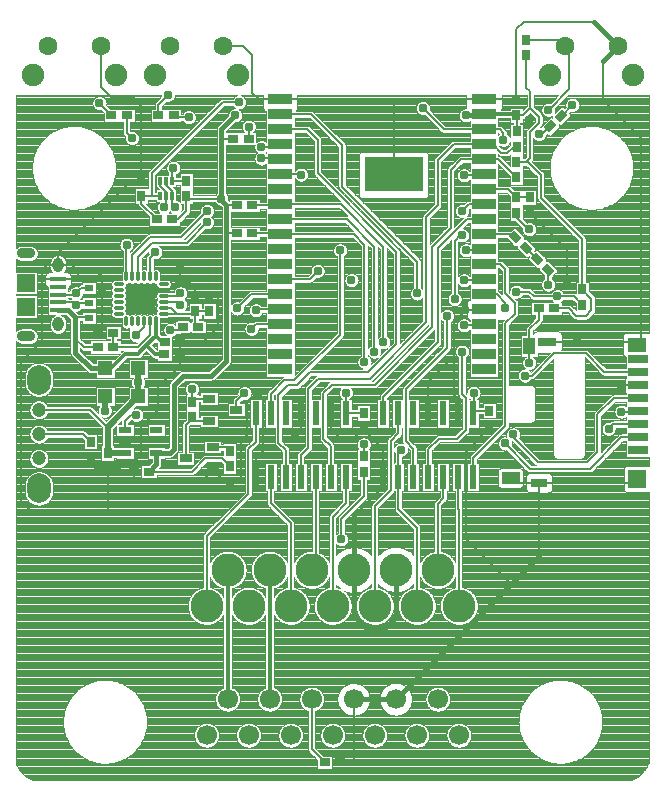
<source format=gbr>
G04 DipTrace 3.3.1.3*
G04 Bottom.gbr*
%MOMM*%
G04 #@! TF.FileFunction,Copper,L2,Bot*
G04 #@! TF.Part,Single*
%AMOUTLINE0*
4,1,4,
-0.5657,0.0707,
-0.0707,0.5657,
0.5657,-0.0707,
0.0707,-0.5657,
-0.5657,0.0707,
0*%
%AMOUTLINE2*
4,1,4,
-0.45,-0.35,
-0.45,0.35,
0.45,0.35,
0.45,-0.35,
-0.45,-0.35,
0*%
%AMOUTLINE4*
4,1,4,
-0.0707,-0.5657,
-0.5657,-0.0707,
0.0707,0.5657,
0.5657,0.0707,
-0.0707,-0.5657,
0*%
G04 #@! TA.AperFunction,Conductor*
%ADD13C,0.4*%
%ADD14C,0.2*%
%ADD15C,0.3*%
%ADD16C,0.5*%
G04 #@! TA.AperFunction,CopperBalancing*
%ADD17C,0.1*%
%ADD21R,0.7X0.9*%
%ADD22R,0.9X0.7*%
%ADD23R,0.8X0.6*%
%ADD25R,1.2X1.2*%
G04 #@! TA.AperFunction,ComponentPad*
%ADD26C,1.7*%
%ADD29R,1.35X0.4*%
G04 #@! TA.AperFunction,ComponentPad*
%ADD30O,0.95X1.25*%
%ADD31O,1.55X0.9*%
%ADD32R,1.5X1.5*%
G04 #@! TA.AperFunction,ComponentPad*
%ADD34C,2.8*%
%ADD35R,1.75X0.7*%
%ADD36R,1.5X1.3*%
%ADD37R,1.55X1.0*%
%ADD38R,1.4X0.8*%
%ADD39R,1.5X0.8*%
%ADD40R,1.0X1.45*%
%ADD42R,0.3X0.67*%
%ADD44R,1.05X0.65*%
G04 #@! TA.AperFunction,ComponentPad*
%ADD45C,1.6*%
%ADD46C,1.9*%
%ADD52O,2.0X2.5*%
%ADD53C,1.2*%
%ADD55R,2.0X0.9*%
%ADD56R,5.0X3.0*%
%ADD59O,0.85X0.3*%
%ADD60O,0.3X0.85*%
%ADD61R,2.45X2.45*%
%ADD63R,0.6X2.0*%
%ADD65R,1.1X0.6*%
G04 #@! TA.AperFunction,ViaPad*
%ADD70C,0.7874*%
%ADD144OUTLINE0*%
%ADD146OUTLINE2*%
%ADD148OUTLINE4*%
%FSLAX35Y35*%
G04*
G71*
G90*
G75*
G01*
G04 Bottom*
%LPD*%
X2238380Y3825757D2*
D13*
Y3730630D1*
X2174757Y3667007D1*
X4857630Y6683257D2*
X5009923D1*
Y6692107D1*
X2787237Y5977560D2*
Y6485123D1*
Y6565487D1*
X2905007Y6683257D1*
X2368547Y5804617D2*
D14*
X2423240D1*
X2492257Y5873633D1*
Y6000633D1*
Y5977560D1*
X2787237D1*
X5009923Y6692107D2*
D15*
X5277407D1*
X5286257Y6683257D1*
X6175257Y4175007D2*
D14*
X6313733D1*
X6318167Y4179440D1*
X2888703Y6485123D2*
X2787237D1*
X5370077Y7193910D2*
Y6918487D1*
X5402197Y6886367D1*
Y6745623D1*
X5339830Y6683257D1*
X5286257D1*
X2238380Y3825757D2*
D13*
X2349380D1*
X2383460Y3859837D1*
Y4399583D1*
X2462357Y4478480D1*
X2703603D1*
X2831090Y4605967D1*
Y5683133D1*
Y5920570D1*
X2787237Y5964423D1*
Y5977560D1*
X5286253Y6287880D2*
D14*
X5367130D1*
X5397380Y6318130D1*
Y6540380D1*
X5476757Y6619757D1*
Y6671063D1*
X5402197Y6745623D1*
X2174757Y3667007D2*
X2539880D1*
X2651007Y3778133D1*
X2793880D1*
X2857380Y3714633D1*
X2917880Y5921257D2*
X2831090Y5920570D1*
X2917880Y5683133D2*
X2831090D1*
X5841883Y5209880D2*
Y5635503D1*
X5492630Y5984757D1*
Y6175257D1*
X5380007Y6287880D1*
X5367130D1*
X5606757Y5048130D2*
X5730757D1*
X5794257Y4984630D1*
X5873630D1*
X5921257Y5032257D1*
Y5130507D1*
X5841883Y5209880D1*
X5287373Y6548307D2*
Y6682140D1*
X5286257Y6683257D1*
X2356220Y4866450D2*
X2435837D1*
X2461413Y4892027D1*
X2133210Y4939507D2*
Y4887623D1*
X2065003Y4819417D1*
X2320007Y6127633D2*
Y6091057D1*
X2370007Y6041057D1*
Y6002633D1*
Y5932383D1*
X2397007Y5905383D1*
X2183210Y5319507D2*
Y5478143D1*
X2229450Y5524383D1*
X2111260Y6000633D2*
X2196263D1*
X2268007D1*
X2270007Y6002633D1*
X2111260Y6000633D2*
Y5931903D1*
X2238547Y5804617D1*
X2196263Y6000633D2*
Y6190767D1*
X2799877Y6794380D1*
X2936757D1*
X5009923Y6565107D2*
X4672210D1*
X4493457Y6743860D1*
X5009923Y6565107D2*
X5146717D1*
X5175130Y6536693D1*
Y6476880D1*
X5008923Y6819107D2*
X5280407D1*
X5286257Y6813257D1*
X4246923Y6188907D2*
Y6183673D1*
X4238507Y6175257D1*
X1404713Y5413883D2*
X1526583D1*
X1569953Y5370513D1*
Y5348787D1*
Y5320963D1*
X1542873Y5293883D1*
X1404713D1*
Y5413883D2*
Y5516337D1*
X2019010Y6130633D1*
X2111260D1*
Y6766373D1*
X2037480Y6840153D1*
X1852907D1*
X1767507Y6925553D1*
Y7270657D1*
X3287723Y6819207D2*
X4246923D1*
Y6819107D1*
X5008923D1*
X4246923Y6188907D2*
Y6819107D1*
X5480667Y3569473D2*
X6271200D1*
X6306133Y3604407D1*
X5480667Y3569473D2*
Y2956040D1*
D13*
X5238147Y2713520D1*
X4264507Y1739880D1*
X6175257Y4397257D2*
D14*
X6315883D1*
X6318133Y4399507D1*
X2799380Y7270630D2*
X2968507D1*
X3047880Y7191257D1*
Y6873760D1*
X3102433Y6819207D1*
X3287723D1*
X4848933Y5035930D2*
Y5036323D1*
X5004267D1*
X5009913Y5041970D1*
X3908507Y1739880D2*
D13*
X4264507D1*
X6149007Y7272047D2*
X6016507Y7139547D1*
D14*
Y6814720D1*
X6339360Y6491867D1*
Y4739407D1*
X6306133D1*
X3908507Y2835257D2*
D13*
Y3289383D1*
D14*
X4159130Y3540007D1*
Y3619380D1*
X4848933Y5035930D2*
Y5029723D1*
X4757377Y4938167D1*
Y4643600D1*
Y4318670D1*
X4794130Y4281917D1*
Y4159380D1*
X3994383Y4033477D2*
Y4021233D1*
X4155010Y3860607D1*
Y3619380D1*
X4159130D1*
X4540130Y4159380D2*
Y4426353D1*
X4757377Y4643600D1*
X1682630Y3791007D2*
Y3730507D1*
X1717380Y3695757D1*
X1825507D1*
X2044757Y3667007D2*
X1952507D1*
X1923757Y3695757D1*
X1825507D1*
X2044757Y3667007D2*
Y3606507D1*
X2079507Y3571757D1*
X2602883D1*
X2714507Y3683380D1*
X5286257Y6813257D2*
Y7413507D1*
X5349757Y7477007D1*
X5944047D1*
D13*
X6149007Y7272047D1*
X2298209Y5204507D2*
D14*
X2344873D1*
X2412863Y5272497D1*
X2440250D1*
X2513707D1*
X2567037Y5219167D1*
Y5156780D1*
X2298209Y5204507D2*
X2183209D1*
X2108209Y5129507D1*
X1404713Y5413883D2*
X1313553D1*
X1269033Y5369363D1*
Y5293883D1*
Y4772097D1*
X1088483Y4591547D1*
Y3420983D1*
X1200597Y3308870D1*
X1825507D1*
Y3695757D1*
X2440250Y5272497D2*
Y5412537D1*
X2440167Y5412620D1*
X3908507Y2835257D2*
D13*
Y2447833D1*
X4019293Y2337047D1*
X4162673D1*
X4264507Y2438880D1*
Y2835257D1*
X1404713Y5293883D2*
D14*
X1269033D1*
X2683593Y5155187D2*
X2568630D1*
X2567037Y5156780D1*
X2683593Y5155187D2*
X2746780D1*
X2758583Y5143383D1*
Y4889380D1*
X2635590Y4766387D1*
X2437047D1*
Y4661533D1*
X2434893Y4659380D1*
Y4562143D1*
X2254133Y4381383D1*
Y4190883D1*
X2104200Y4040950D1*
Y3920757D1*
Y3802823D1*
X2047757Y3746380D1*
Y3667007D1*
X2044757D1*
X1968380Y3920757D2*
X2104200D1*
X5545733Y4764407D2*
X6281133D1*
X6306133Y4739407D1*
X5712780Y5245050D2*
Y5543307D1*
X5397383Y5858703D1*
X5057007Y4052283D2*
Y4033643D1*
X4859510Y3836147D1*
Y3092157D1*
X5238147Y2713520D1*
X3994383Y4033477D2*
X3993860D1*
X3922997Y3962613D1*
X3787123D1*
X3714630Y4035107D1*
Y4159380D1*
X1569953Y5348787D2*
X1747100D1*
X1776757Y5319130D1*
Y5222757D1*
Y5095757D1*
Y4968757D1*
Y4874737D1*
X1743630Y4841610D1*
X3079630Y3619380D2*
Y3775983D1*
X3142523Y3838877D1*
Y4284027D1*
X3119440Y4307110D1*
X3053493D1*
X3000733Y4254350D1*
Y3977367D1*
X2951273Y3927907D1*
Y3624547D1*
X2905107Y3578380D1*
X2860393D1*
X2819507D1*
X2714507Y3683380D1*
X2860393Y3571783D2*
Y3578380D1*
X5480667Y3569473D2*
X5278633D1*
X5237667Y3610440D1*
X3460630Y4159380D2*
Y4008770D1*
X3408483Y3956623D1*
X3908507Y1739880D2*
Y1202212D1*
X3792613D1*
Y1205997D1*
X2370007Y6127633D2*
X2489257D1*
X2492257Y6130633D1*
X2920880Y5048130D2*
X3041823Y5169073D1*
X3287717D1*
X2370007Y6127633D2*
Y6227633D1*
X2381130Y6238757D1*
X5009923Y6057107D2*
X5216903D1*
X5286253Y5987757D1*
Y5988703D1*
X5397383D1*
X5009923Y5168107D2*
X5118657D1*
X5191007Y5095757D1*
Y5048130D1*
X4841757Y4905257D2*
X5000200D1*
X5009913Y4914970D1*
X2510463Y6665987D2*
X2384133D1*
Y6683257D1*
X4841757Y5286257D2*
X5001073D1*
X5009923Y5295107D1*
X5370077Y7323910D2*
X5647143D1*
X5699007Y7272047D1*
X5556133Y6730880D2*
X5560820D1*
X5733303Y6903363D1*
Y7272047D1*
X5699007D1*
X3042640Y4876717D2*
Y4871197D1*
X3084930Y4913487D1*
X3286130D1*
X3287717Y4915073D1*
X5395733Y4732507D2*
Y4871857D1*
X5476757Y4952880D1*
Y5048130D1*
X5395733Y4732507D2*
Y4589233D1*
X5395490Y4588990D1*
X4081017Y4682660D2*
Y5570747D1*
X3848557Y5803207D1*
X3287723D1*
X5258127Y3981687D2*
X5230670D1*
X5467480Y3744877D1*
X5883710D1*
X5971487Y3832653D1*
Y4150233D1*
X6110693Y4289440D1*
X6318167D1*
X3287723Y5930207D2*
X3796960D1*
X4159133Y5568033D1*
Y4762383D1*
X5358180Y4479880D2*
X5416503D1*
X5603757Y4667133D1*
X5873630D1*
X6031357Y4509407D1*
X6318133D1*
X3047880Y5921257D2*
X3278773D1*
X3287723Y5930207D1*
X3287717Y5042073D2*
X3079630D1*
Y5032257D1*
X1987257Y6683257D2*
Y6532473D1*
X2029660Y6490070D1*
X3287723Y6184207D2*
X3458310D1*
X3462393Y6180123D1*
X4413130Y3619380D2*
Y3861173D1*
X4349630Y3924673D1*
Y4365503D1*
X4698880Y4714753D1*
Y4984630D1*
X3333630Y3619380D2*
Y3846983D1*
X3270130Y3910483D1*
Y4312093D1*
X3355510Y4397473D1*
X3429100D1*
X3540010Y4508383D1*
X4032133D1*
X4270257Y4746507D1*
Y5524383D1*
X3603507Y6191133D1*
Y6476880D1*
X3515180Y6565207D1*
X3287723D1*
X6065917Y4028817D2*
X6106573Y4069473D1*
X6318167D1*
X3287723Y6692207D2*
X3546933D1*
X3809883Y6429257D1*
Y6080007D1*
X4444883Y5445007D1*
Y5175133D1*
X5632173Y5152540D2*
X5431337D1*
X5392870Y5191007D1*
X5286257D1*
X5632173Y5152540D2*
X5769223D1*
X5841883Y5079880D1*
X4857630Y5540257D2*
X5001073D1*
X5009923Y5549107D1*
X3206630Y4159380D2*
Y4326770D1*
X3318283Y4438423D1*
X3406550D1*
X3794007Y4825880D1*
Y5540257D1*
X4921130Y3619380D2*
Y3784247D1*
X5191007Y4054123D1*
Y4921133D1*
X5270380Y5000507D1*
Y5095760D1*
X5191007Y5175133D1*
Y5381507D1*
X5150407Y5422107D1*
X5009923D1*
X4540130Y3619380D2*
Y3856177D1*
X4629107Y3945153D1*
X4781093D1*
X4857630Y4021690D1*
Y4289663D1*
X4825880Y4321413D1*
Y4683007D1*
X5009923Y5930107D2*
X4882353D1*
X4825880Y5873633D1*
Y5667257D2*
X4810010D1*
X4762383Y5619630D1*
Y5127507D1*
X4159130Y4159380D2*
Y4302007D1*
X4619507Y4762383D1*
Y5556130D1*
X4866483Y5803107D1*
X5009923D1*
X5287373Y6418307D2*
X5261153D1*
X5209687Y6366840D1*
X5158647D1*
X5087380Y6438107D1*
X5009923D1*
X3460630Y3619380D2*
Y3806673D1*
X3523793Y3869837D1*
Y4367867D1*
X3609783Y4453857D1*
X4043767D1*
X4520467Y4930557D1*
Y5824590D1*
X4618300Y5922423D1*
Y6303247D1*
X4753160Y6438107D1*
X5009923D1*
X3714630Y3619380D2*
Y3880617D1*
X3649383Y3945863D1*
Y4329290D1*
X3721977Y4401883D1*
X4084383D1*
X4571880Y4889380D1*
Y5572007D1*
X4730630Y5730757D1*
Y6222880D1*
X4818857Y6311107D1*
X5009923D1*
X5133027D1*
X5286253Y6157880D1*
X3287717Y5296073D2*
X3533950D1*
X3603507Y5365630D1*
X5476757Y6524507D2*
X5506163D1*
X5570473Y6588817D1*
X5573560D1*
X3999127Y4595690D2*
Y5589137D1*
X3911190Y5677073D1*
X3287717D1*
X5189487Y3904913D2*
X5184963D1*
X5399430Y3690447D1*
X5906293D1*
X6175287Y3959440D1*
X6318167D1*
X3047880Y5683133D2*
X3281657D1*
X3287717Y5677073D1*
X2254133Y6683257D2*
Y6774187D1*
X2337830Y6857883D1*
X1968380Y4015757D2*
Y4093857D1*
X2019553Y4145030D1*
X2067180D1*
X1242710Y3984313D2*
X1619323D1*
X1682630Y3921007D1*
X1755710Y6786330D2*
Y6784803D1*
X1857257Y6683257D1*
X5665487Y6680743D2*
X5668553D1*
X5760480Y6772670D1*
X2714507Y3873380D2*
X2828633D1*
X2857380Y3844633D1*
X5009923Y5676107D2*
X5250293D1*
X5275350Y5651050D1*
X4841757Y6175257D2*
X5001073D1*
X5009923Y6184107D1*
X3018703Y6485123D2*
Y6587690D1*
X3018980Y6587967D1*
X2183210Y4939507D2*
Y4826757D1*
X2078223Y4721770D1*
X1873630D1*
Y4841610D2*
Y4721770D1*
X5367277Y5559123D2*
X5369513D1*
X5461327Y5467310D1*
X2682757Y4095630D2*
X2571630D1*
X2539880Y4127380D1*
X2484507Y3778380D2*
Y4062660D1*
X2549227Y4127380D1*
X2539880D1*
X2270007Y6127633D2*
Y6086927D1*
X2320007Y6036927D1*
Y6002633D1*
Y5923633D1*
X2301757Y5905383D1*
X1983210Y5319507D2*
Y5586180D1*
X1984493Y5587463D1*
X2840507Y1739880D2*
D15*
Y2835257D1*
X5395043Y5717620D2*
D14*
X5386807D1*
X5286253Y5818173D1*
Y5857757D1*
X1801147Y4183133D2*
D16*
Y4301873D1*
X1803053Y4303780D1*
X3994260Y3664937D2*
D14*
Y3458407D1*
X3802930Y3267077D1*
Y3093990D1*
X3196507Y1739880D2*
D15*
Y2835257D1*
X5555667Y5249677D2*
D14*
X5553253Y5252090D1*
Y5375383D1*
X4798507Y2530257D2*
Y3345130D1*
X4794130Y3349507D1*
Y3619380D1*
X4620507Y2835257D2*
Y3396133D1*
X4667130Y3442757D1*
Y3619380D1*
X3730507Y2530257D2*
Y3286007D1*
X3841630Y3397130D1*
Y3619380D1*
X4442507Y2530257D2*
Y3193133D1*
X4286130Y3349510D1*
Y3619380D1*
Y3830037D1*
X4308363Y3852270D1*
X3993723Y3897017D2*
Y3795473D1*
X3994260Y3794937D1*
X4086507Y2530257D2*
Y3372133D1*
X4222630Y3508257D1*
Y3928750D1*
X4286130Y3992250D1*
Y4159380D1*
X2662507Y2530257D2*
Y3122883D1*
X3016130Y3476507D1*
Y3858113D1*
X3079630Y3921613D1*
Y4159380D1*
X3552507Y2835257D2*
X3587630D1*
Y3619380D1*
X3552507Y1739880D2*
Y1316103D1*
X3662613Y1205997D1*
X3374507Y2530257D2*
Y3229257D1*
X3206630Y3397133D1*
Y3619380D1*
X1404713Y5033883D2*
D13*
X1488447D1*
X1549947Y4972383D1*
Y4793110D1*
Y4674927D1*
X1682970Y4541903D1*
X1803053D1*
X1743630Y4721770D2*
D14*
X1621287D1*
X1549947Y4793110D1*
X2233210Y4939507D2*
D15*
Y4815600D1*
X2153093Y4735483D1*
X2078643Y4661033D1*
X1974480D1*
X1855350Y4541903D1*
X1803053D1*
X2307047Y4766387D2*
X2282423D1*
X2233210Y4815600D1*
X2304893Y4659380D2*
X2229197D1*
X2153093Y4735483D1*
X1549947Y4972383D2*
D14*
X1663130D1*
X1666757Y4968757D1*
X1404713Y5163883D2*
X1544383D1*
X1555630Y5175130D1*
X2298210Y5154507D2*
X2420460D1*
X2441083Y5175130D1*
X1666757Y5222757D2*
X1603257D1*
X1555630Y5175130D1*
X1404713Y5098883D2*
X1536630D1*
X1555630Y5079883D1*
X2298210Y5104507D2*
X2416460D1*
X2441083Y5079883D1*
X1666757Y5095757D2*
X1571503D1*
X1555630Y5079883D1*
X3127257Y6413380D2*
X3262897D1*
X3287723Y6438207D1*
X2033210Y5319507D2*
Y5500233D1*
X2187657Y5654680D1*
X2447930D1*
X2666880Y5873630D1*
X3127257Y6318133D2*
X3280797D1*
X3287723Y6311207D1*
X2083210Y5319507D2*
Y5485913D1*
X2201693Y5604397D1*
X2492893D1*
X2666880Y5778383D1*
X2083053Y4541903D2*
D16*
Y4414903D1*
Y4303780D1*
X1968380Y3825757D2*
X1825507D1*
X2082187Y4422720D2*
X2083053Y4414903D1*
X2682757Y4285630D2*
D14*
X2568130D1*
X2539880Y4257380D1*
Y4365507D1*
X1825507Y3825757D2*
D16*
Y4038787D1*
Y4046233D1*
X2083053Y4303780D1*
X1242710Y4190663D2*
D14*
X1673630D1*
X1825507Y4038787D1*
X2912757Y4190630D2*
Y4262133D1*
X2981107Y4330483D1*
X2983267D1*
X3994383Y4163477D2*
X3845727D1*
X3841630Y4159380D1*
X4922397Y4334487D2*
Y4160647D1*
X4921130Y4159380D1*
X5057007Y4182283D2*
X4944033D1*
X4921130Y4159380D1*
X3841563Y4333917D2*
Y4159447D1*
X3841630Y4159380D1*
X2567037Y5026780D2*
Y4892027D1*
X2591413D1*
X2298210Y5004507D2*
X2408697D1*
X2544763D1*
X2567037Y5026780D1*
X2298210Y5054507D2*
X2358697D1*
X2408697Y5004507D1*
X2683593Y5025187D2*
X2568630D1*
X2567037Y5026780D1*
D70*
X5191007Y5048130D3*
X2510463Y6665987D3*
X5476757Y6524507D3*
X2337830Y6857883D3*
X5760480Y6772670D3*
X1555630Y5175130D3*
Y5079883D3*
X2441083Y5175130D3*
Y5079883D3*
X2787237Y5977560D3*
X2301757Y5905383D3*
X2397007D3*
X1984493Y5587463D3*
X2229450Y5524383D3*
X2936757Y6794380D3*
X4493457Y6743860D3*
X2381130Y6238757D3*
X2920880Y5048130D3*
X4841757Y6175257D3*
X2065003Y4819417D3*
X2356220Y4866450D3*
X2905007Y6683257D3*
X4857630D3*
X2440167Y5412620D3*
X3042640Y4876717D3*
X3802930Y3093990D3*
X4238507Y6175257D3*
X4063883Y6286380D3*
X4429007D3*
X4063883Y6080007D3*
X4429007D3*
X5395043Y5717620D3*
X5555667Y5249677D3*
X3127257Y6413380D3*
Y6318133D3*
X2666880Y5873630D3*
Y5778383D3*
X4825880Y4683007D3*
X4308363Y3852270D3*
X3794007Y5540257D3*
X4857630D3*
X4698880Y4984630D3*
X1801147Y4183133D3*
X2082187Y4422720D3*
X1755710Y6786330D3*
X2029660Y6490070D3*
X3462393Y6180123D3*
X4841757Y4905257D3*
X2539880Y4365507D3*
X4841757Y5286257D3*
X3889257D3*
X5395470Y6644227D3*
X3079630Y5032257D3*
X3603507Y5365630D3*
X6175257Y4397257D3*
X4848933Y5035930D3*
X6175257Y4175007D3*
X4159133Y4762383D3*
X3841563Y4333917D3*
X3018980Y6587967D3*
X2983267Y4330483D3*
X4922397Y4334487D3*
X5556133Y6730880D3*
X5175130Y6476880D3*
X5712780Y5245050D3*
X4825880Y5873633D3*
X2067180Y4145030D3*
X5286257Y5191007D3*
X5632173Y5152540D3*
X4825880Y5667257D3*
X4762383Y5127507D3*
X3993723Y3897017D3*
X5794983Y4764723D3*
X2860393Y3571783D3*
X5395490Y4588990D3*
X3408483Y3956623D3*
X4081017Y4682660D3*
X5258127Y3981687D3*
X5358180Y4479880D3*
X6065917Y4028817D3*
X4444883Y5175133D3*
X3999127Y4595690D3*
X5189487Y3904913D3*
X1053643Y6843217D2*
D17*
X1735725D1*
X1775694D2*
X2278674D1*
X2396983D2*
X2900960D1*
X2972569D2*
X3141174D1*
X3430831D2*
X4855686D1*
X5161202D2*
X5370588D1*
X5433799D2*
X5628889D1*
X5717432D2*
X6407385D1*
X1053643Y6833550D2*
X1717737D1*
X1793682D2*
X2269221D1*
X2393643D2*
X2890354D1*
X2983174D2*
X3141174D1*
X3430831D2*
X4855686D1*
X5161202D2*
X5370588D1*
X5433799D2*
X5619221D1*
X5707764D2*
X6407385D1*
X1053643Y6823883D2*
X1707952D1*
X1803467D2*
X2259553D1*
X2388233D2*
X2790764D1*
X2989971D2*
X3141174D1*
X3430831D2*
X4855686D1*
X5161202D2*
X5370588D1*
X5433799D2*
X5609553D1*
X5698096D2*
X5728284D1*
X5792686D2*
X6407385D1*
X1053643Y6814217D2*
X1701624D1*
X1809795D2*
X2249885D1*
X2379932D2*
X2775432D1*
X2994346D2*
X3141174D1*
X3430831D2*
X4855686D1*
X5161202D2*
X5370588D1*
X5433799D2*
X5599885D1*
X5688428D2*
X5716233D1*
X5804717D2*
X6407385D1*
X1053643Y6804550D2*
X1697581D1*
X1813838D2*
X2240217D1*
X2366260D2*
X2765764D1*
X2996866D2*
X3141174D1*
X3430831D2*
X4855686D1*
X5161202D2*
X5370588D1*
X5433799D2*
X5590217D1*
X5678760D2*
X5708694D1*
X5812276D2*
X6407385D1*
X1053643Y6794883D2*
X1695354D1*
X1816065D2*
X2230588D1*
X2319112D2*
X2756096D1*
X2997725D2*
X3141174D1*
X3430831D2*
X4460940D1*
X4525967D2*
X4855686D1*
X5161202D2*
X5370588D1*
X5433799D2*
X5580549D1*
X5669092D2*
X5703772D1*
X5817178D2*
X6407385D1*
X1053643Y6785217D2*
X1694749D1*
X1816670D2*
X2224592D1*
X2309444D2*
X2746448D1*
X2997022D2*
X3141174D1*
X3430831D2*
X4449026D1*
X4537881D2*
X4855686D1*
X5161202D2*
X5370588D1*
X5433799D2*
X5529749D1*
X5659424D2*
X5700842D1*
X5820128D2*
X6407385D1*
X1053643Y6775550D2*
X1695725D1*
X1815694D2*
X2222561D1*
X2299776D2*
X2736780D1*
X2994698D2*
X3141174D1*
X3430831D2*
X4441545D1*
X4545362D2*
X4855686D1*
X5161202D2*
X5370588D1*
X5433799D2*
X5515120D1*
X5649756D2*
X5699573D1*
X5821378D2*
X6407385D1*
X1053643Y6765883D2*
X1698342D1*
X1818897D2*
X2222542D1*
X2290108D2*
X2727112D1*
X2990518D2*
X3141174D1*
X3430831D2*
X4436682D1*
X4550245D2*
X4855686D1*
X5161202D2*
X5370588D1*
X5433799D2*
X5506448D1*
X5640108D2*
X5699905D1*
X5821065D2*
X6407385D1*
X1053643Y6756217D2*
X1702854D1*
X1828565D2*
X2222542D1*
X2285733D2*
X2717444D1*
X2805987D2*
X2889495D1*
X2984014D2*
X3141174D1*
X3430831D2*
X4433772D1*
X4553135D2*
X4855686D1*
X5161202D2*
X5368518D1*
X5435870D2*
X5500784D1*
X5630440D2*
X5663362D1*
X5681749D2*
X5699749D1*
X5819151D2*
X6407385D1*
X1053643Y6746550D2*
X1709827D1*
X1838233D2*
X2222542D1*
X2285733D2*
X2707776D1*
X2796319D2*
X2899573D1*
X2973936D2*
X3141174D1*
X3430831D2*
X4432542D1*
X4554366D2*
X4855686D1*
X5161202D2*
X5229651D1*
X5342862D2*
X5358850D1*
X5445538D2*
X5497249D1*
X5620772D2*
X5651663D1*
X5815460D2*
X6407385D1*
X1053643Y6736883D2*
X1720784D1*
X2053858D2*
X2187542D1*
X2450733D2*
X2698108D1*
X2786651D2*
X2877170D1*
X2954795D2*
X3142717D1*
X3429307D2*
X4432893D1*
X4554014D2*
X4829788D1*
X5159678D2*
X5229651D1*
X5342862D2*
X5349182D1*
X5455206D2*
X5495471D1*
X5616807D2*
X5641995D1*
X5809600D2*
X6407385D1*
X1053643Y6727217D2*
X1744612D1*
X2053858D2*
X2187542D1*
X2450733D2*
X2688440D1*
X2776983D2*
X2863225D1*
X2946807D2*
X3147659D1*
X3424346D2*
X4434846D1*
X4554366D2*
X4815842D1*
X5464874D2*
X5495276D1*
X5616983D2*
X5632327D1*
X5800596D2*
X6407385D1*
X1053643Y6717550D2*
X1778694D1*
X2053858D2*
X2187542D1*
X2450733D2*
X2478850D1*
X2542081D2*
X2678772D1*
X2767315D2*
X2854807D1*
X2955206D2*
X3159182D1*
X3565088D2*
X4438557D1*
X4564034D2*
X4807424D1*
X5474542D2*
X5496663D1*
X5615596D2*
X5622659D1*
X5785108D2*
X6407385D1*
X1053643Y6707883D2*
X1788362D1*
X2053858D2*
X2187542D1*
X2450733D2*
X2466565D1*
X2554366D2*
X2669104D1*
X2757647D2*
X2849319D1*
X2960694D2*
X3166116D1*
X3575538D2*
X4444475D1*
X4573702D2*
X4801956D1*
X5484210D2*
X5499749D1*
X5739971D2*
X6407385D1*
X1053643Y6698217D2*
X1790667D1*
X2053858D2*
X2187542D1*
X2450733D2*
X2458889D1*
X2562042D2*
X2659436D1*
X2747979D2*
X2845940D1*
X2964073D2*
X3166116D1*
X3585206D2*
X4453557D1*
X4583370D2*
X4798557D1*
X5399073D2*
X5405345D1*
X5493878D2*
X5504846D1*
X5740831D2*
X6407385D1*
X1053643Y6688550D2*
X1790667D1*
X2053858D2*
X2187542D1*
X2567022D2*
X2649768D1*
X2738331D2*
X2844280D1*
X2965733D2*
X3166116D1*
X3594874D2*
X4469280D1*
X4593038D2*
X4796897D1*
X5389405D2*
X5415003D1*
X5502862D2*
X5512659D1*
X5743643D2*
X6407385D1*
X1053643Y6678883D2*
X1790667D1*
X2053858D2*
X2187542D1*
X2570030D2*
X2640100D1*
X2728663D2*
X2842210D1*
X2965811D2*
X3166116D1*
X3604542D2*
X4514163D1*
X4602706D2*
X4796819D1*
X5379737D2*
X5424670D1*
X5507335D2*
X5525256D1*
X5741612D2*
X6407385D1*
X1053643Y6669217D2*
X1790667D1*
X2053858D2*
X2187542D1*
X2571338D2*
X2630432D1*
X2718995D2*
X2832542D1*
X2964307D2*
X3166116D1*
X3614190D2*
X4523831D1*
X4612374D2*
X4798323D1*
X5370069D2*
X5434319D1*
X5508350D2*
X5587795D1*
X5733585D2*
X6407385D1*
X1053643Y6659550D2*
X1790667D1*
X2053858D2*
X2187542D1*
X2571085D2*
X2620764D1*
X2709327D2*
X2822874D1*
X2961085D2*
X3166116D1*
X3409327D2*
X3535315D1*
X3623858D2*
X4533499D1*
X4622042D2*
X4801545D1*
X5360186D2*
X5443987D1*
X5508350D2*
X5564651D1*
X5723936D2*
X6407385D1*
X1053643Y6649883D2*
X1790667D1*
X2053858D2*
X2187542D1*
X2569229D2*
X2611096D1*
X2699659D2*
X2813225D1*
X2955831D2*
X3166116D1*
X3409327D2*
X3544983D1*
X3633526D2*
X4543167D1*
X4631710D2*
X4806799D1*
X5131514D2*
X5229651D1*
X5342862D2*
X5445159D1*
X5508350D2*
X5555003D1*
X5714268D2*
X6407385D1*
X1053643Y6640217D2*
X1790667D1*
X2053858D2*
X2187542D1*
X2565616D2*
X2601448D1*
X2689991D2*
X2803557D1*
X2947764D2*
X2988538D1*
X3049405D2*
X3166116D1*
X3409327D2*
X3554651D1*
X3643194D2*
X4552815D1*
X4641378D2*
X4814866D1*
X5131514D2*
X5229651D1*
X5342862D2*
X5445159D1*
X5508350D2*
X5545335D1*
X5704600D2*
X6407385D1*
X1053643Y6630550D2*
X1790667D1*
X2053858D2*
X2187542D1*
X2450733D2*
X2461077D1*
X2559835D2*
X2591780D1*
X2680323D2*
X2793889D1*
X2934620D2*
X2975745D1*
X3062198D2*
X3166116D1*
X3409327D2*
X3564319D1*
X3652862D2*
X4562483D1*
X4651045D2*
X4828030D1*
X5131514D2*
X5229651D1*
X5342862D2*
X5443284D1*
X5508350D2*
X5535667D1*
X5694932D2*
X6407385D1*
X1053643Y6620883D2*
X1955647D1*
X2018858D2*
X2469944D1*
X2550987D2*
X2582112D1*
X2670655D2*
X2784221D1*
X2901045D2*
X2967854D1*
X3070108D2*
X3166116D1*
X3409327D2*
X3573987D1*
X3662530D2*
X4572151D1*
X4660713D2*
X4888323D1*
X5131514D2*
X5229651D1*
X5342862D2*
X5433616D1*
X5508350D2*
X5525999D1*
X5685264D2*
X6407385D1*
X1053643Y6611217D2*
X1955647D1*
X2018858D2*
X2485042D1*
X2535889D2*
X2572444D1*
X2660987D2*
X2774553D1*
X2891378D2*
X2962698D1*
X3075264D2*
X3166116D1*
X3409327D2*
X3583655D1*
X3672198D2*
X4581819D1*
X4670381D2*
X4888323D1*
X5131514D2*
X5230764D1*
X5343975D2*
X5423948D1*
X5507139D2*
X5516331D1*
X5675596D2*
X6407385D1*
X1053643Y6601550D2*
X1955647D1*
X2018858D2*
X2562776D1*
X2651319D2*
X2764885D1*
X2881710D2*
X2959573D1*
X3078389D2*
X3166116D1*
X3409327D2*
X3593323D1*
X3681866D2*
X4591487D1*
X4680049D2*
X4888323D1*
X5131514D2*
X5230764D1*
X5343975D2*
X5414280D1*
X5502354D2*
X5506663D1*
X5650928D2*
X6407385D1*
X1053643Y6591883D2*
X1499221D1*
X1580303D2*
X1955647D1*
X2018858D2*
X2553108D1*
X2641651D2*
X2755393D1*
X2872042D2*
X2958147D1*
X3079815D2*
X3166116D1*
X3531163D2*
X3602991D1*
X3691534D2*
X4601155D1*
X5162530D2*
X5230764D1*
X5343975D2*
X5404612D1*
X5493155D2*
X5498049D1*
X5651338D2*
X5880725D1*
X5961788D2*
X6407385D1*
X1053643Y6582217D2*
X1447678D1*
X1631846D2*
X1955647D1*
X2018858D2*
X2543440D1*
X2631983D2*
X2749241D1*
X2862393D2*
X2958284D1*
X3079678D2*
X3166116D1*
X3542452D2*
X3612639D1*
X3701202D2*
X4610823D1*
X5173878D2*
X5230764D1*
X5343975D2*
X5394944D1*
X5646534D2*
X5829163D1*
X6013350D2*
X6407385D1*
X1053643Y6572550D2*
X1416917D1*
X1662588D2*
X1955647D1*
X2018858D2*
X2533772D1*
X2622315D2*
X2746253D1*
X2852725D2*
X2960022D1*
X3077940D2*
X3166116D1*
X3552120D2*
X3622307D1*
X3710870D2*
X4620491D1*
X5183545D2*
X5230764D1*
X5343975D2*
X5385276D1*
X5636924D2*
X5798420D1*
X6044092D2*
X6407385D1*
X1053643Y6562883D2*
X1393147D1*
X1686378D2*
X1955647D1*
X2018858D2*
X2524104D1*
X2612647D2*
X2745628D1*
X2843057D2*
X2963499D1*
X3074444D2*
X3166116D1*
X3561788D2*
X3631975D1*
X3720538D2*
X4630159D1*
X5193213D2*
X5230764D1*
X5343975D2*
X5375608D1*
X5627256D2*
X5774651D1*
X6067862D2*
X6407385D1*
X1053643Y6553217D2*
X1373303D1*
X1706221D2*
X1955647D1*
X2018858D2*
X2514436D1*
X2602979D2*
X2745628D1*
X2833389D2*
X2969104D1*
X3068858D2*
X3166116D1*
X3571436D2*
X3641643D1*
X3730206D2*
X4639827D1*
X5201885D2*
X5230764D1*
X5343975D2*
X5368596D1*
X5617588D2*
X5754807D1*
X6087725D2*
X6407385D1*
X1053643Y6543550D2*
X1356096D1*
X1723409D2*
X1955647D1*
X2057803D2*
X2504768D1*
X2593331D2*
X2745628D1*
X2828838D2*
X2977678D1*
X3060264D2*
X3166116D1*
X3581104D2*
X3651311D1*
X3739874D2*
X4649495D1*
X5205948D2*
X5230764D1*
X5343975D2*
X5365940D1*
X5607920D2*
X5737600D1*
X6104913D2*
X6407385D1*
X1053643Y6533883D2*
X1340862D1*
X1738643D2*
X1955647D1*
X2071612D2*
X2495100D1*
X2583663D2*
X2745628D1*
X3085303D2*
X3166116D1*
X3409327D2*
X3502229D1*
X3590772D2*
X3660979D1*
X3749542D2*
X4888323D1*
X5206729D2*
X5230764D1*
X5343975D2*
X5365784D1*
X5598253D2*
X5722366D1*
X6120147D2*
X6407385D1*
X1053643Y6524217D2*
X1327151D1*
X1752354D2*
X1956799D1*
X2079952D2*
X2485432D1*
X2573995D2*
X2745628D1*
X3085303D2*
X3166116D1*
X3409327D2*
X3511897D1*
X3600440D2*
X3670647D1*
X3759190D2*
X4888323D1*
X5131514D2*
X5137307D1*
X5212940D2*
X5230764D1*
X5343975D2*
X5365784D1*
X5588585D2*
X5708655D1*
X6133858D2*
X6407385D1*
X1053643Y6514550D2*
X1314710D1*
X1764815D2*
X1961448D1*
X2085401D2*
X2475764D1*
X2564327D2*
X2745628D1*
X3085303D2*
X3166116D1*
X3409327D2*
X3521565D1*
X3610108D2*
X3680315D1*
X3768858D2*
X4888323D1*
X5222784D2*
X5230764D1*
X5343975D2*
X5365784D1*
X5540479D2*
X5554944D1*
X5578038D2*
X5696194D1*
X6146319D2*
X6407385D1*
X1053643Y6504883D2*
X1303303D1*
X1776202D2*
X1970549D1*
X2088780D2*
X2466096D1*
X2554659D2*
X2745628D1*
X3085303D2*
X3166116D1*
X3409327D2*
X3531233D1*
X3619776D2*
X3689983D1*
X3778526D2*
X4888323D1*
X5343975D2*
X5365784D1*
X5534424D2*
X5684807D1*
X6157706D2*
X6407385D1*
X1053643Y6495217D2*
X1292815D1*
X1786710D2*
X1968909D1*
X2090401D2*
X2456448D1*
X2544991D2*
X2745628D1*
X3085303D2*
X3166116D1*
X3409327D2*
X3540901D1*
X3628995D2*
X3699651D1*
X3788194D2*
X4888323D1*
X5343975D2*
X5365784D1*
X5530088D2*
X5674319D1*
X6168213D2*
X6407385D1*
X1053643Y6485550D2*
X1283108D1*
X1796397D2*
X1968870D1*
X2090460D2*
X2446780D1*
X2535323D2*
X2745628D1*
X3085303D2*
X3166116D1*
X3409327D2*
X3550569D1*
X3633858D2*
X3709319D1*
X3797862D2*
X4888323D1*
X5343975D2*
X5365784D1*
X5523350D2*
X5664612D1*
X6177901D2*
X6407385D1*
X1053643Y6475883D2*
X1274124D1*
X1805401D2*
X1970393D1*
X2088936D2*
X2437112D1*
X2525655D2*
X2745628D1*
X3085303D2*
X3166116D1*
X3409327D2*
X3560237D1*
X3635108D2*
X3718987D1*
X3807530D2*
X4888323D1*
X5343975D2*
X5365784D1*
X5428975D2*
X5440647D1*
X5512862D2*
X5655628D1*
X6186885D2*
X6407385D1*
X1053643Y6466217D2*
X1265764D1*
X1813741D2*
X1973635D1*
X2085674D2*
X2427444D1*
X2515987D2*
X2745628D1*
X3085303D2*
X3097893D1*
X3156631D2*
X3166116D1*
X3409327D2*
X3569885D1*
X3635108D2*
X3728655D1*
X3817198D2*
X4740061D1*
X5343975D2*
X5365784D1*
X5428975D2*
X5461663D1*
X5491846D2*
X5647268D1*
X6195245D2*
X6407385D1*
X1053643Y6456550D2*
X1257991D1*
X1821514D2*
X1978928D1*
X2080381D2*
X2417776D1*
X2506319D2*
X2745628D1*
X3409327D2*
X3571897D1*
X3635108D2*
X3738323D1*
X3826866D2*
X4727327D1*
X5343975D2*
X5365784D1*
X5428975D2*
X5639495D1*
X6203018D2*
X6407385D1*
X1053643Y6446883D2*
X1250764D1*
X1828760D2*
X1987053D1*
X2072276D2*
X2408108D1*
X2496651D2*
X2745628D1*
X3409327D2*
X3571897D1*
X3635108D2*
X3747991D1*
X3835889D2*
X4717659D1*
X5343975D2*
X5365784D1*
X5428975D2*
X5632249D1*
X6210264D2*
X6407385D1*
X1053643Y6437217D2*
X1244006D1*
X1835499D2*
X2000315D1*
X2058995D2*
X2398440D1*
X2486983D2*
X2745628D1*
X3409327D2*
X3571897D1*
X3635108D2*
X3757639D1*
X3840420D2*
X4707991D1*
X5221104D2*
X5230764D1*
X5343975D2*
X5365784D1*
X5428975D2*
X5625510D1*
X6217003D2*
X6407385D1*
X1053643Y6427550D2*
X1237717D1*
X1841788D2*
X2388772D1*
X2477315D2*
X2745628D1*
X2828838D2*
X3067991D1*
X3409327D2*
X3571897D1*
X3635108D2*
X3767307D1*
X3841475D2*
X4698323D1*
X5210225D2*
X5226116D1*
X5343975D2*
X5365784D1*
X5428975D2*
X5619221D1*
X6223292D2*
X6407385D1*
X1053643Y6417883D2*
X1231878D1*
X1847628D2*
X2379104D1*
X2467647D2*
X2745628D1*
X2828838D2*
X3066448D1*
X3409327D2*
X3571897D1*
X3635108D2*
X3776975D1*
X3841475D2*
X4688655D1*
X5151885D2*
X5163362D1*
X5186885D2*
X5216448D1*
X5343975D2*
X5365784D1*
X5428975D2*
X5613381D1*
X6229131D2*
X6407385D1*
X1053643Y6408217D2*
X1226428D1*
X1853077D2*
X2369436D1*
X2457979D2*
X2745628D1*
X2828838D2*
X3066506D1*
X3409327D2*
X3571897D1*
X3635108D2*
X3778284D1*
X3841475D2*
X4678987D1*
X5161553D2*
X5206780D1*
X5343975D2*
X5365784D1*
X5428975D2*
X5607932D1*
X6234581D2*
X6407385D1*
X1053643Y6398550D2*
X1221389D1*
X1858135D2*
X2359768D1*
X2448331D2*
X2745628D1*
X2828838D2*
X3068147D1*
X3409327D2*
X3571897D1*
X3635108D2*
X3778284D1*
X3841475D2*
X4669319D1*
X4757881D2*
X4888323D1*
X5171221D2*
X5197112D1*
X5343975D2*
X5365784D1*
X5428975D2*
X5602874D1*
X6239639D2*
X6407385D1*
X1053643Y6388883D2*
X1216702D1*
X1862823D2*
X2350100D1*
X2438663D2*
X2745628D1*
X2828838D2*
X3071526D1*
X3409327D2*
X3571897D1*
X3635108D2*
X3778284D1*
X3841475D2*
X4659670D1*
X4748213D2*
X4888323D1*
X5343975D2*
X5365784D1*
X5428975D2*
X5598186D1*
X6244327D2*
X6407385D1*
X1053643Y6379217D2*
X1212366D1*
X1867159D2*
X2340432D1*
X2428995D2*
X2745628D1*
X2828838D2*
X3076975D1*
X3409327D2*
X3571897D1*
X3635108D2*
X3778284D1*
X3841475D2*
X4650003D1*
X4738545D2*
X4888323D1*
X5343975D2*
X5365784D1*
X5428975D2*
X5593870D1*
X6248643D2*
X6407385D1*
X1053643Y6369550D2*
X1208362D1*
X1871143D2*
X2330764D1*
X2419327D2*
X2745628D1*
X2828838D2*
X3085335D1*
X3409327D2*
X3571897D1*
X3635108D2*
X3778284D1*
X3841475D2*
X3964378D1*
X4525713D2*
X4640335D1*
X4728878D2*
X4888323D1*
X5343975D2*
X5365784D1*
X5428975D2*
X5589866D1*
X6252647D2*
X6407385D1*
X1053643Y6359883D2*
X1204710D1*
X1874815D2*
X2321096D1*
X2409659D2*
X2745628D1*
X2828838D2*
X3083206D1*
X3409327D2*
X3571897D1*
X3635108D2*
X3778284D1*
X3841475D2*
X3954690D1*
X4535401D2*
X4630667D1*
X4719210D2*
X4888323D1*
X5343975D2*
X5365784D1*
X5428975D2*
X5586213D1*
X6256299D2*
X6407385D1*
X1053643Y6350217D2*
X1201350D1*
X1878155D2*
X2311448D1*
X2399991D2*
X2745628D1*
X2828838D2*
X3075588D1*
X3409327D2*
X3571897D1*
X3635108D2*
X3778284D1*
X3841475D2*
X3950432D1*
X4539659D2*
X4620999D1*
X4709542D2*
X4888323D1*
X5342862D2*
X5365784D1*
X5428975D2*
X5582854D1*
X6259659D2*
X6407385D1*
X1053643Y6340550D2*
X1198323D1*
X1881202D2*
X2301780D1*
X2390323D2*
X2745628D1*
X2828838D2*
X3070628D1*
X3409327D2*
X3571897D1*
X3635108D2*
X3778284D1*
X3841475D2*
X3949397D1*
X4540674D2*
X4611331D1*
X4699874D2*
X4809514D1*
X5226338D2*
X5229653D1*
X5342862D2*
X5365784D1*
X5428975D2*
X5579807D1*
X6262706D2*
X6407385D1*
X1053643Y6330883D2*
X1195569D1*
X1883936D2*
X2292112D1*
X2380655D2*
X2745628D1*
X2828838D2*
X3067659D1*
X3409327D2*
X3571897D1*
X3635108D2*
X3778284D1*
X3841475D2*
X3949397D1*
X4540674D2*
X4601663D1*
X4690206D2*
X4794358D1*
X5157530D2*
X5229651D1*
X5342862D2*
X5365784D1*
X5428975D2*
X5577073D1*
X6265440D2*
X6407385D1*
X1053643Y6321217D2*
X1193128D1*
X1886397D2*
X2282444D1*
X2370987D2*
X2745628D1*
X2828838D2*
X3066370D1*
X3409327D2*
X3571897D1*
X3635108D2*
X3778284D1*
X3841475D2*
X3949397D1*
X4540674D2*
X4592542D1*
X4680538D2*
X4784690D1*
X5167198D2*
X5229651D1*
X5342862D2*
X5356194D1*
X5428975D2*
X5574631D1*
X6267881D2*
X6407385D1*
X1053643Y6311550D2*
X1190960D1*
X1888545D2*
X2272776D1*
X2361319D2*
X2745628D1*
X2828838D2*
X3066643D1*
X3409327D2*
X3571897D1*
X3635108D2*
X3778284D1*
X3841475D2*
X3949397D1*
X4540674D2*
X4587854D1*
X4670870D2*
X4775022D1*
X5176866D2*
X5229651D1*
X5428272D2*
X5572463D1*
X6270049D2*
X6407385D1*
X1053643Y6301883D2*
X1189085D1*
X1890440D2*
X2263108D1*
X2351651D2*
X2745628D1*
X2828838D2*
X3068538D1*
X3409327D2*
X3571897D1*
X3635108D2*
X3778284D1*
X3841475D2*
X3949397D1*
X4540674D2*
X4586702D1*
X4661221D2*
X4765354D1*
X5186534D2*
X5229651D1*
X5424307D2*
X5570569D1*
X6271944D2*
X6407385D1*
X1053643Y6292217D2*
X1187463D1*
X1892042D2*
X2253440D1*
X2341983D2*
X2352952D1*
X2409307D2*
X2745628D1*
X2828838D2*
X3072170D1*
X3409327D2*
X3571897D1*
X3635108D2*
X3778284D1*
X3841475D2*
X3949397D1*
X4540674D2*
X4586702D1*
X4651553D2*
X4755686D1*
X5196202D2*
X5229651D1*
X5419952D2*
X5568967D1*
X6273545D2*
X6407385D1*
X1053643Y6282550D2*
X1186135D1*
X1893389D2*
X2243772D1*
X2332315D2*
X2339163D1*
X2423096D2*
X2745628D1*
X2828838D2*
X3077991D1*
X3409327D2*
X3571897D1*
X3635108D2*
X3778284D1*
X3841475D2*
X3949397D1*
X4540674D2*
X4586702D1*
X4649893D2*
X4746018D1*
X5205850D2*
X5229651D1*
X5429620D2*
X5567639D1*
X6274874D2*
X6407385D1*
X1053643Y6272883D2*
X1185061D1*
X1894444D2*
X2234104D1*
X2322647D2*
X2330823D1*
X2431436D2*
X2745628D1*
X2828838D2*
X3086897D1*
X3409327D2*
X3571897D1*
X3635108D2*
X3778284D1*
X3841475D2*
X3949397D1*
X4540674D2*
X4586702D1*
X4649893D2*
X4736350D1*
X4824913D2*
X4888323D1*
X5215518D2*
X5229651D1*
X5439288D2*
X5566565D1*
X6275948D2*
X6407385D1*
X1053643Y6263217D2*
X1184260D1*
X1895245D2*
X2224436D1*
X2312979D2*
X2325374D1*
X2436885D2*
X2745628D1*
X2828838D2*
X3102170D1*
X3152354D2*
X3166116D1*
X3409327D2*
X3571897D1*
X3635108D2*
X3778284D1*
X3841475D2*
X3949397D1*
X4540674D2*
X4586702D1*
X4649893D2*
X4726682D1*
X4815245D2*
X4888323D1*
X5131514D2*
X5136643D1*
X5225186D2*
X5229637D1*
X5448936D2*
X5565764D1*
X6276749D2*
X6407385D1*
X1053643Y6253550D2*
X1183733D1*
X1895792D2*
X2214768D1*
X2303331D2*
X2322014D1*
X2440245D2*
X2745628D1*
X2828838D2*
X3166116D1*
X3409327D2*
X3571897D1*
X3635108D2*
X3778284D1*
X3841475D2*
X3949397D1*
X4540674D2*
X4586702D1*
X4649893D2*
X4717034D1*
X4805577D2*
X4888323D1*
X5131514D2*
X5146311D1*
X5342862D2*
X5370061D1*
X5458604D2*
X5565237D1*
X6277276D2*
X6407385D1*
X1053643Y6243883D2*
X1183460D1*
X1896045D2*
X2205100D1*
X2293663D2*
X2320374D1*
X2441885D2*
X2745628D1*
X2828838D2*
X3166116D1*
X3409327D2*
X3571897D1*
X3635108D2*
X3778284D1*
X3841475D2*
X3949397D1*
X4540674D2*
X4586702D1*
X4649893D2*
X4707385D1*
X4795909D2*
X4888323D1*
X5131514D2*
X5155979D1*
X5342862D2*
X5379729D1*
X5468272D2*
X5564963D1*
X6277549D2*
X6407385D1*
X1053643Y6234217D2*
X1183460D1*
X1896065D2*
X2195432D1*
X2283995D2*
X2320335D1*
X2441924D2*
X2745628D1*
X2828838D2*
X3166116D1*
X3409327D2*
X3435510D1*
X3489288D2*
X3571897D1*
X3635108D2*
X3778284D1*
X3841475D2*
X3949397D1*
X4540674D2*
X4586702D1*
X4649893D2*
X4701213D1*
X4786241D2*
X4829788D1*
X4853721D2*
X4888323D1*
X5131514D2*
X5165647D1*
X5342862D2*
X5389397D1*
X5477940D2*
X5564944D1*
X6277569D2*
X6407385D1*
X1053643Y6224550D2*
X1183713D1*
X1895811D2*
X2185764D1*
X2274327D2*
X2321858D1*
X2440401D2*
X2745628D1*
X2828838D2*
X3166116D1*
X3409327D2*
X3421116D1*
X3503682D2*
X3571897D1*
X3635108D2*
X3778284D1*
X3841475D2*
X3949397D1*
X4540674D2*
X4586702D1*
X4649893D2*
X4699085D1*
X4776573D2*
X4806604D1*
X4876905D2*
X4888323D1*
X5131514D2*
X5175315D1*
X5342862D2*
X5399065D1*
X5487608D2*
X5565198D1*
X6277315D2*
X6407385D1*
X1053643Y6214883D2*
X1184221D1*
X1895284D2*
X2176096D1*
X2264659D2*
X2325120D1*
X2437139D2*
X2745628D1*
X2828838D2*
X3166116D1*
X3409327D2*
X3412507D1*
X3512256D2*
X3571897D1*
X3635108D2*
X3778284D1*
X3841475D2*
X3949397D1*
X4540674D2*
X4586702D1*
X4649893D2*
X4699026D1*
X4766905D2*
X4795745D1*
X5131514D2*
X5184983D1*
X5342862D2*
X5408733D1*
X5497276D2*
X5565725D1*
X6276788D2*
X6407385D1*
X1053643Y6205217D2*
X1185003D1*
X1894503D2*
X2168284D1*
X2254991D2*
X2330413D1*
X2431846D2*
X2745628D1*
X2828838D2*
X3166116D1*
X3517862D2*
X3571897D1*
X3635108D2*
X3778284D1*
X3841475D2*
X3949397D1*
X4540674D2*
X4586702D1*
X4649893D2*
X4699026D1*
X4762237D2*
X4788811D1*
X5131514D2*
X5194651D1*
X5342862D2*
X5418401D1*
X5506944D2*
X5566506D1*
X6276006D2*
X6407385D1*
X1053643Y6195550D2*
X1186057D1*
X1893448D2*
X2165042D1*
X2245323D2*
X2338401D1*
X2423721D2*
X2435667D1*
X2548858D2*
X2745628D1*
X2828838D2*
X3166116D1*
X3521338D2*
X3571897D1*
X3643370D2*
X3778284D1*
X3841475D2*
X3949397D1*
X4540674D2*
X4586702D1*
X4649893D2*
X4699026D1*
X4762237D2*
X4784319D1*
X5131514D2*
X5204299D1*
X5342862D2*
X5428069D1*
X5516534D2*
X5567561D1*
X6274952D2*
X6407385D1*
X1053643Y6185883D2*
X1187385D1*
X1892139D2*
X2164670D1*
X2235655D2*
X2338401D1*
X2410420D2*
X2435667D1*
X2548858D2*
X2745628D1*
X2828838D2*
X3166116D1*
X3523077D2*
X3572366D1*
X3653038D2*
X3778284D1*
X3841475D2*
X3949397D1*
X4540674D2*
X4586702D1*
X4649893D2*
X4699026D1*
X4762237D2*
X4781741D1*
X5131514D2*
X5213967D1*
X5342862D2*
X5437737D1*
X5522335D2*
X5568870D1*
X6273643D2*
X6407385D1*
X1053643Y6176217D2*
X1188967D1*
X1890538D2*
X2164670D1*
X2227862D2*
X2233401D1*
X2406612D2*
X2435667D1*
X2548858D2*
X2745628D1*
X2828838D2*
X3166116D1*
X3523233D2*
X3575784D1*
X3662706D2*
X3778284D1*
X3841475D2*
X3949397D1*
X4540674D2*
X4586702D1*
X4649893D2*
X4699026D1*
X4762237D2*
X4780803D1*
X5131514D2*
X5223635D1*
X5342862D2*
X5447385D1*
X5524210D2*
X5570471D1*
X6272042D2*
X6407385D1*
X1053643Y6166550D2*
X1190842D1*
X1888682D2*
X2164670D1*
X2227862D2*
X2233401D1*
X2406612D2*
X2435667D1*
X2548858D2*
X2745628D1*
X2828838D2*
X3166116D1*
X3521807D2*
X3583811D1*
X3672374D2*
X3778284D1*
X3841475D2*
X3949397D1*
X4540674D2*
X4586702D1*
X4649893D2*
X4699026D1*
X4762237D2*
X4781428D1*
X5131514D2*
X5229651D1*
X5342862D2*
X5457053D1*
X5524229D2*
X5572346D1*
X6270167D2*
X6407385D1*
X1053643Y6156883D2*
X1192991D1*
X1886534D2*
X2164670D1*
X2227862D2*
X2233401D1*
X2548858D2*
X2745628D1*
X2828838D2*
X3166116D1*
X3518682D2*
X3593479D1*
X3682022D2*
X3778284D1*
X3841475D2*
X3949397D1*
X4540674D2*
X4586702D1*
X4649893D2*
X4699026D1*
X4762237D2*
X4783674D1*
X5131514D2*
X5229651D1*
X5342862D2*
X5461038D1*
X5524229D2*
X5574475D1*
X6268038D2*
X6407385D1*
X1053643Y6147217D2*
X1195413D1*
X1884092D2*
X2164670D1*
X2227862D2*
X2233401D1*
X2548858D2*
X2745628D1*
X2828838D2*
X3166116D1*
X3513526D2*
X3603147D1*
X3691690D2*
X3778284D1*
X3841475D2*
X3949397D1*
X4540674D2*
X4586702D1*
X4649893D2*
X4699026D1*
X4762237D2*
X4787737D1*
X5131514D2*
X5229651D1*
X5342862D2*
X5461038D1*
X5524229D2*
X5576917D1*
X6265596D2*
X6407385D1*
X1053643Y6137550D2*
X1198147D1*
X1881378D2*
X2164670D1*
X2227862D2*
X2233401D1*
X2548858D2*
X2745628D1*
X2828838D2*
X3166116D1*
X3409327D2*
X3419163D1*
X3505635D2*
X3612815D1*
X3701358D2*
X3778284D1*
X3841475D2*
X3949397D1*
X4540674D2*
X4586702D1*
X4649893D2*
X4699026D1*
X4762237D2*
X4794124D1*
X5131514D2*
X5229651D1*
X5342862D2*
X5461038D1*
X5524229D2*
X5579631D1*
X6262881D2*
X6407385D1*
X1053643Y6127883D2*
X1201155D1*
X1878350D2*
X2164670D1*
X2227862D2*
X2233401D1*
X2548858D2*
X2745628D1*
X2828838D2*
X3166116D1*
X3409327D2*
X3431936D1*
X3492842D2*
X3622483D1*
X3711026D2*
X3778284D1*
X3841475D2*
X3949397D1*
X4540674D2*
X4586702D1*
X4649893D2*
X4699026D1*
X4762237D2*
X4803987D1*
X4879522D2*
X4888323D1*
X5131514D2*
X5229651D1*
X5342862D2*
X5461038D1*
X5524229D2*
X5582659D1*
X6259854D2*
X6407385D1*
X1053643Y6118217D2*
X1204495D1*
X1875010D2*
X2164670D1*
X2227862D2*
X2233401D1*
X2548858D2*
X2745628D1*
X2828838D2*
X3166116D1*
X3409327D2*
X3632151D1*
X3720694D2*
X3778284D1*
X3841475D2*
X3949397D1*
X4540674D2*
X4586702D1*
X4649893D2*
X4699026D1*
X4762237D2*
X4822249D1*
X4861280D2*
X4888323D1*
X5131514D2*
X5229651D1*
X5342862D2*
X5461038D1*
X5524229D2*
X5585999D1*
X6256514D2*
X6407385D1*
X1053643Y6108550D2*
X1208147D1*
X1871378D2*
X2164670D1*
X2227862D2*
X2233401D1*
X2548858D2*
X2745628D1*
X2828838D2*
X3166116D1*
X3409327D2*
X3641819D1*
X3730362D2*
X3778284D1*
X3841475D2*
X3949397D1*
X4540674D2*
X4586702D1*
X4649893D2*
X4699026D1*
X4762237D2*
X4888323D1*
X5131514D2*
X5229651D1*
X5342862D2*
X5461038D1*
X5524229D2*
X5589631D1*
X6252881D2*
X6407385D1*
X1053643Y6098883D2*
X1212112D1*
X1867393D2*
X2164670D1*
X2227862D2*
X2233401D1*
X2548858D2*
X2745628D1*
X2828838D2*
X3166116D1*
X3409327D2*
X3651487D1*
X3740030D2*
X3778284D1*
X3841475D2*
X3949397D1*
X4540674D2*
X4586702D1*
X4649893D2*
X4699026D1*
X4762237D2*
X4888323D1*
X5131514D2*
X5229651D1*
X5342862D2*
X5461038D1*
X5524229D2*
X5593616D1*
X6248897D2*
X6407385D1*
X1053643Y6089217D2*
X1216428D1*
X1863096D2*
X2164670D1*
X2227862D2*
X2233401D1*
X2406612D2*
X2435667D1*
X2548858D2*
X2745628D1*
X2828838D2*
X3166116D1*
X3409327D2*
X3661155D1*
X3749698D2*
X3778284D1*
X3844952D2*
X3949397D1*
X4540674D2*
X4586702D1*
X4649893D2*
X4699026D1*
X4762237D2*
X4888323D1*
X5131514D2*
X5461038D1*
X5524229D2*
X5597913D1*
X6244600D2*
X6407385D1*
X1053643Y6079550D2*
X1221077D1*
X1858428D2*
X2164670D1*
X2227862D2*
X2233401D1*
X2406612D2*
X2435667D1*
X2548858D2*
X2745628D1*
X2828838D2*
X3166116D1*
X3409327D2*
X3670823D1*
X3759366D2*
X3778284D1*
X3854620D2*
X3949397D1*
X4540674D2*
X4586702D1*
X4649893D2*
X4699026D1*
X4762237D2*
X4888323D1*
X5238702D2*
X5461038D1*
X5524229D2*
X5602581D1*
X6239932D2*
X6407385D1*
X1053643Y6069883D2*
X1226116D1*
X1853389D2*
X2164670D1*
X2227862D2*
X2243596D1*
X2385460D2*
X2435667D1*
X2548858D2*
X2745628D1*
X2828838D2*
X3166116D1*
X3409327D2*
X3680491D1*
X3769034D2*
X3780003D1*
X3864288D2*
X3949397D1*
X4540674D2*
X4586702D1*
X4649893D2*
X4699026D1*
X4762237D2*
X4888323D1*
X5248409D2*
X5461038D1*
X5524229D2*
X5607620D1*
X6234893D2*
X6407385D1*
X1053643Y6060217D2*
X1231526D1*
X1847979D2*
X2054651D1*
X2227862D2*
X2252444D1*
X2394874D2*
X2435667D1*
X2548858D2*
X2745628D1*
X2828838D2*
X3166116D1*
X3409327D2*
X3690139D1*
X3778702D2*
X3785528D1*
X3873956D2*
X3949397D1*
X4540674D2*
X4586702D1*
X4649893D2*
X4699026D1*
X4762237D2*
X4888323D1*
X5258077D2*
X5461038D1*
X5524229D2*
X5613030D1*
X6229483D2*
X6407385D1*
X1053643Y6050550D2*
X1237366D1*
X1842159D2*
X2054651D1*
X2227862D2*
X2233401D1*
X2406612D2*
X2435667D1*
X2548858D2*
X2745628D1*
X2828838D2*
X3166116D1*
X3409327D2*
X3699807D1*
X3788370D2*
X3795061D1*
X3883624D2*
X3949397D1*
X4540674D2*
X4586702D1*
X4649893D2*
X4699026D1*
X4762237D2*
X4888323D1*
X5453975D2*
X5461049D1*
X5524229D2*
X5618850D1*
X6223663D2*
X6407385D1*
X1053643Y6040883D2*
X1243616D1*
X1835889D2*
X2054651D1*
X2227862D2*
X2233401D1*
X2406612D2*
X2435667D1*
X2548858D2*
X2745628D1*
X2828838D2*
X3166116D1*
X3409327D2*
X3709475D1*
X3798038D2*
X3804729D1*
X3893292D2*
X3949397D1*
X4540674D2*
X4586702D1*
X4649893D2*
X4699026D1*
X4762237D2*
X4888323D1*
X5453975D2*
X5461049D1*
X5524229D2*
X5625120D1*
X6217393D2*
X6407385D1*
X1053643Y6031217D2*
X1250335D1*
X1829190D2*
X2054651D1*
X2406612D2*
X2435667D1*
X2548858D2*
X2745628D1*
X2828838D2*
X3166116D1*
X3409327D2*
X3719143D1*
X3807706D2*
X3814397D1*
X3902940D2*
X3949397D1*
X4540674D2*
X4586702D1*
X4649893D2*
X4699026D1*
X4762237D2*
X4888323D1*
X5453975D2*
X5461049D1*
X5524229D2*
X5631838D1*
X6210674D2*
X6407385D1*
X1053643Y6021550D2*
X1257542D1*
X1821983D2*
X2054651D1*
X2406612D2*
X2435667D1*
X2548858D2*
X2745471D1*
X2828995D2*
X3166116D1*
X3409327D2*
X3728811D1*
X3817374D2*
X3824065D1*
X3912608D2*
X3949397D1*
X4540674D2*
X4586702D1*
X4649893D2*
X4699026D1*
X4762237D2*
X4888323D1*
X5131514D2*
X5208186D1*
X5453975D2*
X5461049D1*
X5524229D2*
X5639045D1*
X6203467D2*
X6407385D1*
X1053643Y6011883D2*
X1265276D1*
X1814229D2*
X2054651D1*
X2406612D2*
X2435667D1*
X2548858D2*
X2737053D1*
X2837413D2*
X3166116D1*
X3409327D2*
X3738479D1*
X3827022D2*
X3833733D1*
X3922276D2*
X3949573D1*
X4540518D2*
X4586702D1*
X4649893D2*
X4699026D1*
X4762237D2*
X4888323D1*
X5131514D2*
X5217854D1*
X5453975D2*
X5461049D1*
X5524229D2*
X5646780D1*
X6195733D2*
X6407385D1*
X1053643Y6002217D2*
X1273596D1*
X1805909D2*
X2054651D1*
X2406612D2*
X2435667D1*
X2842901D2*
X3166116D1*
X3409327D2*
X3748147D1*
X3836690D2*
X3843401D1*
X3931944D2*
X3952053D1*
X4538038D2*
X4586702D1*
X4649893D2*
X4699026D1*
X4762237D2*
X4888323D1*
X5131514D2*
X5227522D1*
X5453975D2*
X5461049D1*
X5524229D2*
X5655100D1*
X6187413D2*
X6407385D1*
X1053643Y5992550D2*
X1282542D1*
X1796963D2*
X2054651D1*
X2406612D2*
X2435667D1*
X2846299D2*
X3166116D1*
X3409327D2*
X3757815D1*
X3846358D2*
X3853069D1*
X3941612D2*
X3958440D1*
X4531651D2*
X4586702D1*
X4649893D2*
X4699026D1*
X4762237D2*
X4888323D1*
X5131514D2*
X5229651D1*
X5453975D2*
X5461049D1*
X5529112D2*
X5664045D1*
X6178467D2*
X6407385D1*
X1053643Y5982883D2*
X1292190D1*
X1787315D2*
X2054651D1*
X2406612D2*
X2435667D1*
X2847979D2*
X3166116D1*
X3409327D2*
X3767483D1*
X3856026D2*
X3862737D1*
X3951280D2*
X3976545D1*
X4513545D2*
X4586702D1*
X4649893D2*
X4699026D1*
X4762237D2*
X4888323D1*
X5131514D2*
X5229651D1*
X5453975D2*
X5461086D1*
X5538780D2*
X5673694D1*
X6168819D2*
X6407385D1*
X1053643Y5973217D2*
X1302639D1*
X1776866D2*
X2054651D1*
X2406612D2*
X2435667D1*
X2848057D2*
X2851274D1*
X3114483D2*
X3166116D1*
X3409327D2*
X3777151D1*
X3865694D2*
X3872405D1*
X3960948D2*
X4586702D1*
X4649893D2*
X4699026D1*
X4762237D2*
X4888323D1*
X5131514D2*
X5229651D1*
X5453975D2*
X5463284D1*
X5548448D2*
X5684143D1*
X6158370D2*
X6407385D1*
X1053643Y5963550D2*
X1313987D1*
X1765538D2*
X2054651D1*
X2167862D2*
X2233401D1*
X2412608D2*
X2435667D1*
X2846553D2*
X2851288D1*
X3114483D2*
X3166116D1*
X3409327D2*
X3786819D1*
X3875362D2*
X3882073D1*
X3970616D2*
X4586702D1*
X4649893D2*
X4699026D1*
X4762237D2*
X4888323D1*
X5131514D2*
X5229651D1*
X5453975D2*
X5469573D1*
X5558116D2*
X5695491D1*
X6147022D2*
X6407385D1*
X1053643Y5953883D2*
X1326370D1*
X1753155D2*
X2054651D1*
X2167862D2*
X2233401D1*
X3114483D2*
X3166116D1*
X3885030D2*
X3891741D1*
X3980284D2*
X4586702D1*
X4649893D2*
X4699026D1*
X4762237D2*
X4862092D1*
X5131514D2*
X5229651D1*
X5453975D2*
X5479221D1*
X5567784D2*
X5707874D1*
X6134639D2*
X6407385D1*
X1053643Y5944217D2*
X1339983D1*
X1739522D2*
X2054651D1*
X2167862D2*
X2255061D1*
X2548858D2*
X2736389D1*
X3894698D2*
X3901406D1*
X3989952D2*
X4586702D1*
X4649893D2*
X4699026D1*
X4762237D2*
X4852190D1*
X5131514D2*
X5229651D1*
X5453975D2*
X5488889D1*
X5577452D2*
X5721487D1*
X6121026D2*
X6407385D1*
X1053643Y5934550D2*
X1355120D1*
X1724385D2*
X2079651D1*
X2152881D2*
X2248362D1*
X2450401D2*
X2460647D1*
X2523858D2*
X2744436D1*
X3904366D2*
X3911072D1*
X3999620D2*
X4586155D1*
X4649893D2*
X4699026D1*
X4762237D2*
X4842522D1*
X5131514D2*
X5229651D1*
X5453975D2*
X5498557D1*
X5587120D2*
X5736624D1*
X6105889D2*
X6407385D1*
X1053643Y5924883D2*
X1372190D1*
X1707335D2*
X2080471D1*
X2162549D2*
X2244045D1*
X2454717D2*
X2460641D1*
X2523858D2*
X2634749D1*
X2699014D2*
X2757581D1*
X3914034D2*
X3920715D1*
X4009288D2*
X4576487D1*
X4649893D2*
X4699026D1*
X4762237D2*
X4793733D1*
X5131514D2*
X5229651D1*
X5453975D2*
X5508225D1*
X5596788D2*
X5753694D1*
X6088819D2*
X6407385D1*
X1053643Y5915217D2*
X1391838D1*
X1687667D2*
X2084612D1*
X2172217D2*
X2241604D1*
X2457159D2*
X2460660D1*
X2523858D2*
X2622678D1*
X2711085D2*
X2778030D1*
X3923702D2*
X3930411D1*
X4018956D2*
X4566819D1*
X4649034D2*
X4699026D1*
X4762237D2*
X4781663D1*
X5131514D2*
X5229651D1*
X5342862D2*
X5517893D1*
X5606436D2*
X5773342D1*
X6069170D2*
X6407385D1*
X1053643Y5905550D2*
X1415335D1*
X1664190D2*
X2093342D1*
X2181885D2*
X2240784D1*
X2523858D2*
X2615120D1*
X2718643D2*
X2787698D1*
X3933370D2*
X3940061D1*
X4028624D2*
X4557151D1*
X4644835D2*
X4699026D1*
X4762237D2*
X4774104D1*
X5131514D2*
X5229651D1*
X5342862D2*
X5527561D1*
X5616104D2*
X5796819D1*
X6045694D2*
X6407385D1*
X1053643Y5895883D2*
X1445491D1*
X1634034D2*
X2103010D1*
X2191553D2*
X2241545D1*
X2457217D2*
X2460668D1*
X2523858D2*
X2610198D1*
X2723565D2*
X2789495D1*
X3409327D2*
X3787014D1*
X3943038D2*
X3949729D1*
X4038292D2*
X4547483D1*
X4636026D2*
X4699026D1*
X4762237D2*
X4769182D1*
X5131514D2*
X5229651D1*
X5342862D2*
X5537229D1*
X5625772D2*
X5826975D1*
X6015538D2*
X6407385D1*
X1053643Y5886217D2*
X1494280D1*
X1585225D2*
X2112678D1*
X2201221D2*
X2243928D1*
X2454835D2*
X2460551D1*
X2523858D2*
X2607249D1*
X2726514D2*
X2789495D1*
X3114483D2*
X3166116D1*
X3409327D2*
X3796682D1*
X3952706D2*
X3959397D1*
X4047940D2*
X4537815D1*
X4626378D2*
X4699026D1*
X4762237D2*
X4766246D1*
X5131514D2*
X5229651D1*
X5342862D2*
X5546897D1*
X5635440D2*
X5875784D1*
X5966729D2*
X6407385D1*
X1053643Y5876550D2*
X2122346D1*
X2210889D2*
X2248167D1*
X2523858D2*
X2605979D1*
X2727784D2*
X2789495D1*
X3114483D2*
X3166116D1*
X3409327D2*
X3806350D1*
X3962374D2*
X3969065D1*
X4057608D2*
X4528147D1*
X4616710D2*
X4699026D1*
X5131514D2*
X5229651D1*
X5342862D2*
X5556565D1*
X5645108D2*
X6407385D1*
X1053643Y5866883D2*
X2132014D1*
X2220557D2*
X2254768D1*
X2523096D2*
X2606292D1*
X2727471D2*
X2789495D1*
X3114483D2*
X3166116D1*
X3409327D2*
X3815999D1*
X3972022D2*
X3978733D1*
X4067276D2*
X4518479D1*
X4607042D2*
X4699026D1*
X4762237D2*
X4765297D1*
X5131514D2*
X5229651D1*
X5342862D2*
X5566233D1*
X5654776D2*
X6407385D1*
X1053643Y5857217D2*
X2141663D1*
X2519073D2*
X2606194D1*
X2725557D2*
X2789495D1*
X2872686D2*
X3166116D1*
X3409327D2*
X3825667D1*
X3981690D2*
X3988401D1*
X4076944D2*
X4508811D1*
X4597374D2*
X4699026D1*
X4762237D2*
X4767210D1*
X4884561D2*
X4888320D1*
X5131514D2*
X5229651D1*
X5342862D2*
X5575901D1*
X5664444D2*
X6407385D1*
X1053643Y5847550D2*
X2151331D1*
X2510440D2*
X2596526D1*
X2721885D2*
X2789495D1*
X2872686D2*
X3166116D1*
X3409327D2*
X3835335D1*
X3991358D2*
X3998069D1*
X4086612D2*
X4499143D1*
X4587706D2*
X4699026D1*
X4762237D2*
X4770881D1*
X4880889D2*
X4888323D1*
X5131514D2*
X5229651D1*
X5342862D2*
X5585569D1*
X5674112D2*
X6407385D1*
X1053643Y5837883D2*
X2160999D1*
X2500792D2*
X2586858D1*
X2716026D2*
X2789495D1*
X2872686D2*
X3166116D1*
X3409327D2*
X3845003D1*
X4001026D2*
X4007737D1*
X4096280D2*
X4491897D1*
X4578038D2*
X4699026D1*
X4762237D2*
X4776721D1*
X4875030D2*
X4888323D1*
X5131514D2*
X5229651D1*
X5342862D2*
X5595237D1*
X5683780D2*
X6407385D1*
X1053643Y5828217D2*
X2170667D1*
X2491124D2*
X2577190D1*
X2707042D2*
X2789495D1*
X2872686D2*
X3166116D1*
X4010694D2*
X4017405D1*
X4105948D2*
X4489085D1*
X4568370D2*
X4699026D1*
X4762237D2*
X4785725D1*
X5131514D2*
X5229651D1*
X5342862D2*
X5604885D1*
X5693448D2*
X6407385D1*
X1053643Y5818550D2*
X2171956D1*
X2481456D2*
X2567522D1*
X2712413D2*
X2789495D1*
X2872686D2*
X3166116D1*
X4020362D2*
X4027073D1*
X4115616D2*
X4488870D1*
X4558702D2*
X4699026D1*
X4762237D2*
X4801174D1*
X5131514D2*
X5229651D1*
X5342862D2*
X5614553D1*
X5703116D2*
X6407385D1*
X1053643Y5808883D2*
X2171956D1*
X2471788D2*
X2557854D1*
X2719522D2*
X2789495D1*
X2872686D2*
X3166116D1*
X4030030D2*
X4036741D1*
X4125284D2*
X4488870D1*
X4552061D2*
X4699026D1*
X4762237D2*
X4827991D1*
X5131514D2*
X5229651D1*
X5342862D2*
X5624221D1*
X5712784D2*
X6407385D1*
X1053643Y5799217D2*
X2171956D1*
X2462120D2*
X2548186D1*
X2724112D2*
X2789495D1*
X2872686D2*
X3166116D1*
X4039698D2*
X4046406D1*
X4134952D2*
X4488870D1*
X4552061D2*
X4699026D1*
X4762237D2*
X4818323D1*
X5131514D2*
X5229651D1*
X5349483D2*
X5633889D1*
X5722452D2*
X6407385D1*
X1053643Y5789550D2*
X2171956D1*
X2452452D2*
X2538518D1*
X2726807D2*
X2789495D1*
X2872686D2*
X3166116D1*
X4049366D2*
X4056072D1*
X4144620D2*
X4488870D1*
X4552061D2*
X4699026D1*
X4762237D2*
X4808655D1*
X5131514D2*
X5270608D1*
X5359151D2*
X5643557D1*
X5732120D2*
X6407385D1*
X1053643Y5779883D2*
X2171956D1*
X2442256D2*
X2528850D1*
X2727823D2*
X2789495D1*
X2872686D2*
X3166116D1*
X4059034D2*
X4065715D1*
X4154288D2*
X4488870D1*
X4552061D2*
X4699026D1*
X4762237D2*
X4798987D1*
X5131514D2*
X5280276D1*
X5368819D2*
X5653225D1*
X5741788D2*
X6407385D1*
X1053643Y5770217D2*
X2171956D1*
X2435147D2*
X2519182D1*
X2727295D2*
X2789495D1*
X2872686D2*
X3166116D1*
X3409327D2*
X3837268D1*
X4068702D2*
X4075411D1*
X4163956D2*
X4488870D1*
X4552061D2*
X4699026D1*
X4762237D2*
X4789319D1*
X4877862D2*
X4888323D1*
X5131514D2*
X5289944D1*
X5424854D2*
X5662893D1*
X5751436D2*
X6407385D1*
X1053643Y5760550D2*
X2171956D1*
X2435147D2*
X2509534D1*
X2598077D2*
X2604768D1*
X2725128D2*
X2789495D1*
X2872686D2*
X3166116D1*
X3409327D2*
X3846936D1*
X4078370D2*
X4085061D1*
X4173624D2*
X4488870D1*
X4552061D2*
X4699026D1*
X4762237D2*
X4779651D1*
X4868194D2*
X4888323D1*
X5131514D2*
X5299592D1*
X5437920D2*
X5672561D1*
X5761104D2*
X6407385D1*
X1053643Y5750883D2*
X2171956D1*
X2435147D2*
X2499866D1*
X2588409D2*
X2595100D1*
X2721182D2*
X2789495D1*
X2872686D2*
X3166116D1*
X3409327D2*
X3856604D1*
X4088038D2*
X4094729D1*
X4183292D2*
X4488870D1*
X4552061D2*
X4699026D1*
X4762237D2*
X4769983D1*
X4858526D2*
X4888323D1*
X5131514D2*
X5309260D1*
X5445948D2*
X5682229D1*
X5770772D2*
X6407385D1*
X1053643Y5741217D2*
X2490198D1*
X2578741D2*
X2585455D1*
X2714952D2*
X2789495D1*
X2872686D2*
X3166116D1*
X3409327D2*
X3866272D1*
X4097706D2*
X4104397D1*
X4192940D2*
X4488870D1*
X4552061D2*
X4696819D1*
X4848878D2*
X4888323D1*
X5131514D2*
X5318928D1*
X5451182D2*
X5691897D1*
X5780440D2*
X6407385D1*
X1053643Y5731550D2*
X2480530D1*
X2569073D2*
X2575756D1*
X2705342D2*
X2789495D1*
X3114483D2*
X3166116D1*
X3409327D2*
X3875940D1*
X4107374D2*
X4114065D1*
X4202608D2*
X4488870D1*
X4552061D2*
X4687151D1*
X4839210D2*
X4888323D1*
X5131514D2*
X5328596D1*
X5454366D2*
X5701565D1*
X5790108D2*
X6407385D1*
X1053643Y5721883D2*
X2470862D1*
X2559405D2*
X2566111D1*
X2687979D2*
X2789495D1*
X3114483D2*
X3166116D1*
X3409327D2*
X3885608D1*
X4117022D2*
X4123733D1*
X4212276D2*
X4488870D1*
X4552061D2*
X4677483D1*
X4851631D2*
X4888323D1*
X5131514D2*
X5252405D1*
X5284151D2*
X5334221D1*
X5455870D2*
X5711233D1*
X5799776D2*
X6407385D1*
X1053643Y5712217D2*
X2461194D1*
X2549737D2*
X2556442D1*
X2644991D2*
X2789495D1*
X3409327D2*
X3895276D1*
X4126690D2*
X4133401D1*
X4221944D2*
X4488870D1*
X4552061D2*
X4667815D1*
X4866573D2*
X4888323D1*
X5131514D2*
X5242737D1*
X5293819D2*
X5334319D1*
X5455772D2*
X5720901D1*
X5809444D2*
X6407385D1*
X1053643Y5702550D2*
X2451526D1*
X2540069D2*
X2546780D1*
X2635323D2*
X2789495D1*
X4136358D2*
X4143069D1*
X4231612D2*
X4488870D1*
X4552061D2*
X4658147D1*
X4875362D2*
X4888323D1*
X5303487D2*
X5335999D1*
X5454092D2*
X5730569D1*
X5819112D2*
X6407385D1*
X1053643Y5692883D2*
X2441858D1*
X2530401D2*
X2537112D1*
X2625655D2*
X2789495D1*
X4146026D2*
X4152737D1*
X4241280D2*
X4488870D1*
X4552061D2*
X4648479D1*
X4881104D2*
X4888323D1*
X5313155D2*
X5339417D1*
X5450674D2*
X5740237D1*
X5828780D2*
X6407385D1*
X1053643Y5683217D2*
X2175608D1*
X2520733D2*
X2527444D1*
X2615987D2*
X2789495D1*
X4155694D2*
X4162405D1*
X4250948D2*
X4488870D1*
X4552061D2*
X4638811D1*
X4884678D2*
X4888328D1*
X5322823D2*
X5344924D1*
X5445167D2*
X5749885D1*
X5838448D2*
X6407385D1*
X1053643Y5673550D2*
X2162249D1*
X2511085D2*
X2517776D1*
X2606319D2*
X2789495D1*
X4165362D2*
X4172073D1*
X4260616D2*
X4488870D1*
X4552061D2*
X4629143D1*
X5332491D2*
X5353362D1*
X5436710D2*
X5759553D1*
X5848116D2*
X6407385D1*
X1053643Y5663883D2*
X2152581D1*
X2501417D2*
X2508108D1*
X2596651D2*
X2789495D1*
X4175030D2*
X4181741D1*
X4270284D2*
X4488870D1*
X4552061D2*
X4619475D1*
X5342159D2*
X5367424D1*
X5422667D2*
X5769221D1*
X5857784D2*
X6407385D1*
X1053643Y5654217D2*
X2142913D1*
X2491749D2*
X2498440D1*
X2586983D2*
X2789495D1*
X4184698D2*
X4191406D1*
X4279952D2*
X4488870D1*
X4552061D2*
X4609807D1*
X5350792D2*
X5778889D1*
X5867100D2*
X6407385D1*
X1053643Y5644550D2*
X1965120D1*
X2003858D2*
X2133245D1*
X2482081D2*
X2488772D1*
X2577315D2*
X2789495D1*
X3114483D2*
X3166116D1*
X3409327D2*
X3899436D1*
X4194366D2*
X4201072D1*
X4289620D2*
X4488870D1*
X4552061D2*
X4600139D1*
X4882393D2*
X4888323D1*
X5131514D2*
X5202288D1*
X5353506D2*
X5788557D1*
X5872120D2*
X6407385D1*
X1053643Y5634883D2*
X1946780D1*
X2022198D2*
X2123577D1*
X2567647D2*
X2789495D1*
X3114483D2*
X3166116D1*
X3409327D2*
X3909104D1*
X4204034D2*
X4210715D1*
X4299288D2*
X4488870D1*
X4552061D2*
X4590491D1*
X4877354D2*
X4888323D1*
X5131514D2*
X5211878D1*
X5368702D2*
X5798225D1*
X5873487D2*
X6407385D1*
X1053643Y5625217D2*
X1936897D1*
X2032081D2*
X2113909D1*
X2557979D2*
X2789495D1*
X2872686D2*
X3166116D1*
X3409327D2*
X3918772D1*
X4213702D2*
X4220411D1*
X4308956D2*
X4488870D1*
X4552061D2*
X4580823D1*
X4869639D2*
X4888323D1*
X5131514D2*
X5221545D1*
X5380811D2*
X5807893D1*
X5873487D2*
X6407385D1*
X1053643Y5615550D2*
X1930510D1*
X2038487D2*
X2104260D1*
X2548331D2*
X2789495D1*
X2872686D2*
X3166116D1*
X3409327D2*
X3928440D1*
X4223370D2*
X4230061D1*
X4318624D2*
X4488870D1*
X4552061D2*
X4571155D1*
X4723194D2*
X4730784D1*
X4857256D2*
X4888323D1*
X5131514D2*
X5231213D1*
X5390479D2*
X5810276D1*
X5873487D2*
X6407385D1*
X1053643Y5605883D2*
X1926428D1*
X2042569D2*
X2094592D1*
X2538663D2*
X2789495D1*
X2872686D2*
X3166116D1*
X3409327D2*
X3938108D1*
X4233038D2*
X4239729D1*
X4328292D2*
X4488870D1*
X4552061D2*
X4561487D1*
X4713526D2*
X4730784D1*
X4793975D2*
X4888323D1*
X5131514D2*
X5240881D1*
X5400147D2*
X5810276D1*
X5873487D2*
X6407385D1*
X1053643Y5596217D2*
X1924163D1*
X2044815D2*
X2084924D1*
X2528995D2*
X2789495D1*
X2872686D2*
X3166116D1*
X3409327D2*
X3771448D1*
X3816573D2*
X3947776D1*
X4242706D2*
X4249397D1*
X4337940D2*
X4488870D1*
X4703878D2*
X4730784D1*
X4793975D2*
X4835061D1*
X4880186D2*
X4888323D1*
X5131514D2*
X5250549D1*
X5409815D2*
X5810276D1*
X5873487D2*
X6407385D1*
X1053643Y5586550D2*
X1923538D1*
X2045460D2*
X2075256D1*
X2519327D2*
X2789495D1*
X2872686D2*
X3166116D1*
X3409327D2*
X3754885D1*
X3833135D2*
X3957444D1*
X4252374D2*
X4259065D1*
X4347608D2*
X4488870D1*
X4694210D2*
X4730784D1*
X4793975D2*
X4818499D1*
X5131514D2*
X5260217D1*
X5419483D2*
X5810276D1*
X5873487D2*
X6407385D1*
X1053643Y5576883D2*
X1082932D1*
X1186495D2*
X1924456D1*
X2044522D2*
X2065588D1*
X2507295D2*
X2789495D1*
X2872686D2*
X3166116D1*
X3409327D2*
X3745530D1*
X3842491D2*
X3967112D1*
X4262022D2*
X4268733D1*
X4357276D2*
X4488870D1*
X4684542D2*
X4730784D1*
X4793975D2*
X4809143D1*
X5131514D2*
X5270706D1*
X5429151D2*
X5810276D1*
X5873487D2*
X6407385D1*
X1053643Y5567217D2*
X1063010D1*
X1206417D2*
X1927053D1*
X2041944D2*
X2055920D1*
X2272432D2*
X2789495D1*
X2872686D2*
X3166116D1*
X3409327D2*
X3739436D1*
X3848585D2*
X3967522D1*
X4030733D2*
X4040276D1*
X4112608D2*
X4115680D1*
X4271690D2*
X4278401D1*
X4366944D2*
X4488870D1*
X4674874D2*
X4730784D1*
X4793975D2*
X4803069D1*
X5131514D2*
X5289124D1*
X5438819D2*
X5810276D1*
X5873487D2*
X6407385D1*
X1217159Y5557550D2*
X1931526D1*
X2037471D2*
X2046253D1*
X2280420D2*
X2789495D1*
X2872686D2*
X3166116D1*
X3409327D2*
X3735588D1*
X3852432D2*
X3967522D1*
X4030733D2*
X4049417D1*
X4112608D2*
X4125335D1*
X4281358D2*
X4288069D1*
X4376612D2*
X4488870D1*
X4665206D2*
X4730784D1*
X4793975D2*
X4799200D1*
X5131514D2*
X5290999D1*
X5444698D2*
X5810276D1*
X5873487D2*
X6407385D1*
X1224307Y5547883D2*
X1938440D1*
X2030538D2*
X2036586D1*
X2285616D2*
X2789495D1*
X2872686D2*
X3166116D1*
X3409327D2*
X3733518D1*
X3854483D2*
X3967522D1*
X4030733D2*
X4049417D1*
X4112608D2*
X4127542D1*
X4190733D2*
X4202483D1*
X4291026D2*
X4297737D1*
X4386280D2*
X4488870D1*
X4655538D2*
X4730784D1*
X4793975D2*
X4797163D1*
X5131514D2*
X5298889D1*
X5445030D2*
X5810276D1*
X5873487D2*
X6407385D1*
X1229131Y5538217D2*
X1949280D1*
X2019717D2*
X2026917D1*
X2288799D2*
X2789495D1*
X2872686D2*
X3166116D1*
X3409327D2*
X3733069D1*
X3854952D2*
X3967522D1*
X4030733D2*
X4049417D1*
X4112608D2*
X4127542D1*
X4190733D2*
X4212151D1*
X4298545D2*
X4307405D1*
X4395948D2*
X4488870D1*
X4651104D2*
X4730784D1*
X5131514D2*
X5308557D1*
X5470049D2*
X5810276D1*
X5873487D2*
X6407385D1*
X1232159Y5528550D2*
X1951604D1*
X2290284D2*
X2789495D1*
X2872686D2*
X3166116D1*
X3409327D2*
X3734182D1*
X3853819D2*
X3967522D1*
X4030733D2*
X4049417D1*
X4112608D2*
X4127542D1*
X4190733D2*
X4221819D1*
X4301573D2*
X4317073D1*
X4405616D2*
X4488870D1*
X4651104D2*
X4730784D1*
X4793975D2*
X4797804D1*
X5131514D2*
X5318225D1*
X5479717D2*
X5810276D1*
X5873487D2*
X6407385D1*
X1233624Y5518883D2*
X1951604D1*
X2160460D2*
X2168733D1*
X2290167D2*
X2789495D1*
X2872686D2*
X3166116D1*
X3409327D2*
X3736975D1*
X3851045D2*
X3967522D1*
X4030733D2*
X4049417D1*
X4112608D2*
X4127542D1*
X4190733D2*
X4231487D1*
X4301866D2*
X4326741D1*
X4415284D2*
X4488870D1*
X4651104D2*
X4730784D1*
X4793975D2*
X4800596D1*
X5131514D2*
X5327893D1*
X5489385D2*
X5810276D1*
X5873487D2*
X6407385D1*
X1233643Y5509217D2*
X1951604D1*
X2150792D2*
X2170003D1*
X2288467D2*
X2789495D1*
X2872686D2*
X3166116D1*
X3409327D2*
X3741702D1*
X3846319D2*
X3967522D1*
X4030733D2*
X4049417D1*
X4112608D2*
X4127542D1*
X4190733D2*
X4238655D1*
X4301866D2*
X4336389D1*
X4424952D2*
X4488870D1*
X4651104D2*
X4730784D1*
X4793975D2*
X4805315D1*
X5131514D2*
X5337542D1*
X5499053D2*
X5810276D1*
X5873487D2*
X6407385D1*
X1232237Y5499550D2*
X1385022D1*
X1423253D2*
X1951604D1*
X2141124D2*
X2160335D1*
X2285030D2*
X2789495D1*
X2872686D2*
X3166116D1*
X3409327D2*
X3748967D1*
X3839053D2*
X3967522D1*
X4030733D2*
X4049417D1*
X4112608D2*
X4127542D1*
X4190733D2*
X4238655D1*
X4301866D2*
X4346057D1*
X4434620D2*
X4488870D1*
X4651104D2*
X4730784D1*
X4793975D2*
X4812600D1*
X5131514D2*
X5347210D1*
X5508721D2*
X5810276D1*
X5873487D2*
X6407385D1*
X1229268Y5489883D2*
X1366448D1*
X1441827D2*
X1951604D1*
X2131456D2*
X2153948D1*
X2279503D2*
X2789495D1*
X2872686D2*
X3166116D1*
X3409327D2*
X3760471D1*
X3827549D2*
X3967522D1*
X4030733D2*
X4049417D1*
X4112608D2*
X4127542D1*
X4190733D2*
X4238655D1*
X4301866D2*
X4355725D1*
X4444288D2*
X4488870D1*
X4651104D2*
X4730784D1*
X4793975D2*
X4824085D1*
X5131514D2*
X5356878D1*
X5518389D2*
X5810276D1*
X5873487D2*
X6407385D1*
X1224522Y5480217D2*
X1354944D1*
X1453311D2*
X1951604D1*
X2121788D2*
X2151682D1*
X2271026D2*
X2789495D1*
X2872686D2*
X3166116D1*
X3409327D2*
X3762405D1*
X3825616D2*
X3967522D1*
X4030733D2*
X4049417D1*
X4112608D2*
X4127542D1*
X4190733D2*
X4238655D1*
X4301866D2*
X4365393D1*
X4453956D2*
X4488870D1*
X4651104D2*
X4730784D1*
X4793975D2*
X4888323D1*
X5131514D2*
X5384006D1*
X5528057D2*
X5810276D1*
X5873487D2*
X6407385D1*
X1217471Y5470550D2*
X1348108D1*
X1460147D2*
X1951604D1*
X2114815D2*
X2151604D1*
X2256885D2*
X2789495D1*
X2872686D2*
X3166116D1*
X3409327D2*
X3762405D1*
X3825616D2*
X3967522D1*
X4030733D2*
X4049417D1*
X4112608D2*
X4127542D1*
X4190733D2*
X4238655D1*
X4301866D2*
X4375061D1*
X4463624D2*
X4488870D1*
X4651104D2*
X4730784D1*
X4793975D2*
X4888323D1*
X5131514D2*
X5383518D1*
X5536729D2*
X5810276D1*
X5873487D2*
X6407385D1*
X1053643Y5460883D2*
X1062561D1*
X1206866D2*
X1341936D1*
X1466319D2*
X1951604D1*
X2114815D2*
X2151604D1*
X2214815D2*
X2789495D1*
X2872686D2*
X3166116D1*
X3409327D2*
X3762405D1*
X3825616D2*
X3967522D1*
X4030733D2*
X4049417D1*
X4112608D2*
X4127542D1*
X4190733D2*
X4238655D1*
X4301866D2*
X4384729D1*
X4472042D2*
X4488870D1*
X4651104D2*
X4730784D1*
X4793975D2*
X4888323D1*
X5131514D2*
X5388186D1*
X5539483D2*
X5810276D1*
X5873487D2*
X6407385D1*
X1053643Y5451217D2*
X1081819D1*
X1187608D2*
X1338342D1*
X1469932D2*
X1951604D1*
X2114815D2*
X2151604D1*
X2214815D2*
X2789495D1*
X2872686D2*
X3166116D1*
X3409327D2*
X3762405D1*
X3825616D2*
X3967522D1*
X4030733D2*
X4049417D1*
X4112608D2*
X4127542D1*
X4190733D2*
X4238655D1*
X4301866D2*
X4394397D1*
X4475850D2*
X4488870D1*
X4651104D2*
X4730784D1*
X4793975D2*
X4888323D1*
X5160831D2*
X5397795D1*
X5554483D2*
X5810276D1*
X5873487D2*
X6407385D1*
X1053643Y5441550D2*
X1334944D1*
X1473331D2*
X1951604D1*
X2114815D2*
X2151604D1*
X2214815D2*
X2789495D1*
X2872686D2*
X3166116D1*
X3409327D2*
X3762405D1*
X3825616D2*
X3967522D1*
X4030733D2*
X4049417D1*
X4112608D2*
X4127542D1*
X4190733D2*
X4238655D1*
X4301866D2*
X4404065D1*
X4476475D2*
X4488870D1*
X4651104D2*
X4730784D1*
X4793975D2*
X4888323D1*
X5175245D2*
X5407444D1*
X5566729D2*
X5810276D1*
X5873487D2*
X6407385D1*
X1053643Y5431883D2*
X1333088D1*
X1475167D2*
X1951604D1*
X2114815D2*
X2151604D1*
X2214815D2*
X2789495D1*
X2872686D2*
X3166116D1*
X3409327D2*
X3762405D1*
X3825616D2*
X3967522D1*
X4030733D2*
X4049417D1*
X4112608D2*
X4127542D1*
X4190733D2*
X4238655D1*
X4301866D2*
X4413284D1*
X4476475D2*
X4488870D1*
X4651104D2*
X4730784D1*
X4793975D2*
X4888323D1*
X5184913D2*
X5417112D1*
X5576378D2*
X5810276D1*
X5873487D2*
X6407385D1*
X1053643Y5422217D2*
X1332034D1*
X1476241D2*
X1951604D1*
X2114815D2*
X2151604D1*
X2214815D2*
X2789495D1*
X2872686D2*
X3166116D1*
X3409327D2*
X3582639D1*
X3624366D2*
X3762405D1*
X3825616D2*
X3967522D1*
X4030733D2*
X4049417D1*
X4112608D2*
X4127542D1*
X4190733D2*
X4238655D1*
X4301866D2*
X4413284D1*
X4476475D2*
X4488870D1*
X4651104D2*
X4730784D1*
X4793975D2*
X4888323D1*
X5194581D2*
X5426780D1*
X5586045D2*
X5810276D1*
X5873487D2*
X6407385D1*
X1053643Y5412550D2*
X1331292D1*
X1476983D2*
X1951604D1*
X2114815D2*
X2151604D1*
X2214815D2*
X2789495D1*
X2872686D2*
X3166116D1*
X3409327D2*
X3565159D1*
X3641846D2*
X3762405D1*
X3825616D2*
X3967522D1*
X4030733D2*
X4049417D1*
X4112608D2*
X4127542D1*
X4190733D2*
X4238655D1*
X4301866D2*
X4413284D1*
X4476475D2*
X4488870D1*
X4651104D2*
X4730784D1*
X4793975D2*
X4888323D1*
X5204229D2*
X5436448D1*
X5595713D2*
X5810276D1*
X5873487D2*
X6407385D1*
X1053643Y5402883D2*
X1332249D1*
X1476026D2*
X1951604D1*
X2114815D2*
X2151604D1*
X2214815D2*
X2789495D1*
X2872686D2*
X3166116D1*
X3409327D2*
X3555510D1*
X3651495D2*
X3762405D1*
X3825616D2*
X3967522D1*
X4030733D2*
X4049417D1*
X4112608D2*
X4127542D1*
X4190733D2*
X4238655D1*
X4301866D2*
X4413284D1*
X4476475D2*
X4488870D1*
X4651104D2*
X4730784D1*
X4793975D2*
X4888323D1*
X5213897D2*
X5446116D1*
X5605381D2*
X5810276D1*
X5873487D2*
X6407385D1*
X1053643Y5393217D2*
X1333303D1*
X1474971D2*
X1951604D1*
X2114815D2*
X2151604D1*
X2214815D2*
X2789495D1*
X2872686D2*
X3166116D1*
X3409327D2*
X3549260D1*
X3657764D2*
X3762405D1*
X3825616D2*
X3967522D1*
X4030733D2*
X4049417D1*
X4112608D2*
X4127542D1*
X4190733D2*
X4238655D1*
X4301866D2*
X4413284D1*
X4476475D2*
X4488870D1*
X4651104D2*
X4730784D1*
X4793975D2*
X4888323D1*
X5220284D2*
X5456565D1*
X5615049D2*
X5810276D1*
X5873487D2*
X6407385D1*
X1053643Y5383550D2*
X1335608D1*
X1472647D2*
X1951604D1*
X2114815D2*
X2151604D1*
X2214815D2*
X2789495D1*
X2872686D2*
X3166116D1*
X3409327D2*
X3545276D1*
X3661729D2*
X3762405D1*
X3825616D2*
X3967522D1*
X4030733D2*
X4049417D1*
X4112608D2*
X4127542D1*
X4190733D2*
X4238655D1*
X4301866D2*
X4413284D1*
X4476475D2*
X4488870D1*
X4651104D2*
X4730784D1*
X4793975D2*
X4888323D1*
X5131514D2*
X5144690D1*
X5222530D2*
X5475120D1*
X5624717D2*
X5810276D1*
X5873487D2*
X6407385D1*
X1053643Y5373883D2*
X1339026D1*
X1469249D2*
X1951604D1*
X2257549D2*
X2789495D1*
X2872686D2*
X3166116D1*
X3409327D2*
X3543108D1*
X3663897D2*
X3762405D1*
X3825616D2*
X3967522D1*
X4030733D2*
X4049417D1*
X4112608D2*
X4127542D1*
X4190733D2*
X4238655D1*
X4301866D2*
X4413284D1*
X4476475D2*
X4488870D1*
X4651104D2*
X4730784D1*
X4793975D2*
X4888323D1*
X5131514D2*
X5154358D1*
X5222608D2*
X5476956D1*
X5630655D2*
X5810276D1*
X5873487D2*
X6407385D1*
X1053643Y5364217D2*
X1342952D1*
X1465323D2*
X1951038D1*
X2265381D2*
X2789495D1*
X2872686D2*
X3166116D1*
X3409327D2*
X3542561D1*
X3664463D2*
X3762405D1*
X3825616D2*
X3967522D1*
X4030733D2*
X4049417D1*
X4112608D2*
X4127542D1*
X4190733D2*
X4238655D1*
X4301866D2*
X4413284D1*
X4476475D2*
X4488870D1*
X4651104D2*
X4730784D1*
X4793975D2*
X4888323D1*
X5131514D2*
X5159397D1*
X5222608D2*
X5484788D1*
X5631006D2*
X5810276D1*
X5873487D2*
X6407385D1*
X1231319Y5354550D2*
X1349456D1*
X1458819D2*
X1947424D1*
X2268995D2*
X2789495D1*
X2872686D2*
X3166116D1*
X3409327D2*
X3543577D1*
X3663448D2*
X3762405D1*
X3825616D2*
X3967522D1*
X4030733D2*
X4049417D1*
X4112608D2*
X4127542D1*
X4190733D2*
X4238655D1*
X4301866D2*
X4413284D1*
X4476475D2*
X4488870D1*
X4651104D2*
X4730784D1*
X4793975D2*
X4888323D1*
X5131514D2*
X5159397D1*
X5222608D2*
X5494456D1*
X5626143D2*
X5810276D1*
X5873487D2*
X6407385D1*
X1231319Y5344883D2*
X1304983D1*
X1504092D2*
X1946604D1*
X2269815D2*
X2789495D1*
X2872686D2*
X3166116D1*
X3409327D2*
X3538479D1*
X3660772D2*
X3762405D1*
X3825616D2*
X3875628D1*
X3902881D2*
X3967522D1*
X4030733D2*
X4049417D1*
X4112608D2*
X4127542D1*
X4190733D2*
X4238655D1*
X4301866D2*
X4413284D1*
X4476475D2*
X4488870D1*
X4651104D2*
X4730784D1*
X4793975D2*
X4828128D1*
X4855381D2*
X4888323D1*
X5131514D2*
X5159397D1*
X5222608D2*
X5504124D1*
X5616534D2*
X5810276D1*
X5873487D2*
X6407385D1*
X1231319Y5335217D2*
X1298342D1*
X1510713D2*
X1946604D1*
X2269815D2*
X2789495D1*
X2872686D2*
X3166116D1*
X3409327D2*
X3528811D1*
X3656202D2*
X3762405D1*
X3825616D2*
X3853616D1*
X3924893D2*
X3967522D1*
X4030733D2*
X4049417D1*
X4112608D2*
X4127542D1*
X4190733D2*
X4238655D1*
X4301866D2*
X4413284D1*
X4476475D2*
X4488870D1*
X4651104D2*
X4730784D1*
X4793975D2*
X4806116D1*
X4877393D2*
X4888323D1*
X5131514D2*
X5159397D1*
X5222608D2*
X5513792D1*
X5606866D2*
X5810276D1*
X5873487D2*
X6407385D1*
X1231319Y5325550D2*
X1295686D1*
X1513370D2*
X1946604D1*
X2269815D2*
X2789495D1*
X2872686D2*
X3166116D1*
X3649112D2*
X3762405D1*
X3825616D2*
X3842952D1*
X3935557D2*
X3967522D1*
X4030733D2*
X4049417D1*
X4112608D2*
X4127542D1*
X4190733D2*
X4238655D1*
X4301866D2*
X4413284D1*
X4476475D2*
X4488870D1*
X4651104D2*
X4730784D1*
X5131514D2*
X5159397D1*
X5222608D2*
X5521663D1*
X5597198D2*
X5810276D1*
X5873487D2*
X6407385D1*
X1231319Y5315883D2*
X1295471D1*
X1513585D2*
X1946604D1*
X2269815D2*
X2789495D1*
X2872686D2*
X3166116D1*
X3637999D2*
X3762405D1*
X3825616D2*
X3836116D1*
X3942393D2*
X3967522D1*
X4030733D2*
X4049417D1*
X4112608D2*
X4127542D1*
X4190733D2*
X4238655D1*
X4301866D2*
X4413284D1*
X4476475D2*
X4488870D1*
X4651104D2*
X4730784D1*
X5131514D2*
X5159397D1*
X5222608D2*
X5521663D1*
X5587530D2*
X5810276D1*
X5873487D2*
X6407385D1*
X1231319Y5306217D2*
X1295471D1*
X1513585D2*
X1946604D1*
X2269815D2*
X2789495D1*
X2872686D2*
X3166116D1*
X3588370D2*
X3594358D1*
X3612667D2*
X3762405D1*
X3825616D2*
X3831702D1*
X3946807D2*
X3967522D1*
X4030733D2*
X4049417D1*
X4112608D2*
X4127542D1*
X4190733D2*
X4238655D1*
X4301866D2*
X4413284D1*
X4476475D2*
X4488870D1*
X4651104D2*
X4730784D1*
X5131514D2*
X5159397D1*
X5222608D2*
X5521663D1*
X5584854D2*
X5810276D1*
X5873487D2*
X6407385D1*
X1231319Y5296550D2*
X1295471D1*
X1513585D2*
X1946604D1*
X2269815D2*
X2789495D1*
X2872686D2*
X3166116D1*
X3578702D2*
X3762405D1*
X3825616D2*
X3829175D1*
X3949346D2*
X3967522D1*
X4030733D2*
X4049417D1*
X4112608D2*
X4127542D1*
X4190733D2*
X4238655D1*
X4301866D2*
X4413284D1*
X4476475D2*
X4488870D1*
X4651104D2*
X4730784D1*
X5131514D2*
X5159397D1*
X5222608D2*
X5517268D1*
X5594073D2*
X5810276D1*
X5873487D2*
X6407385D1*
X1231319Y5286883D2*
X1295471D1*
X1513585D2*
X1874905D1*
X2341514D2*
X2789495D1*
X2872686D2*
X3166116D1*
X3569034D2*
X3762405D1*
X3950225D2*
X3967522D1*
X4030733D2*
X4049417D1*
X4112608D2*
X4127542D1*
X4190733D2*
X4238655D1*
X4301866D2*
X4413284D1*
X4476475D2*
X4488870D1*
X4651104D2*
X4730784D1*
X5131514D2*
X5159397D1*
X5222608D2*
X5507639D1*
X5603702D2*
X5810276D1*
X5873487D2*
X6407385D1*
X1231319Y5277217D2*
X1295471D1*
X1513585D2*
X1862288D1*
X2354131D2*
X2789495D1*
X2872686D2*
X3166116D1*
X3559366D2*
X3762405D1*
X3825616D2*
X3828987D1*
X3949542D2*
X3967522D1*
X4030733D2*
X4049417D1*
X4112608D2*
X4127542D1*
X4190733D2*
X4238655D1*
X4301866D2*
X4413284D1*
X4476475D2*
X4488870D1*
X4651104D2*
X4730784D1*
X5131514D2*
X5159397D1*
X5222608D2*
X5501389D1*
X5609932D2*
X5810276D1*
X5873487D2*
X6407385D1*
X1231319Y5267550D2*
X1295471D1*
X1513585D2*
X1605159D1*
X1728350D2*
X1856585D1*
X2359835D2*
X2789495D1*
X2872686D2*
X3166116D1*
X3546026D2*
X3762405D1*
X3825616D2*
X3831273D1*
X3947237D2*
X3967522D1*
X4030733D2*
X4049417D1*
X4112608D2*
X4127542D1*
X4190733D2*
X4238655D1*
X4301866D2*
X4413284D1*
X4476475D2*
X4488870D1*
X4651104D2*
X4730784D1*
X5131514D2*
X5159397D1*
X5222608D2*
X5497424D1*
X5613917D2*
X5785276D1*
X5898487D2*
X6407385D1*
X1231319Y5257883D2*
X1295510D1*
X1513545D2*
X1605159D1*
X1728350D2*
X1854260D1*
X1994346D2*
X2022053D1*
X2044346D2*
X2072053D1*
X2094346D2*
X2122053D1*
X2144346D2*
X2172053D1*
X2194346D2*
X2222053D1*
X2362139D2*
X2789495D1*
X2872686D2*
X3166116D1*
X3409327D2*
X3762405D1*
X3825616D2*
X3835432D1*
X3943096D2*
X3967522D1*
X4030733D2*
X4049417D1*
X4112608D2*
X4127542D1*
X4190733D2*
X4238655D1*
X4301866D2*
X4413284D1*
X4476475D2*
X4488870D1*
X4651104D2*
X4730784D1*
X5131514D2*
X5159397D1*
X5222608D2*
X5495256D1*
X5616065D2*
X5785276D1*
X5898487D2*
X6407385D1*
X1231319Y5248217D2*
X1297463D1*
X1511612D2*
X1585276D1*
X1728350D2*
X1854670D1*
X1981749D2*
X2234670D1*
X2361749D2*
X2789495D1*
X2872686D2*
X3166116D1*
X3409327D2*
X3762405D1*
X3825616D2*
X3841897D1*
X3936612D2*
X3967522D1*
X4030733D2*
X4049417D1*
X4112608D2*
X4127542D1*
X4190733D2*
X4238655D1*
X4301866D2*
X4413284D1*
X4476475D2*
X4488870D1*
X4651104D2*
X4730784D1*
X5131514D2*
X5159397D1*
X5222608D2*
X5267268D1*
X5305245D2*
X5494710D1*
X5616612D2*
X5785276D1*
X5898487D2*
X6407385D1*
X1231319Y5238550D2*
X1302991D1*
X1506065D2*
X1574768D1*
X1728350D2*
X1857893D1*
X1978526D2*
X2237893D1*
X2358526D2*
X2789495D1*
X2872686D2*
X3166116D1*
X3409327D2*
X3762405D1*
X3825616D2*
X3851917D1*
X3926592D2*
X3967522D1*
X4030733D2*
X4049417D1*
X4112608D2*
X4127542D1*
X4190733D2*
X4238655D1*
X4301866D2*
X4413284D1*
X4476475D2*
X4488870D1*
X4651104D2*
X4730784D1*
X4793975D2*
X4804417D1*
X4879092D2*
X4888323D1*
X5131514D2*
X5159397D1*
X5222608D2*
X5248713D1*
X5323799D2*
X5495745D1*
X5615596D2*
X5785276D1*
X5898487D2*
X6407385D1*
X1231319Y5228883D2*
X1315608D1*
X1493819D2*
X1528049D1*
X1728350D2*
X1863772D1*
X1972647D2*
X2245003D1*
X2351417D2*
X2413499D1*
X2468682D2*
X2789495D1*
X2872686D2*
X3166116D1*
X3409327D2*
X3762405D1*
X3825616D2*
X3870803D1*
X3907706D2*
X3967522D1*
X4030733D2*
X4049417D1*
X4112608D2*
X4127542D1*
X4190733D2*
X4238655D1*
X4301866D2*
X4413284D1*
X4476475D2*
X4488870D1*
X4651104D2*
X4730784D1*
X4793975D2*
X4823303D1*
X4860206D2*
X4888323D1*
X5131514D2*
X5159397D1*
X5222608D2*
X5238753D1*
X5333760D2*
X5498420D1*
X5612920D2*
X5785276D1*
X5898487D2*
X6407385D1*
X1231319Y5219217D2*
X1315608D1*
X1493819D2*
X1513967D1*
X1728350D2*
X1857288D1*
X1979131D2*
X2265022D1*
X2331397D2*
X2399436D1*
X2482745D2*
X2789495D1*
X2872686D2*
X3166116D1*
X3409327D2*
X3762405D1*
X3825616D2*
X3967522D1*
X4030733D2*
X4049417D1*
X4112608D2*
X4127542D1*
X4190733D2*
X4238655D1*
X4301866D2*
X4403225D1*
X4651104D2*
X4730784D1*
X4793975D2*
X4888323D1*
X5131514D2*
X5159397D1*
X5222608D2*
X5232327D1*
X5405733D2*
X5503010D1*
X5608331D2*
X5785276D1*
X5898487D2*
X6407385D1*
X1231319Y5209550D2*
X1315608D1*
X1493819D2*
X1505530D1*
X1728350D2*
X1854475D1*
X1981944D2*
X2390979D1*
X2491202D2*
X2789495D1*
X2872686D2*
X3166116D1*
X3409327D2*
X3762405D1*
X3825616D2*
X3967522D1*
X4030733D2*
X4049417D1*
X4112608D2*
X4127542D1*
X4190733D2*
X4238655D1*
X4301866D2*
X4394768D1*
X4651104D2*
X4730784D1*
X4793975D2*
X4888323D1*
X5131514D2*
X5159397D1*
X5222608D2*
X5228225D1*
X5418604D2*
X5510100D1*
X5601241D2*
X5612561D1*
X5651788D2*
X5785276D1*
X5898487D2*
X6407385D1*
X1231319Y5199883D2*
X1315608D1*
X1493819D2*
X1500004D1*
X1728350D2*
X1854417D1*
X1982003D2*
X2385452D1*
X2496710D2*
X2789495D1*
X2872686D2*
X3166116D1*
X3409327D2*
X3762405D1*
X3825616D2*
X3967522D1*
X4030733D2*
X4049417D1*
X4112608D2*
X4127542D1*
X4190733D2*
X4238655D1*
X4301866D2*
X4389260D1*
X4651104D2*
X4730784D1*
X4793975D2*
X4888323D1*
X5131514D2*
X5159397D1*
X5222608D2*
X5225939D1*
X5428272D2*
X5521253D1*
X5590088D2*
X5594347D1*
X5669991D2*
X5785276D1*
X5898487D2*
X6407385D1*
X1231319Y5190217D2*
X1315608D1*
X1728350D2*
X1857112D1*
X1979307D2*
X2382034D1*
X2500128D2*
X2789495D1*
X2872686D2*
X3018694D1*
X3409327D2*
X3762405D1*
X3825616D2*
X3967522D1*
X4030733D2*
X4049417D1*
X4112608D2*
X4127542D1*
X4190733D2*
X4238655D1*
X4301866D2*
X4385842D1*
X4651104D2*
X4730784D1*
X4793975D2*
X4888323D1*
X5140811D2*
X5159397D1*
X5437940D2*
X5546858D1*
X5564463D2*
X5584514D1*
X5679835D2*
X5785276D1*
X5905831D2*
X6407385D1*
X1231319Y5180550D2*
X1315608D1*
X1728350D2*
X1863381D1*
X1973038D2*
X2245432D1*
X2501807D2*
X2789495D1*
X2872686D2*
X3009026D1*
X3409327D2*
X3762405D1*
X3825616D2*
X3967522D1*
X4030733D2*
X4049417D1*
X4112608D2*
X4127542D1*
X4190733D2*
X4238655D1*
X4301866D2*
X4384163D1*
X4651104D2*
X4730784D1*
X4793975D2*
X4888323D1*
X5150479D2*
X5159397D1*
X5915479D2*
X6407385D1*
X1231319Y5170883D2*
X1315608D1*
X1616456D2*
X1858108D1*
X1978311D2*
X2238108D1*
X2501905D2*
X2789495D1*
X2872686D2*
X2999358D1*
X3409327D2*
X3762405D1*
X3825616D2*
X3967522D1*
X4030733D2*
X4049417D1*
X4112608D2*
X4127542D1*
X4190733D2*
X4238655D1*
X4301866D2*
X4384065D1*
X4651104D2*
X4719963D1*
X4804795D2*
X4888323D1*
X5925147D2*
X6407385D1*
X1053643Y5161217D2*
X1315608D1*
X1614971D2*
X1854749D1*
X1981670D2*
X2234749D1*
X2500420D2*
X2789495D1*
X2872686D2*
X2989690D1*
X3409327D2*
X3762405D1*
X3825616D2*
X3967522D1*
X4030733D2*
X4049417D1*
X4112608D2*
X4127542D1*
X4190733D2*
X4238655D1*
X4301866D2*
X4385549D1*
X4651104D2*
X4711780D1*
X4812979D2*
X4888323D1*
X5934815D2*
X6407385D1*
X1231319Y5151550D2*
X1315608D1*
X1611768D2*
X1854241D1*
X1982178D2*
X2234241D1*
X2497217D2*
X2789495D1*
X2872686D2*
X2980022D1*
X3409327D2*
X3762405D1*
X3825616D2*
X3967522D1*
X4030733D2*
X4049417D1*
X4112608D2*
X4127542D1*
X4190733D2*
X4238655D1*
X4301866D2*
X4388753D1*
X4651104D2*
X4706448D1*
X4818331D2*
X4888323D1*
X5332413D2*
X5388049D1*
X5944463D2*
X6407385D1*
X1231319Y5141883D2*
X1315608D1*
X1728350D2*
X1856428D1*
X1979991D2*
X2236428D1*
X2492003D2*
X2789495D1*
X2872686D2*
X2970354D1*
X3409327D2*
X3762405D1*
X3825616D2*
X3967522D1*
X4030733D2*
X4049417D1*
X4112608D2*
X4127542D1*
X4190733D2*
X4238655D1*
X4301866D2*
X4393967D1*
X4651104D2*
X4703167D1*
X4821612D2*
X4888323D1*
X5321651D2*
X5397717D1*
X5950655D2*
X6407385D1*
X1231319Y5132217D2*
X1315608D1*
X1493819D2*
X1512737D1*
X1598526D2*
X1605159D1*
X1728350D2*
X1861956D1*
X1974463D2*
X2241956D1*
X2483975D2*
X2789495D1*
X2872686D2*
X2960686D1*
X3049249D2*
X3166116D1*
X3409327D2*
X3762405D1*
X3825616D2*
X3967522D1*
X4030733D2*
X4049417D1*
X4112608D2*
X4127542D1*
X4190733D2*
X4238655D1*
X4301866D2*
X4401995D1*
X4651104D2*
X4701604D1*
X4823174D2*
X4888323D1*
X5299092D2*
X5407385D1*
X5952803D2*
X6407385D1*
X1231319Y5122550D2*
X1315608D1*
X1728350D2*
X1859026D1*
X1977393D2*
X2239026D1*
X2484229D2*
X2789495D1*
X2872686D2*
X2951018D1*
X3039581D2*
X3166116D1*
X3409327D2*
X3762405D1*
X3825616D2*
X3967522D1*
X4030733D2*
X4049417D1*
X4112608D2*
X4127542D1*
X4190733D2*
X4238655D1*
X4301866D2*
X4415042D1*
X4474717D2*
X4488870D1*
X4651104D2*
X4701624D1*
X4823155D2*
X4888323D1*
X5287862D2*
X5424260D1*
X5952862D2*
X6407385D1*
X1231319Y5112883D2*
X1315608D1*
X1728350D2*
X1855100D1*
X1981319D2*
X2235100D1*
X2492159D2*
X2789495D1*
X2872686D2*
X2941350D1*
X3029913D2*
X3166116D1*
X3409327D2*
X3762405D1*
X3825616D2*
X3967522D1*
X4030733D2*
X4049417D1*
X4112608D2*
X4127542D1*
X4190733D2*
X4238655D1*
X4301866D2*
X4488870D1*
X4651104D2*
X4703225D1*
X4821534D2*
X4875276D1*
X5296749D2*
X5586194D1*
X5678155D2*
X5764612D1*
X5952862D2*
X6407385D1*
X1231319Y5103217D2*
X1315608D1*
X1728350D2*
X1854124D1*
X1982295D2*
X2234124D1*
X2497335D2*
X2789495D1*
X2872686D2*
X2896174D1*
X3020245D2*
X3166116D1*
X3409307D2*
X3762405D1*
X3825616D2*
X3967522D1*
X4030733D2*
X4049417D1*
X4112608D2*
X4127542D1*
X4190733D2*
X4238655D1*
X4301866D2*
X4488870D1*
X4651104D2*
X4706545D1*
X4818213D2*
X4868401D1*
X5301065D2*
X5410159D1*
X5673350D2*
X5774280D1*
X5952862D2*
X6407385D1*
X1231319Y5093550D2*
X1315608D1*
X1728350D2*
X1855842D1*
X1980577D2*
X2235842D1*
X2500479D2*
X2789495D1*
X2872686D2*
X2880725D1*
X3010577D2*
X3166116D1*
X3409307D2*
X3762405D1*
X3825616D2*
X3967522D1*
X4030733D2*
X4049417D1*
X4112608D2*
X4127542D1*
X4190733D2*
X4238655D1*
X4301866D2*
X4488870D1*
X4651104D2*
X4711956D1*
X4812823D2*
X4865588D1*
X5301983D2*
X5410159D1*
X5673350D2*
X5783928D1*
X5952862D2*
X6407385D1*
X1231319Y5083883D2*
X1315608D1*
X1728350D2*
X1860686D1*
X1975733D2*
X2240686D1*
X2501924D2*
X2510432D1*
X2623643D2*
X2627009D1*
X2740186D2*
X2789495D1*
X3000909D2*
X3048108D1*
X3111143D2*
X3166116D1*
X3409307D2*
X3762405D1*
X3825616D2*
X3967522D1*
X4030733D2*
X4049417D1*
X4112608D2*
X4127542D1*
X4190733D2*
X4238655D1*
X4301866D2*
X4488870D1*
X4651104D2*
X4720237D1*
X4804542D2*
X4865335D1*
X5301983D2*
X5410159D1*
X5673350D2*
X5785276D1*
X5952862D2*
X6407385D1*
X1231319Y5074217D2*
X1315608D1*
X1728350D2*
X1860061D1*
X1976358D2*
X2240061D1*
X2501788D2*
X2510432D1*
X2623643D2*
X2627009D1*
X2740186D2*
X2789495D1*
X2991241D2*
X3035784D1*
X3123467D2*
X3166116D1*
X3409307D2*
X3762405D1*
X3825616D2*
X3967522D1*
X4030733D2*
X4049417D1*
X4112608D2*
X4127542D1*
X4190733D2*
X4238655D1*
X4301866D2*
X4488870D1*
X4651104D2*
X4733870D1*
X4790889D2*
X4865335D1*
X5301983D2*
X5410159D1*
X5747745D2*
X5785276D1*
X5952862D2*
X6407385D1*
X1231319Y5064550D2*
X1315608D1*
X1728350D2*
X1855549D1*
X1980870D2*
X2235549D1*
X2500069D2*
X2510432D1*
X2623643D2*
X2627009D1*
X2740186D2*
X2789495D1*
X2981573D2*
X3028088D1*
X3409307D2*
X3762405D1*
X3825616D2*
X3967522D1*
X4030733D2*
X4049417D1*
X4112608D2*
X4127542D1*
X4190733D2*
X4238655D1*
X4301866D2*
X4488870D1*
X4651104D2*
X4865335D1*
X5301983D2*
X5410159D1*
X5758604D2*
X5785276D1*
X5952862D2*
X6407385D1*
X1231319Y5054883D2*
X1315608D1*
X1728350D2*
X1854104D1*
X1982315D2*
X2234104D1*
X2496592D2*
X2510432D1*
X2740186D2*
X2789495D1*
X2981475D2*
X3023088D1*
X3409307D2*
X3762405D1*
X3825616D2*
X3967522D1*
X4030733D2*
X4049417D1*
X4112608D2*
X4127542D1*
X4190733D2*
X4238655D1*
X4301866D2*
X4488870D1*
X4651104D2*
X4865335D1*
X5301983D2*
X5410159D1*
X5768272D2*
X5785276D1*
X5952862D2*
X6407385D1*
X1231319Y5045217D2*
X1315608D1*
X1728350D2*
X1855335D1*
X1981085D2*
X2235335D1*
X2491026D2*
X2510432D1*
X2740186D2*
X2789495D1*
X2981788D2*
X3020081D1*
X3409307D2*
X3762405D1*
X3825616D2*
X3967522D1*
X4030733D2*
X4049417D1*
X4112608D2*
X4127542D1*
X4190733D2*
X4238655D1*
X4301866D2*
X4488870D1*
X4651104D2*
X4865335D1*
X5301983D2*
X5410159D1*
X5777940D2*
X5785276D1*
X5952862D2*
X6407385D1*
X1231319Y5035550D2*
X1315608D1*
X1597022D2*
X1859573D1*
X1976846D2*
X2239573D1*
X2482471D2*
X2510432D1*
X2740186D2*
X2789495D1*
X2980518D2*
X3018753D1*
X3409307D2*
X3762405D1*
X3825616D2*
X3967522D1*
X4030733D2*
X4049417D1*
X4112608D2*
X4127542D1*
X4190733D2*
X4238655D1*
X4301866D2*
X4488870D1*
X4651104D2*
X4666194D1*
X4731553D2*
X4865335D1*
X5301983D2*
X5410159D1*
X5952862D2*
X6407385D1*
X1231319Y5025883D2*
X1315608D1*
X1582706D2*
X1861233D1*
X1975186D2*
X2241233D1*
X2740186D2*
X2789495D1*
X2977569D2*
X3019006D1*
X3409307D2*
X3762405D1*
X3825616D2*
X3967522D1*
X4030733D2*
X4049417D1*
X4112608D2*
X4127542D1*
X4190733D2*
X4238655D1*
X4301866D2*
X4488870D1*
X4651104D2*
X4654354D1*
X4743409D2*
X4865335D1*
X5301983D2*
X5410159D1*
X5952178D2*
X6407385D1*
X1231319Y5016217D2*
X1315608D1*
X1564522D2*
X1605159D1*
X1728350D2*
X1856096D1*
X1980323D2*
X2236096D1*
X2740186D2*
X2789495D1*
X2972647D2*
X3020842D1*
X3409307D2*
X3762405D1*
X3825616D2*
X3967522D1*
X4030733D2*
X4049417D1*
X4112608D2*
X4127542D1*
X4190733D2*
X4238655D1*
X4301866D2*
X4488870D1*
X4750850D2*
X4865335D1*
X5301983D2*
X5410159D1*
X5673350D2*
X5718401D1*
X5948311D2*
X6407385D1*
X1231319Y5006550D2*
X1315608D1*
X1574190D2*
X1605159D1*
X1728350D2*
X1854163D1*
X1982256D2*
X2234163D1*
X2740186D2*
X2789495D1*
X2872686D2*
X2876663D1*
X2965088D2*
X3024456D1*
X3134815D2*
X3166116D1*
X3409307D2*
X3762405D1*
X3825616D2*
X3967522D1*
X4030733D2*
X4049417D1*
X4112608D2*
X4127542D1*
X4190733D2*
X4238655D1*
X4301866D2*
X4488870D1*
X4755694D2*
X4865335D1*
X5301983D2*
X5410159D1*
X5673350D2*
X5728069D1*
X5939835D2*
X6407385D1*
X1231319Y4996883D2*
X1315608D1*
X1728350D2*
X1854944D1*
X2003565D2*
X2012854D1*
X2053565D2*
X2062854D1*
X2103565D2*
X2112854D1*
X2153565D2*
X2162854D1*
X2203565D2*
X2212854D1*
X2740186D2*
X2789495D1*
X2872686D2*
X2888733D1*
X2953018D2*
X3030198D1*
X3129053D2*
X3166116D1*
X3409307D2*
X3762405D1*
X3825616D2*
X3967522D1*
X4030733D2*
X4049417D1*
X4112608D2*
X4127542D1*
X4190733D2*
X4238655D1*
X4301866D2*
X4488870D1*
X4758585D2*
X4865335D1*
X5301768D2*
X5410159D1*
X5673350D2*
X5737737D1*
X5930167D2*
X6407385D1*
X1231319Y4987217D2*
X1368577D1*
X1440850D2*
X1476702D1*
X1728350D2*
X1858596D1*
X2623643D2*
X2627009D1*
X2740186D2*
X2789495D1*
X2872686D2*
X3039026D1*
X3120225D2*
X3166116D1*
X3409307D2*
X3762405D1*
X3825616D2*
X3967522D1*
X4030733D2*
X4049417D1*
X4112608D2*
X4127542D1*
X4190733D2*
X4238655D1*
X4301866D2*
X4488870D1*
X4759795D2*
X4865335D1*
X5298936D2*
X5445159D1*
X5508350D2*
X5747385D1*
X5920499D2*
X6407385D1*
X1231319Y4977550D2*
X1356077D1*
X1453350D2*
X1486370D1*
X1728350D2*
X1866448D1*
X2623643D2*
X2627009D1*
X2740186D2*
X2789495D1*
X2872686D2*
X3054065D1*
X3105206D2*
X3166116D1*
X3409307D2*
X3762405D1*
X3825616D2*
X3967522D1*
X4030733D2*
X4049417D1*
X4112608D2*
X4127542D1*
X4190733D2*
X4238655D1*
X4301866D2*
X4488870D1*
X4759424D2*
X4866233D1*
X5291690D2*
X5445159D1*
X5508350D2*
X5757053D1*
X5910831D2*
X6407385D1*
X1053643Y4967883D2*
X1347893D1*
X1461534D2*
X1496038D1*
X1728350D2*
X1946624D1*
X2269795D2*
X2510432D1*
X2623643D2*
X2627009D1*
X2740186D2*
X2789495D1*
X2872686D2*
X3166116D1*
X3409307D2*
X3762405D1*
X3825616D2*
X3967522D1*
X4030733D2*
X4049417D1*
X4112608D2*
X4127542D1*
X4190733D2*
X4238655D1*
X4301866D2*
X4488870D1*
X4757471D2*
X4870276D1*
X5282042D2*
X5445159D1*
X5508350D2*
X5766721D1*
X5901163D2*
X6407385D1*
X1053643Y4958217D2*
X1342249D1*
X1467178D2*
X1505706D1*
X1728350D2*
X1946604D1*
X2269815D2*
X2535432D1*
X2598643D2*
X2789495D1*
X2872686D2*
X3166116D1*
X3409307D2*
X3762405D1*
X3825616D2*
X3967522D1*
X4030733D2*
X4049417D1*
X4112608D2*
X4127542D1*
X4190733D2*
X4238655D1*
X4301866D2*
X4488870D1*
X4753721D2*
X4812620D1*
X4870889D2*
X4879534D1*
X5272374D2*
X5437815D1*
X5508350D2*
X5777815D1*
X5890088D2*
X6407385D1*
X1053643Y4948550D2*
X1338518D1*
X1470909D2*
X1508342D1*
X1728350D2*
X1946604D1*
X2269815D2*
X2535432D1*
X2598643D2*
X2789495D1*
X2872686D2*
X3166116D1*
X3409307D2*
X3762405D1*
X3825616D2*
X3967522D1*
X4030733D2*
X4049417D1*
X4112608D2*
X4127542D1*
X4190733D2*
X4238655D1*
X4301866D2*
X4488870D1*
X4747784D2*
X4799260D1*
X4884249D2*
X4888316D1*
X5131514D2*
X5174143D1*
X5262706D2*
X5428147D1*
X5508057D2*
X6407385D1*
X1053643Y4938883D2*
X1336350D1*
X1473077D2*
X1508342D1*
X1591553D2*
X1605159D1*
X1728350D2*
X1946604D1*
X2269815D2*
X2398577D1*
X2524268D2*
X2528579D1*
X2654268D2*
X2789495D1*
X2872686D2*
X3066858D1*
X3409307D2*
X3762405D1*
X3825616D2*
X3967522D1*
X4030733D2*
X4049417D1*
X4112608D2*
X4127542D1*
X4190733D2*
X4238655D1*
X4301866D2*
X4484514D1*
X4651104D2*
X4659104D1*
X4738663D2*
X4791096D1*
X5131514D2*
X5165081D1*
X5253038D2*
X5418479D1*
X5504971D2*
X6407385D1*
X1053643Y4929217D2*
X1335608D1*
X1473819D2*
X1508342D1*
X1591553D2*
X1605159D1*
X1728350D2*
X1946604D1*
X2269815D2*
X2394924D1*
X2657901D2*
X2789495D1*
X2872686D2*
X3012659D1*
X3409307D2*
X3762405D1*
X3825616D2*
X3967522D1*
X4030733D2*
X4049417D1*
X4112608D2*
X4127542D1*
X4190733D2*
X4238655D1*
X4301866D2*
X4474846D1*
X4651104D2*
X4667288D1*
X4730479D2*
X4785784D1*
X5131514D2*
X5160491D1*
X5243370D2*
X5408811D1*
X5497374D2*
X6407385D1*
X1053643Y4919550D2*
X1335608D1*
X1473819D2*
X1508342D1*
X1591553D2*
X1605159D1*
X1728350D2*
X1946604D1*
X2269815D2*
X2327346D1*
X2385088D2*
X2394807D1*
X2658018D2*
X2789495D1*
X2872686D2*
X2999670D1*
X3409307D2*
X3762405D1*
X3825616D2*
X3967522D1*
X4030733D2*
X4049417D1*
X4112608D2*
X4127542D1*
X4190733D2*
X4238655D1*
X4301866D2*
X4465178D1*
X4651104D2*
X4667288D1*
X4730479D2*
X4782522D1*
X5131514D2*
X5159397D1*
X5233702D2*
X5399143D1*
X5487706D2*
X6407385D1*
X1053643Y4909883D2*
X1335608D1*
X1473819D2*
X1508342D1*
X1591553D2*
X1946682D1*
X2269815D2*
X2313870D1*
X2658018D2*
X2789495D1*
X2872686D2*
X2991682D1*
X3409307D2*
X3762405D1*
X3825616D2*
X3967522D1*
X4030733D2*
X4049417D1*
X4112608D2*
X4127542D1*
X4190733D2*
X4238655D1*
X4301866D2*
X4455510D1*
X4651104D2*
X4667288D1*
X4730479D2*
X4780960D1*
X5131514D2*
X5159397D1*
X5224034D2*
X5389495D1*
X5478038D2*
X6407385D1*
X1053643Y4900217D2*
X1335608D1*
X1473819D2*
X1508342D1*
X1591553D2*
X1948616D1*
X2269815D2*
X2305667D1*
X2658018D2*
X2789495D1*
X2872686D2*
X2986467D1*
X3409307D2*
X3762405D1*
X3825616D2*
X3967522D1*
X4030733D2*
X4049417D1*
X4112608D2*
X4127542D1*
X4190733D2*
X4238655D1*
X4301866D2*
X4445842D1*
X4534405D2*
X4538443D1*
X4651104D2*
X4667288D1*
X4730479D2*
X4780999D1*
X5131514D2*
X5159397D1*
X5222608D2*
X5379827D1*
X5468370D2*
X6407385D1*
X1053643Y4890550D2*
X1336116D1*
X1473311D2*
X1508342D1*
X1591553D2*
X1807034D1*
X1940225D2*
X1953811D1*
X2269815D2*
X2300315D1*
X2658018D2*
X2789495D1*
X2872686D2*
X2983284D1*
X3409307D2*
X3762405D1*
X3825616D2*
X3967522D1*
X4030733D2*
X4049417D1*
X4112608D2*
X4127542D1*
X4190733D2*
X4238655D1*
X4301866D2*
X4436194D1*
X4524737D2*
X4528766D1*
X4651104D2*
X4667288D1*
X4730479D2*
X4782620D1*
X5131514D2*
X5159397D1*
X5222608D2*
X5370510D1*
X5458702D2*
X6407385D1*
X1053643Y4880883D2*
X1338030D1*
X1471397D2*
X1508342D1*
X1591553D2*
X1807034D1*
X1940225D2*
X1964924D1*
X2001495D2*
X2007874D1*
X2269815D2*
X2297014D1*
X2658018D2*
X2789495D1*
X2872686D2*
X2981819D1*
X3103467D2*
X3166116D1*
X3409307D2*
X3762405D1*
X3825616D2*
X3967522D1*
X4030733D2*
X4049417D1*
X4112608D2*
X4127542D1*
X4190733D2*
X4238655D1*
X4301866D2*
X4426526D1*
X4515069D2*
X4519108D1*
X4651104D2*
X4667288D1*
X4730479D2*
X4785960D1*
X5131514D2*
X5159397D1*
X5222608D2*
X5365491D1*
X5449034D2*
X6407385D1*
X1053643Y4871217D2*
X1069338D1*
X1200088D2*
X1341487D1*
X1467940D2*
X1508342D1*
X1591553D2*
X1807034D1*
X1940225D2*
X2007522D1*
X2269815D2*
X2295432D1*
X2658018D2*
X2789495D1*
X2872686D2*
X2981917D1*
X3103350D2*
X3166116D1*
X3409307D2*
X3762405D1*
X3825616D2*
X3967522D1*
X4030733D2*
X4049417D1*
X4112608D2*
X4127542D1*
X4190733D2*
X4238655D1*
X4301866D2*
X4416858D1*
X4505401D2*
X4509431D1*
X4651104D2*
X4667288D1*
X4730479D2*
X4791389D1*
X5131514D2*
X5159397D1*
X5222608D2*
X5364143D1*
X5439366D2*
X6407385D1*
X1213292Y4861550D2*
X1346760D1*
X1462667D2*
X1508342D1*
X1591553D2*
X1807034D1*
X1940225D2*
X2007151D1*
X2269815D2*
X2295452D1*
X2658018D2*
X2789495D1*
X2872686D2*
X2983616D1*
X3101651D2*
X3166116D1*
X3409307D2*
X3762405D1*
X3825616D2*
X3967522D1*
X4030733D2*
X4049417D1*
X4112608D2*
X4127542D1*
X4190733D2*
X4238655D1*
X4301866D2*
X4407190D1*
X4495733D2*
X4499766D1*
X4651104D2*
X4667288D1*
X4730479D2*
X4799690D1*
X4883819D2*
X4888317D1*
X5131514D2*
X5159397D1*
X5222608D2*
X5364143D1*
X5429698D2*
X6407385D1*
X1221690Y4851883D2*
X1354436D1*
X1454991D2*
X1508342D1*
X1591553D2*
X1807034D1*
X1940225D2*
X2006799D1*
X2269815D2*
X2297053D1*
X2657354D2*
X2789495D1*
X2872686D2*
X2987053D1*
X3098233D2*
X3166116D1*
X3409307D2*
X3762405D1*
X3825616D2*
X3967522D1*
X4030733D2*
X4049417D1*
X4112608D2*
X4127542D1*
X4190733D2*
X4238655D1*
X4301866D2*
X4397522D1*
X4486065D2*
X4490111D1*
X4578663D2*
X4587913D1*
X4651104D2*
X4667288D1*
X4730479D2*
X4813420D1*
X4870108D2*
X4888323D1*
X5131514D2*
X5159397D1*
X5222608D2*
X5364143D1*
X5427335D2*
X5446858D1*
X5645772D2*
X6407385D1*
X1227374Y4842217D2*
X1365940D1*
X1443487D2*
X1508342D1*
X1591553D2*
X1807034D1*
X1940225D2*
X2006448D1*
X2269815D2*
X2300374D1*
X2521729D2*
X2531096D1*
X2651729D2*
X2789495D1*
X2872686D2*
X2992581D1*
X3092686D2*
X3166116D1*
X3409307D2*
X3762405D1*
X3825616D2*
X3967522D1*
X4030733D2*
X4049417D1*
X4112608D2*
X4127542D1*
X4190733D2*
X4238655D1*
X4301866D2*
X4387854D1*
X4476397D2*
X4480432D1*
X4568995D2*
X4587913D1*
X4651104D2*
X4667288D1*
X4730479D2*
X4888323D1*
X5131514D2*
X5159397D1*
X5222608D2*
X5364143D1*
X5427335D2*
X5431780D1*
X5660850D2*
X6212815D1*
X6397530D2*
X6407385D1*
X1231104Y4832550D2*
X1388303D1*
X1421124D2*
X1508342D1*
X1591553D2*
X1807034D1*
X1940225D2*
X2005491D1*
X2269815D2*
X2305745D1*
X2406690D2*
X2789495D1*
X2872686D2*
X3001077D1*
X3084210D2*
X3166116D1*
X3409307D2*
X3756409D1*
X3825616D2*
X3967522D1*
X4030733D2*
X4049417D1*
X4112608D2*
X4127542D1*
X4190733D2*
X4238655D1*
X4301866D2*
X4378186D1*
X4466729D2*
X4470784D1*
X4559327D2*
X4587913D1*
X4651104D2*
X4667288D1*
X4730479D2*
X4888323D1*
X5131514D2*
X5159397D1*
X5222608D2*
X5364143D1*
X5666749D2*
X6193694D1*
X1233194Y4822883D2*
X1508342D1*
X1591553D2*
X1807034D1*
X1940225D2*
X2004143D1*
X2277276D2*
X2314006D1*
X2398428D2*
X2789495D1*
X2872686D2*
X3015217D1*
X3070069D2*
X3166116D1*
X3409307D2*
X3746741D1*
X3825460D2*
X3967522D1*
X4030733D2*
X4049417D1*
X4112608D2*
X4127542D1*
X4190733D2*
X4238655D1*
X4301866D2*
X4368518D1*
X4457061D2*
X4461107D1*
X4549659D2*
X4587913D1*
X4651104D2*
X4667288D1*
X4730479D2*
X4888323D1*
X5131514D2*
X5159397D1*
X5222608D2*
X5324143D1*
X5668936D2*
X6187229D1*
X1233819Y4813217D2*
X1508342D1*
X1591553D2*
X1807034D1*
X1940225D2*
X2004358D1*
X2384835D2*
X2789495D1*
X2872686D2*
X3166116D1*
X3409307D2*
X3737073D1*
X3822862D2*
X3967522D1*
X4030733D2*
X4049417D1*
X4112608D2*
X4126311D1*
X4191944D2*
X4238655D1*
X4301866D2*
X4358850D1*
X4447393D2*
X4451451D1*
X4539991D2*
X4587913D1*
X4651104D2*
X4667288D1*
X4730479D2*
X4888323D1*
X5131514D2*
X5159397D1*
X5222608D2*
X5324143D1*
X5669034D2*
X6184670D1*
X1232999Y4803550D2*
X1508342D1*
X1591553D2*
X1807034D1*
X1940225D2*
X2006174D1*
X2373643D2*
X2789495D1*
X2872686D2*
X3166116D1*
X3409307D2*
X3727405D1*
X3815948D2*
X3967522D1*
X4030733D2*
X4049417D1*
X4203741D2*
X4238655D1*
X4301866D2*
X4349182D1*
X4437745D2*
X4441780D1*
X4530323D2*
X4587913D1*
X4651104D2*
X4667288D1*
X4730479D2*
X4888323D1*
X5131514D2*
X5159397D1*
X5222608D2*
X5324143D1*
X5669034D2*
X6184495D1*
X1230694Y4793883D2*
X1508342D1*
X1593448D2*
X1807034D1*
X1940225D2*
X2009749D1*
X2373643D2*
X2789495D1*
X2872686D2*
X3166116D1*
X3409307D2*
X3717737D1*
X3806280D2*
X3967522D1*
X4030733D2*
X4049417D1*
X4211163D2*
X4238655D1*
X4301866D2*
X4339514D1*
X4428077D2*
X4432112D1*
X4520655D2*
X4587913D1*
X4651104D2*
X4667288D1*
X4730479D2*
X4888323D1*
X5131514D2*
X5159397D1*
X5222608D2*
X5324143D1*
X5669034D2*
X6184495D1*
X1226729Y4784217D2*
X1508342D1*
X1603116D2*
X1842034D1*
X1905225D2*
X2015452D1*
X2373643D2*
X2789495D1*
X2872686D2*
X3166116D1*
X3409307D2*
X3708069D1*
X3796612D2*
X3967522D1*
X4030733D2*
X4049417D1*
X4215987D2*
X4238655D1*
X4301866D2*
X4329846D1*
X4418409D2*
X4422444D1*
X4510987D2*
X4587913D1*
X4651104D2*
X4667288D1*
X4730479D2*
X4888323D1*
X5131514D2*
X5159397D1*
X5222608D2*
X5324143D1*
X5669034D2*
X6184495D1*
X1220713Y4774550D2*
X1508342D1*
X1612784D2*
X1677034D1*
X1940225D2*
X2024221D1*
X2373643D2*
X2789495D1*
X2872686D2*
X3166116D1*
X3409307D2*
X3698401D1*
X3786944D2*
X3967522D1*
X4030733D2*
X4049417D1*
X4218858D2*
X4238655D1*
X4301866D2*
X4320178D1*
X4408741D2*
X4412788D1*
X4501319D2*
X4587405D1*
X4651104D2*
X4667288D1*
X4730479D2*
X4888323D1*
X5131514D2*
X5159397D1*
X5222608D2*
X5324143D1*
X5669034D2*
X6184495D1*
X1053643Y4764883D2*
X1057594D1*
X1211827D2*
X1508342D1*
X1622452D2*
X1677034D1*
X1940225D2*
X2039045D1*
X2373643D2*
X2789495D1*
X2872686D2*
X3166116D1*
X3409307D2*
X3688733D1*
X3777276D2*
X3967522D1*
X4030733D2*
X4049417D1*
X4220049D2*
X4238655D1*
X4301866D2*
X4310510D1*
X4399073D2*
X4403104D1*
X4491651D2*
X4577737D1*
X4651104D2*
X4667288D1*
X4730479D2*
X4888323D1*
X5131514D2*
X5159397D1*
X5222608D2*
X5324143D1*
X5669034D2*
X6184495D1*
X1053643Y4755217D2*
X1071858D1*
X1197569D2*
X1508342D1*
X1632120D2*
X1677034D1*
X1940225D2*
X2067385D1*
X2373643D2*
X2789495D1*
X2872686D2*
X3166116D1*
X3409307D2*
X3679065D1*
X3767628D2*
X3967522D1*
X4030733D2*
X4049417D1*
X4219678D2*
X4234690D1*
X4389405D2*
X4393443D1*
X4481983D2*
X4568069D1*
X4650264D2*
X4667288D1*
X4730479D2*
X4888323D1*
X5131514D2*
X5159397D1*
X5222608D2*
X5324143D1*
X5669034D2*
X6184495D1*
X1053643Y4745550D2*
X1508342D1*
X2214503D2*
X2240452D1*
X2373643D2*
X2789495D1*
X2872686D2*
X3166116D1*
X3409307D2*
X3669397D1*
X3757960D2*
X3967522D1*
X4030733D2*
X4049417D1*
X4217686D2*
X4225022D1*
X4379737D2*
X4383766D1*
X4472335D2*
X4558401D1*
X4646065D2*
X4667288D1*
X4730479D2*
X4888323D1*
X5131514D2*
X5159397D1*
X5222608D2*
X5324143D1*
X5669034D2*
X6184495D1*
X1053643Y4735883D2*
X1508342D1*
X2204835D2*
X2240452D1*
X2373643D2*
X2789495D1*
X2872686D2*
X3166116D1*
X3409307D2*
X3659729D1*
X3748292D2*
X3967522D1*
X4030733D2*
X4049417D1*
X4370069D2*
X4374108D1*
X4462667D2*
X4548733D1*
X4637276D2*
X4667288D1*
X4730479D2*
X4796585D1*
X4855167D2*
X4888323D1*
X5131514D2*
X5159397D1*
X5222608D2*
X5324143D1*
X5669034D2*
X6184495D1*
X1053643Y4726217D2*
X1508342D1*
X2213702D2*
X2240452D1*
X2373643D2*
X2789495D1*
X2872686D2*
X3166116D1*
X3409327D2*
X3650061D1*
X3738624D2*
X3967522D1*
X4030733D2*
X4038792D1*
X4360401D2*
X4364431D1*
X4452999D2*
X4539065D1*
X4627608D2*
X4666077D1*
X4730479D2*
X4783303D1*
X4868467D2*
X4888323D1*
X5131514D2*
X5159397D1*
X5222608D2*
X5324143D1*
X5669034D2*
X6184495D1*
X1053643Y4716550D2*
X1508342D1*
X2223370D2*
X2240452D1*
X2373643D2*
X2789495D1*
X2872686D2*
X3166116D1*
X3409327D2*
X3640393D1*
X3728956D2*
X3967522D1*
X4350733D2*
X4354766D1*
X4443331D2*
X4529397D1*
X4617940D2*
X4656409D1*
X4730479D2*
X4775159D1*
X4876592D2*
X4888323D1*
X5131514D2*
X5159397D1*
X5222608D2*
X5324143D1*
X5669034D2*
X6184495D1*
X1053643Y4706883D2*
X1508342D1*
X2233038D2*
X2238284D1*
X2371495D2*
X2789495D1*
X2872686D2*
X3166116D1*
X3409327D2*
X3630745D1*
X3719288D2*
X3967522D1*
X4182862D2*
X4186352D1*
X4341065D2*
X4345111D1*
X4433663D2*
X4519729D1*
X4608272D2*
X4646741D1*
X4729444D2*
X4769866D1*
X4881885D2*
X4888323D1*
X5131514D2*
X5159397D1*
X5222608D2*
X5324143D1*
X5669014D2*
X6184495D1*
X1053643Y4697217D2*
X1508342D1*
X1591553D2*
X1602034D1*
X2371495D2*
X2789495D1*
X2872686D2*
X3166116D1*
X3409327D2*
X3621077D1*
X3709620D2*
X3967522D1*
X4140186D2*
X4176682D1*
X4331397D2*
X4335432D1*
X4423995D2*
X4510061D1*
X4598624D2*
X4637073D1*
X4724952D2*
X4766624D1*
X4885147D2*
X4888302D1*
X5131514D2*
X5159397D1*
X5222608D2*
X5324143D1*
X5880225D2*
X6184495D1*
X1053643Y4687550D2*
X1508342D1*
X1595733D2*
X1677034D1*
X1940225D2*
X1949729D1*
X2371495D2*
X2789495D1*
X2872686D2*
X3166116D1*
X3409327D2*
X3611409D1*
X3699952D2*
X3967522D1*
X4141788D2*
X4167034D1*
X4321729D2*
X4325784D1*
X4414327D2*
X4500393D1*
X4588956D2*
X4627405D1*
X4715948D2*
X4765081D1*
X5131514D2*
X5159397D1*
X5222608D2*
X5324143D1*
X5897491D2*
X6184495D1*
X1053643Y4677883D2*
X1508342D1*
X1605401D2*
X1677034D1*
X2146846D2*
X2159338D1*
X2371495D2*
X2789495D1*
X2872686D2*
X3166116D1*
X3409327D2*
X3601741D1*
X3690284D2*
X3967522D1*
X4141788D2*
X4157366D1*
X4312061D2*
X4316107D1*
X4404659D2*
X4490725D1*
X4579288D2*
X4617737D1*
X4706280D2*
X4765120D1*
X5131514D2*
X5159397D1*
X5222608D2*
X5324143D1*
X5907159D2*
X6184495D1*
X1053643Y4668217D2*
X1508909D1*
X1615069D2*
X1677034D1*
X2137178D2*
X2169006D1*
X2371495D2*
X2789495D1*
X2872686D2*
X3166116D1*
X3409327D2*
X3592073D1*
X3680616D2*
X3967522D1*
X4140225D2*
X4147698D1*
X4302393D2*
X4306451D1*
X4394991D2*
X4481057D1*
X4569620D2*
X4608069D1*
X4696612D2*
X4766760D1*
X4884991D2*
X4888308D1*
X5131514D2*
X5159397D1*
X5222608D2*
X5324143D1*
X5467335D2*
X5560569D1*
X5916827D2*
X6184612D1*
X1053643Y4658550D2*
X1511799D1*
X1624737D2*
X1920647D1*
X2127510D2*
X2178674D1*
X2371495D2*
X2789495D1*
X2872686D2*
X3166116D1*
X3409327D2*
X3582405D1*
X3670948D2*
X3967522D1*
X4292745D2*
X4296780D1*
X4385323D2*
X4471389D1*
X4559952D2*
X4598401D1*
X4686944D2*
X4770120D1*
X4881631D2*
X4888323D1*
X5131514D2*
X5159397D1*
X5222608D2*
X5324143D1*
X5467335D2*
X5550901D1*
X5926495D2*
X6186995D1*
X1053643Y4648883D2*
X1517795D1*
X1634405D2*
X1910979D1*
X2117842D2*
X2188342D1*
X2371495D2*
X2789495D1*
X2872686D2*
X3166116D1*
X3409327D2*
X3572737D1*
X3661280D2*
X3967522D1*
X4283077D2*
X4287112D1*
X4375655D2*
X4461741D1*
X4550284D2*
X4588733D1*
X4677276D2*
X4775569D1*
X4876202D2*
X4888323D1*
X5131514D2*
X5159397D1*
X5222608D2*
X5324143D1*
X5467335D2*
X5541233D1*
X5936163D2*
X6193206D1*
X1053643Y4639217D2*
X1527249D1*
X1644073D2*
X1901311D1*
X2108174D2*
X2198010D1*
X2371495D2*
X2789495D1*
X2872686D2*
X3166116D1*
X3409327D2*
X3563069D1*
X3651612D2*
X3956878D1*
X4273409D2*
X4277444D1*
X4365987D2*
X4452073D1*
X4540616D2*
X4579065D1*
X4667628D2*
X4783909D1*
X4867862D2*
X4888323D1*
X5131514D2*
X5159397D1*
X5222608D2*
X5361721D1*
X5429249D2*
X5531565D1*
X5945831D2*
X6209026D1*
X1053643Y4629550D2*
X1536897D1*
X1653741D2*
X1891643D1*
X2096260D2*
X2208772D1*
X2371495D2*
X2789495D1*
X2872686D2*
X3166116D1*
X3409327D2*
X3553401D1*
X3641944D2*
X3948635D1*
X4263741D2*
X4267788D1*
X4356319D2*
X4442405D1*
X4530948D2*
X4569397D1*
X4657960D2*
X4794280D1*
X4857471D2*
X4888323D1*
X5131514D2*
X5159397D1*
X5222608D2*
X5350315D1*
X5440655D2*
X5521897D1*
X5955479D2*
X6209026D1*
X1053643Y4619883D2*
X1546565D1*
X1663409D2*
X1721448D1*
X1984678D2*
X2001448D1*
X2164659D2*
X2238284D1*
X2371495D2*
X2786585D1*
X2872686D2*
X3166116D1*
X3409327D2*
X3543733D1*
X3632276D2*
X3943245D1*
X4054991D2*
X4099358D1*
X4254073D2*
X4258104D1*
X4346651D2*
X4432737D1*
X4521280D2*
X4559729D1*
X4648292D2*
X4794280D1*
X4857471D2*
X4888323D1*
X5131514D2*
X5159397D1*
X5222608D2*
X5343088D1*
X5447881D2*
X5512229D1*
X5863956D2*
X5876604D1*
X5965147D2*
X6209026D1*
X1053643Y4610217D2*
X1556233D1*
X1673077D2*
X1721448D1*
X1975010D2*
X2001448D1*
X2164659D2*
X2238284D1*
X2371495D2*
X2776917D1*
X2872686D2*
X3166116D1*
X3409327D2*
X3534065D1*
X3622628D2*
X3939944D1*
X4058311D2*
X4089690D1*
X4244405D2*
X4248443D1*
X4336983D2*
X4423069D1*
X4511612D2*
X4550061D1*
X4638624D2*
X4794280D1*
X4857471D2*
X4888323D1*
X5131514D2*
X5159397D1*
X5222608D2*
X5338401D1*
X5452569D2*
X5502561D1*
X5591124D2*
X5597268D1*
X5863956D2*
X5886272D1*
X5974815D2*
X6209026D1*
X1053643Y4600550D2*
X1565901D1*
X1682745D2*
X1721448D1*
X1965342D2*
X2001448D1*
X2164659D2*
X2767249D1*
X2872335D2*
X3166116D1*
X3409327D2*
X3524397D1*
X3612960D2*
X3938362D1*
X4059893D2*
X4080022D1*
X4234737D2*
X4238766D1*
X4327335D2*
X4413401D1*
X4501944D2*
X4540393D1*
X4628956D2*
X4794280D1*
X4857471D2*
X4888323D1*
X5131514D2*
X5159397D1*
X5222608D2*
X5335647D1*
X5455342D2*
X5492893D1*
X5581456D2*
X5597268D1*
X5863956D2*
X5895940D1*
X5984483D2*
X6209026D1*
X1053643Y4590883D2*
X1575569D1*
X1692413D2*
X1721448D1*
X1955674D2*
X2001448D1*
X2164659D2*
X2757581D1*
X2869776D2*
X3166116D1*
X3409327D2*
X3514729D1*
X3603292D2*
X3938342D1*
X4059913D2*
X4070354D1*
X4225069D2*
X4229108D1*
X4317667D2*
X4403733D1*
X4492276D2*
X4530725D1*
X4619288D2*
X4794280D1*
X4857471D2*
X4888323D1*
X5131514D2*
X5159397D1*
X5222608D2*
X5334553D1*
X5456436D2*
X5483225D1*
X5571788D2*
X5597268D1*
X5863956D2*
X5905608D1*
X5994151D2*
X6209026D1*
X1053643Y4581217D2*
X1195823D1*
X1289600D2*
X1585237D1*
X1946006D2*
X2001448D1*
X2164659D2*
X2747932D1*
X2864268D2*
X3166116D1*
X3409327D2*
X3505061D1*
X3593624D2*
X3939924D1*
X4215401D2*
X4219431D1*
X4307999D2*
X4394065D1*
X4482608D2*
X4521077D1*
X4609620D2*
X4794280D1*
X4857471D2*
X4888323D1*
X5131514D2*
X5159397D1*
X5222608D2*
X5335022D1*
X5455948D2*
X5473557D1*
X5562120D2*
X5597268D1*
X5863956D2*
X5915276D1*
X6003819D2*
X6209026D1*
X1053643Y4571550D2*
X1177151D1*
X1308272D2*
X1594905D1*
X1936338D2*
X2001448D1*
X2164659D2*
X2738264D1*
X2855088D2*
X3166116D1*
X3409327D2*
X3495393D1*
X3583956D2*
X3943225D1*
X4205733D2*
X4209766D1*
X4298331D2*
X4384397D1*
X4472940D2*
X4511409D1*
X4599952D2*
X4794280D1*
X4857471D2*
X4888323D1*
X5131514D2*
X5159397D1*
X5222608D2*
X5337112D1*
X5453878D2*
X5463889D1*
X5552452D2*
X5597268D1*
X5863956D2*
X5924944D1*
X6013487D2*
X6209026D1*
X1053643Y4561883D2*
X1163967D1*
X1321456D2*
X1604573D1*
X1926670D2*
X2001448D1*
X2164659D2*
X2728596D1*
X2845420D2*
X3166116D1*
X3409327D2*
X3485745D1*
X3574288D2*
X3948596D1*
X4196065D2*
X4200111D1*
X4288663D2*
X4374729D1*
X4463272D2*
X4501741D1*
X4590284D2*
X4794280D1*
X4857471D2*
X4888323D1*
X5131514D2*
X5159397D1*
X5222608D2*
X5340999D1*
X5449991D2*
X5454220D1*
X5542784D2*
X5597268D1*
X5863956D2*
X5934612D1*
X6023155D2*
X6209026D1*
X1053643Y4552217D2*
X1153772D1*
X1331651D2*
X1614241D1*
X1917003D2*
X2001448D1*
X2164659D2*
X2718928D1*
X2835753D2*
X3166116D1*
X3409327D2*
X3476077D1*
X3564620D2*
X3956819D1*
X4186397D2*
X4190432D1*
X4278995D2*
X4365061D1*
X4453624D2*
X4492073D1*
X4580616D2*
X4794280D1*
X4857471D2*
X4888323D1*
X5131514D2*
X5159397D1*
X5222608D2*
X5347112D1*
X5533116D2*
X5597268D1*
X5863956D2*
X5944280D1*
X6032823D2*
X6209026D1*
X1053643Y4542550D2*
X1145608D1*
X1339815D2*
X1623909D1*
X1907335D2*
X2001448D1*
X2164659D2*
X2709260D1*
X2826085D2*
X3166116D1*
X3409327D2*
X3466409D1*
X3554952D2*
X3970335D1*
X4176729D2*
X4180784D1*
X4269327D2*
X4355393D1*
X4443956D2*
X4482405D1*
X4570948D2*
X4794280D1*
X4857471D2*
X4888323D1*
X5131514D2*
X5159397D1*
X5222608D2*
X5356545D1*
X5523448D2*
X5597268D1*
X5863956D2*
X5953948D1*
X6042491D2*
X6209026D1*
X1053643Y4532883D2*
X1138987D1*
X1346417D2*
X1633577D1*
X1897667D2*
X2001448D1*
X2164659D2*
X2699592D1*
X2816417D2*
X3166116D1*
X3409327D2*
X3456741D1*
X4167061D2*
X4171107D1*
X4259659D2*
X4345725D1*
X4434288D2*
X4472737D1*
X4561280D2*
X4794280D1*
X4857471D2*
X4888323D1*
X5131514D2*
X5159397D1*
X5222608D2*
X5329124D1*
X5417667D2*
X5425237D1*
X5513780D2*
X5597268D1*
X5863956D2*
X5963596D1*
X1053643Y4523217D2*
X1133635D1*
X1351788D2*
X1643245D1*
X1888018D2*
X2001448D1*
X2164659D2*
X2689924D1*
X2806749D2*
X3166116D1*
X3409327D2*
X3447073D1*
X4157393D2*
X4161451D1*
X4249991D2*
X4336057D1*
X4424620D2*
X4463069D1*
X4551612D2*
X4794280D1*
X4857471D2*
X4888323D1*
X5131514D2*
X5159397D1*
X5222608D2*
X5315725D1*
X5400635D2*
X5415569D1*
X5504112D2*
X5597268D1*
X5863956D2*
X5973264D1*
X1053643Y4513550D2*
X1129378D1*
X1356045D2*
X1652913D1*
X1884659D2*
X2001448D1*
X2164659D2*
X2440901D1*
X2797100D2*
X3166116D1*
X3409327D2*
X3437405D1*
X4147745D2*
X4151780D1*
X4240323D2*
X4326389D1*
X4414952D2*
X4453401D1*
X4541944D2*
X4794280D1*
X4857471D2*
X4888323D1*
X5131514D2*
X5159397D1*
X5222608D2*
X5307561D1*
X5494444D2*
X5597268D1*
X5863956D2*
X5982932D1*
X1053643Y4503883D2*
X1126057D1*
X1359366D2*
X1667717D1*
X1884659D2*
X2001448D1*
X2164659D2*
X2429338D1*
X2787432D2*
X3166116D1*
X3409327D2*
X3427737D1*
X4138077D2*
X4142112D1*
X4230655D2*
X4316741D1*
X4405284D2*
X4443733D1*
X4532276D2*
X4794280D1*
X4857471D2*
X4888323D1*
X5131514D2*
X5159397D1*
X5222608D2*
X5302229D1*
X5484776D2*
X5597268D1*
X5863956D2*
X5992600D1*
X1053643Y4494217D2*
X1123635D1*
X1361788D2*
X1721448D1*
X1884659D2*
X2001448D1*
X2164659D2*
X2419670D1*
X2777764D2*
X3166116D1*
X3409327D2*
X3418069D1*
X4128409D2*
X4132444D1*
X4220987D2*
X4307073D1*
X4395616D2*
X4434065D1*
X4522628D2*
X4794280D1*
X4857471D2*
X4888323D1*
X5131514D2*
X5159397D1*
X5222608D2*
X5298948D1*
X5475108D2*
X5597268D1*
X5863956D2*
X6002268D1*
X1053643Y4484550D2*
X1122034D1*
X1363389D2*
X1721448D1*
X1884659D2*
X2001448D1*
X2164659D2*
X2410003D1*
X2768096D2*
X3166116D1*
X4118741D2*
X4122788D1*
X4211319D2*
X4297405D1*
X4385948D2*
X4424397D1*
X4512960D2*
X4794280D1*
X4857471D2*
X4888323D1*
X5131514D2*
X5159397D1*
X5222608D2*
X5297385D1*
X5465440D2*
X5597268D1*
X5863956D2*
X6012503D1*
X1053643Y4474883D2*
X1121213D1*
X1364190D2*
X1721448D1*
X1884659D2*
X2001448D1*
X2164659D2*
X2400335D1*
X2758428D2*
X3166116D1*
X3550792D2*
X3586526D1*
X4109073D2*
X4113104D1*
X4201651D2*
X4287737D1*
X4376280D2*
X4414729D1*
X4503292D2*
X4794280D1*
X4857471D2*
X4888323D1*
X5131514D2*
X5159397D1*
X5222608D2*
X5297424D1*
X5455792D2*
X5597268D1*
X5863956D2*
X6209026D1*
X1053643Y4465217D2*
X1121116D1*
X1364307D2*
X1721448D1*
X1884659D2*
X2001448D1*
X2164659D2*
X2390667D1*
X2748760D2*
X3302503D1*
X3541124D2*
X3576878D1*
X4099405D2*
X4103443D1*
X4191983D2*
X4278069D1*
X4366612D2*
X4405061D1*
X4493624D2*
X4794280D1*
X4857471D2*
X5159397D1*
X5222608D2*
X5299026D1*
X5446124D2*
X5597268D1*
X5863956D2*
X6209026D1*
X1053643Y4455550D2*
X1121116D1*
X1364307D2*
X2030999D1*
X2133370D2*
X2381018D1*
X2739092D2*
X3291135D1*
X3531456D2*
X3567210D1*
X4089737D2*
X4093766D1*
X4182335D2*
X4268401D1*
X4356944D2*
X4395393D1*
X4483956D2*
X4794280D1*
X4857471D2*
X5159397D1*
X5222608D2*
X5302366D1*
X5436065D2*
X5597268D1*
X5863956D2*
X6207717D1*
X1053643Y4445883D2*
X1121116D1*
X1364307D2*
X2025862D1*
X2138506D2*
X2371350D1*
X2728799D2*
X3281467D1*
X3521788D2*
X3557542D1*
X4080069D2*
X4084108D1*
X4172667D2*
X4258733D1*
X4347276D2*
X4385725D1*
X4474288D2*
X4794280D1*
X4857471D2*
X5159397D1*
X5222608D2*
X5307776D1*
X5408585D2*
X5597268D1*
X5863956D2*
X6202659D1*
X1053643Y4436217D2*
X1121116D1*
X1364307D2*
X2022756D1*
X2141612D2*
X2361682D1*
X2478506D2*
X3271799D1*
X3512120D2*
X3547874D1*
X4070401D2*
X4074431D1*
X4162999D2*
X4249065D1*
X4337608D2*
X4376077D1*
X4464620D2*
X4794280D1*
X4857471D2*
X5159397D1*
X5222608D2*
X5316077D1*
X5400284D2*
X5597268D1*
X5863956D2*
X6201077D1*
X1053643Y4426550D2*
X1121116D1*
X1364307D2*
X2021331D1*
X2143038D2*
X2352112D1*
X2468838D2*
X3262131D1*
X3502452D2*
X3538206D1*
X4153331D2*
X4239397D1*
X4327940D2*
X4366409D1*
X4454952D2*
X4794280D1*
X4857471D2*
X5159397D1*
X5222608D2*
X5329749D1*
X5386612D2*
X5597268D1*
X5863956D2*
X6201057D1*
X1053643Y4416883D2*
X1121135D1*
X1364268D2*
X2021506D1*
X2142881D2*
X2345725D1*
X2459170D2*
X2507952D1*
X2571807D2*
X3252463D1*
X3492784D2*
X3528538D1*
X3617081D2*
X3692698D1*
X4143663D2*
X4229729D1*
X4318272D2*
X4356741D1*
X4445284D2*
X4794280D1*
X4857471D2*
X5159397D1*
X5222608D2*
X5597268D1*
X5863956D2*
X6201057D1*
X1053643Y4407217D2*
X1121760D1*
X1363663D2*
X2023264D1*
X2141124D2*
X2342581D1*
X2449503D2*
X2495784D1*
X2583975D2*
X3242795D1*
X3483116D2*
X3518870D1*
X3607413D2*
X3683030D1*
X4133995D2*
X4220061D1*
X4308624D2*
X4347073D1*
X4435616D2*
X4794280D1*
X4857471D2*
X5159397D1*
X5222608D2*
X5597268D1*
X5863956D2*
X6201057D1*
X1053643Y4397550D2*
X1123167D1*
X1362256D2*
X2026760D1*
X2137628D2*
X2341858D1*
X2439835D2*
X2488186D1*
X2591573D2*
X3233128D1*
X3473448D2*
X3509202D1*
X3597745D2*
X3673362D1*
X4124327D2*
X4210393D1*
X4298956D2*
X4337405D1*
X4425948D2*
X4794280D1*
X4857471D2*
X5159397D1*
X5413721D2*
X5597268D1*
X5863956D2*
X6201057D1*
X1053643Y4387883D2*
X1125374D1*
X1360049D2*
X2032366D1*
X2132003D2*
X2341858D1*
X2430186D2*
X2483245D1*
X2596514D2*
X2964905D1*
X3001631D2*
X3223460D1*
X3463780D2*
X3499651D1*
X3588077D2*
X3663694D1*
X4114659D2*
X4200725D1*
X4289288D2*
X4327737D1*
X4416280D2*
X4794280D1*
X4857471D2*
X4894104D1*
X4950694D2*
X5159397D1*
X5434795D2*
X5597268D1*
X5863956D2*
X6201057D1*
X1053643Y4378217D2*
X1128460D1*
X1356963D2*
X1721448D1*
X1884659D2*
X2001448D1*
X2164659D2*
X2341858D1*
X2425069D2*
X2480276D1*
X2599483D2*
X2945960D1*
X3020577D2*
X3213811D1*
X3454112D2*
X3493987D1*
X3578428D2*
X3654026D1*
X4104776D2*
X4191057D1*
X4279620D2*
X4320803D1*
X4406612D2*
X4794280D1*
X4857471D2*
X4880354D1*
X4964444D2*
X5159397D1*
X5441397D2*
X5597268D1*
X5863956D2*
X6201057D1*
X1053643Y4368550D2*
X1132483D1*
X1352940D2*
X1721448D1*
X1884659D2*
X2001448D1*
X2164659D2*
X2341858D1*
X2425069D2*
X2478987D1*
X2600772D2*
X2935920D1*
X3030596D2*
X3204143D1*
X3440088D2*
X3492210D1*
X3568760D2*
X3644378D1*
X3732920D2*
X3791604D1*
X3891514D2*
X4181389D1*
X4269952D2*
X4318186D1*
X4396944D2*
X4794280D1*
X4857471D2*
X4872034D1*
X4972745D2*
X5159397D1*
X5444014D2*
X5597268D1*
X5863956D2*
X6201057D1*
X1053643Y4358883D2*
X1137561D1*
X1347862D2*
X1721448D1*
X1884659D2*
X2001448D1*
X2164659D2*
X2341858D1*
X2425069D2*
X2479280D1*
X2600479D2*
X2929456D1*
X3037081D2*
X3194475D1*
X3361202D2*
X3492190D1*
X3559092D2*
X3634710D1*
X3723253D2*
X3786038D1*
X3897081D2*
X4171741D1*
X4260284D2*
X4318030D1*
X4387276D2*
X4794280D1*
X4857471D2*
X4866604D1*
X4978174D2*
X5159397D1*
X5444210D2*
X5597268D1*
X5863956D2*
X6201057D1*
X1053643Y4349217D2*
X1143850D1*
X1341573D2*
X1721448D1*
X1884659D2*
X2001448D1*
X2164659D2*
X2341858D1*
X2425069D2*
X2481174D1*
X2598604D2*
X2925295D1*
X3041241D2*
X3184807D1*
X3351534D2*
X3492190D1*
X3555401D2*
X3625159D1*
X3713585D2*
X3782581D1*
X3900557D2*
X4162073D1*
X4250616D2*
X4318030D1*
X4381221D2*
X4794280D1*
X4857471D2*
X4863264D1*
X4981534D2*
X5159397D1*
X5444210D2*
X5597268D1*
X5863956D2*
X6201292D1*
X1053643Y4339550D2*
X1151585D1*
X1333838D2*
X1721448D1*
X1884659D2*
X2001448D1*
X2164659D2*
X2341858D1*
X2425069D2*
X2484827D1*
X2594932D2*
X2922991D1*
X3043545D2*
X3177835D1*
X3341866D2*
X3492190D1*
X3555401D2*
X3619553D1*
X3703917D2*
X3780862D1*
X3902276D2*
X4152405D1*
X4240948D2*
X4318030D1*
X4381221D2*
X4794280D1*
X4857471D2*
X4861643D1*
X4983155D2*
X5159397D1*
X5444210D2*
X5597268D1*
X5863956D2*
X6204006D1*
X1053643Y4329883D2*
X1161213D1*
X1324210D2*
X1721448D1*
X1884659D2*
X2001448D1*
X2164659D2*
X2341858D1*
X2425069D2*
X2490628D1*
X2589131D2*
X2608655D1*
X2756866D2*
X2922307D1*
X3044229D2*
X3175198D1*
X3332198D2*
X3492190D1*
X3555401D2*
X3617795D1*
X3694249D2*
X3780725D1*
X3902393D2*
X4142737D1*
X4231280D2*
X4318030D1*
X4381221D2*
X4794280D1*
X4983194D2*
X5159397D1*
X5444210D2*
X5597268D1*
X5863956D2*
X6209065D1*
X1053643Y4320217D2*
X1173518D1*
X1311905D2*
X1721448D1*
X1884659D2*
X2001448D1*
X2164659D2*
X2341858D1*
X2425069D2*
X2483284D1*
X2596475D2*
X2608655D1*
X2756866D2*
X2923186D1*
X3043350D2*
X3175022D1*
X3322530D2*
X3492190D1*
X3555401D2*
X3617776D1*
X3684581D2*
X3782170D1*
X3900948D2*
X4133538D1*
X4221612D2*
X4318030D1*
X4381221D2*
X4794299D1*
X4981651D2*
X5159397D1*
X5444210D2*
X5597268D1*
X5863956D2*
X6209065D1*
X1053643Y4310550D2*
X1190393D1*
X1295030D2*
X1721448D1*
X1884659D2*
X2001448D1*
X2164659D2*
X2341858D1*
X2425069D2*
X2483284D1*
X2756866D2*
X2916897D1*
X3040831D2*
X3175022D1*
X3312862D2*
X3492190D1*
X3555401D2*
X3617776D1*
X3680987D2*
X3785335D1*
X3897803D2*
X4128753D1*
X4211944D2*
X4318030D1*
X4381221D2*
X4796272D1*
X4978389D2*
X5159397D1*
X5444210D2*
X5597268D1*
X5863956D2*
X6087522D1*
X1053643Y4300883D2*
X1220979D1*
X1264444D2*
X1721448D1*
X1884659D2*
X2001448D1*
X2164659D2*
X2341858D1*
X2425069D2*
X2483284D1*
X2756866D2*
X2907229D1*
X3036417D2*
X3175022D1*
X3303194D2*
X3492190D1*
X3555401D2*
X3617776D1*
X3680987D2*
X3790510D1*
X3892608D2*
X4127522D1*
X4202276D2*
X4318030D1*
X4381221D2*
X4802190D1*
X4973077D2*
X5159397D1*
X5444210D2*
X5597268D1*
X5863956D2*
X6077854D1*
X1053643Y4291217D2*
X1721448D1*
X1884659D2*
X2001448D1*
X2164659D2*
X2341858D1*
X2425069D2*
X2483284D1*
X2756866D2*
X2897561D1*
X3029600D2*
X3175022D1*
X3301729D2*
X3492190D1*
X3555401D2*
X3617776D1*
X3680987D2*
X3798460D1*
X3884678D2*
X4127522D1*
X4192608D2*
X4318030D1*
X4381221D2*
X4811799D1*
X4964913D2*
X5159397D1*
X5444210D2*
X5597268D1*
X5863956D2*
X6068186D1*
X1053643Y4281550D2*
X1721448D1*
X1884659D2*
X1995335D1*
X2164659D2*
X2341858D1*
X2425069D2*
X2483284D1*
X2756866D2*
X2888108D1*
X3018936D2*
X3175022D1*
X3301729D2*
X3492190D1*
X3555401D2*
X3617776D1*
X3680987D2*
X3809963D1*
X3873155D2*
X4127522D1*
X4190733D2*
X4318030D1*
X4381221D2*
X4821467D1*
X4953995D2*
X5159397D1*
X5444210D2*
X5597268D1*
X5863956D2*
X6058538D1*
X1053643Y4271883D2*
X1721448D1*
X1884659D2*
X1985667D1*
X2164659D2*
X2341858D1*
X2425069D2*
X2483284D1*
X2756866D2*
X2882756D1*
X2997003D2*
X3028030D1*
X3131221D2*
X3155022D1*
X3385225D2*
X3492190D1*
X3680987D2*
X3790022D1*
X3893233D2*
X4107522D1*
X4210733D2*
X4234534D1*
X4464737D2*
X4615530D1*
X4718721D2*
X4826038D1*
X4972725D2*
X5159397D1*
X5444210D2*
X5597268D1*
X5863956D2*
X6048870D1*
X1053643Y4262217D2*
X1204612D1*
X1280811D2*
X1721448D1*
X1884659D2*
X1975999D1*
X2164659D2*
X2341858D1*
X2425069D2*
X2483284D1*
X2756866D2*
X2881155D1*
X2957120D2*
X3028030D1*
X3131221D2*
X3155022D1*
X3385225D2*
X3492190D1*
X3680987D2*
X3790022D1*
X3893233D2*
X4107522D1*
X4210733D2*
X4234534D1*
X4464737D2*
X4615530D1*
X4718721D2*
X4826038D1*
X4972725D2*
X5159397D1*
X5444210D2*
X5597268D1*
X5863956D2*
X6039202D1*
X1053643Y4252550D2*
X1190081D1*
X1295342D2*
X1721448D1*
X1884659D2*
X1966331D1*
X2164659D2*
X2341858D1*
X2425069D2*
X2483284D1*
X2596475D2*
X2608655D1*
X2756866D2*
X2881155D1*
X2947452D2*
X3028030D1*
X3131221D2*
X3155022D1*
X3385225D2*
X3492190D1*
X3680987D2*
X3790022D1*
X3893233D2*
X4107522D1*
X4210733D2*
X4234534D1*
X4464737D2*
X4615530D1*
X4718721D2*
X4826038D1*
X4972725D2*
X5159397D1*
X5444210D2*
X5597268D1*
X5863956D2*
X6029534D1*
X6118077D2*
X6209065D1*
X1053643Y4242883D2*
X1180315D1*
X1305108D2*
X1721448D1*
X1884659D2*
X1956663D1*
X2164659D2*
X2341858D1*
X2425069D2*
X2483284D1*
X2596475D2*
X2608655D1*
X2756866D2*
X2838655D1*
X2986866D2*
X3028030D1*
X3131221D2*
X3155022D1*
X3385225D2*
X3492190D1*
X3680987D2*
X3790022D1*
X3893233D2*
X4107522D1*
X4210733D2*
X4234534D1*
X4464737D2*
X4615530D1*
X4718721D2*
X4826038D1*
X4972725D2*
X5000413D1*
X5113604D2*
X5159397D1*
X5444210D2*
X5597268D1*
X5863956D2*
X6019866D1*
X6108409D2*
X6209065D1*
X1053643Y4233217D2*
X1173264D1*
X1312159D2*
X1721448D1*
X1884659D2*
X1946995D1*
X2164659D2*
X2341858D1*
X2425069D2*
X2483284D1*
X2596475D2*
X2608655D1*
X2756866D2*
X2838655D1*
X2986866D2*
X3028030D1*
X3131221D2*
X3155022D1*
X3385225D2*
X3492190D1*
X3680987D2*
X3790022D1*
X3893233D2*
X4107522D1*
X4210733D2*
X4234534D1*
X4464737D2*
X4615530D1*
X4718721D2*
X4826038D1*
X4972725D2*
X5000413D1*
X5113604D2*
X5159397D1*
X5444210D2*
X5597268D1*
X5863956D2*
X6010198D1*
X6098741D2*
X6159827D1*
X6190674D2*
X6209065D1*
X1053643Y4223550D2*
X1168128D1*
X1317295D2*
X1721448D1*
X1884659D2*
X1937327D1*
X2164659D2*
X2341858D1*
X2425069D2*
X2483284D1*
X2596475D2*
X2838655D1*
X2986866D2*
X3028030D1*
X3131221D2*
X3155022D1*
X3385225D2*
X3492190D1*
X3680987D2*
X3790022D1*
X3893233D2*
X3937776D1*
X4050987D2*
X4107522D1*
X4210733D2*
X4234534D1*
X4464737D2*
X4615530D1*
X4718721D2*
X4826038D1*
X4972725D2*
X5000413D1*
X5113604D2*
X5159397D1*
X5444210D2*
X5597268D1*
X5863956D2*
X6000530D1*
X6089073D2*
X6139045D1*
X1053643Y4213883D2*
X1164534D1*
X1694561D2*
X1748655D1*
X1853624D2*
X1927678D1*
X2058643D2*
X2341858D1*
X2425069D2*
X2483284D1*
X2596475D2*
X2838655D1*
X2986866D2*
X3028030D1*
X3131221D2*
X3155022D1*
X3385225D2*
X3492190D1*
X3680987D2*
X3790022D1*
X3893233D2*
X3937776D1*
X4050987D2*
X4107522D1*
X4210733D2*
X4234534D1*
X4464737D2*
X4615530D1*
X4718721D2*
X4826038D1*
X4972725D2*
X5000413D1*
X5113604D2*
X5159397D1*
X5444210D2*
X5597268D1*
X5863956D2*
X5990862D1*
X6079405D2*
X6128596D1*
X1053643Y4204217D2*
X1162249D1*
X1704346D2*
X1744006D1*
X1858292D2*
X1918010D1*
X2048975D2*
X2056501D1*
X2077842D2*
X2341858D1*
X2425069D2*
X2483284D1*
X2596475D2*
X2838655D1*
X2986866D2*
X3028030D1*
X3131221D2*
X3155022D1*
X3385225D2*
X3492190D1*
X3680987D2*
X3790022D1*
X3893233D2*
X3937776D1*
X4050987D2*
X4107522D1*
X4210733D2*
X4234534D1*
X4464737D2*
X4615530D1*
X4718721D2*
X4826038D1*
X5113604D2*
X5159397D1*
X5444210D2*
X5597268D1*
X5863956D2*
X5981194D1*
X6069737D2*
X6121878D1*
X1053643Y4194550D2*
X1161213D1*
X1714014D2*
X1741272D1*
X1861026D2*
X1908342D1*
X2102003D2*
X2341858D1*
X2425069D2*
X2483284D1*
X2596475D2*
X2838655D1*
X2986866D2*
X3028030D1*
X3131221D2*
X3155022D1*
X3385225D2*
X3492190D1*
X3680987D2*
X3790022D1*
X3893233D2*
X3937776D1*
X4050987D2*
X4107522D1*
X4210733D2*
X4234534D1*
X4464737D2*
X4615530D1*
X4718721D2*
X4826038D1*
X5113604D2*
X5159397D1*
X5444210D2*
X5597268D1*
X5863956D2*
X5971526D1*
X6060069D2*
X6117561D1*
X1053643Y4184883D2*
X1161311D1*
X1723682D2*
X1740198D1*
X1862100D2*
X1898674D1*
X2112999D2*
X2341858D1*
X2425069D2*
X2483284D1*
X2596475D2*
X2838655D1*
X2986866D2*
X3028030D1*
X3131221D2*
X3155022D1*
X3385225D2*
X3492190D1*
X3680987D2*
X3790022D1*
X4050987D2*
X4107522D1*
X4210733D2*
X4234534D1*
X4464737D2*
X4615530D1*
X4718721D2*
X4826038D1*
X5113604D2*
X5159397D1*
X5444210D2*
X5597268D1*
X5863956D2*
X5961858D1*
X6050420D2*
X6115100D1*
X1053643Y4175217D2*
X1162600D1*
X1733350D2*
X1740706D1*
X1861592D2*
X1889006D1*
X2119991D2*
X2341858D1*
X2425069D2*
X2483284D1*
X2596475D2*
X2838655D1*
X2986866D2*
X3028030D1*
X3131221D2*
X3155022D1*
X3385225D2*
X3492190D1*
X3680987D2*
X3790022D1*
X4050987D2*
X4107522D1*
X4210733D2*
X4234534D1*
X4464737D2*
X4615530D1*
X4718721D2*
X4826038D1*
X5113604D2*
X5159397D1*
X5444210D2*
X5597268D1*
X5863956D2*
X5952190D1*
X6040753D2*
X6114280D1*
X1053643Y4165550D2*
X1165120D1*
X1859483D2*
X1879338D1*
X2124522D2*
X2341858D1*
X2425069D2*
X2483284D1*
X2596475D2*
X2838655D1*
X2986866D2*
X3028030D1*
X3131221D2*
X3155022D1*
X3385225D2*
X3492190D1*
X3680987D2*
X3790022D1*
X4050987D2*
X4107522D1*
X4210733D2*
X4234534D1*
X4464737D2*
X4615530D1*
X4718721D2*
X4826038D1*
X5113604D2*
X5159397D1*
X5444210D2*
X5597268D1*
X5863956D2*
X5943987D1*
X6031085D2*
X6115042D1*
X1053643Y4155883D2*
X1169006D1*
X1316417D2*
X1664143D1*
X1855577D2*
X1869670D1*
X2127159D2*
X2341858D1*
X2425069D2*
X2483284D1*
X2596475D2*
X2838655D1*
X2986866D2*
X3028030D1*
X3131221D2*
X3155022D1*
X3385225D2*
X3492190D1*
X3680987D2*
X3790022D1*
X4050987D2*
X4107522D1*
X4210733D2*
X4234534D1*
X4464737D2*
X4615530D1*
X4718721D2*
X4826038D1*
X5113604D2*
X5159397D1*
X5444210D2*
X5597268D1*
X5863956D2*
X5940413D1*
X6021417D2*
X6117424D1*
X1053643Y4146217D2*
X1174475D1*
X1310948D2*
X1673811D1*
X1849405D2*
X1860003D1*
X2128135D2*
X2341858D1*
X2425069D2*
X2483284D1*
X2596475D2*
X2608655D1*
X2756866D2*
X2838655D1*
X2986866D2*
X3028030D1*
X3131221D2*
X3155022D1*
X3385225D2*
X3492190D1*
X3680987D2*
X3790022D1*
X4050987D2*
X4107522D1*
X4210733D2*
X4234534D1*
X4464737D2*
X4615530D1*
X4718721D2*
X4826038D1*
X4972725D2*
X5000413D1*
X5113604D2*
X5159397D1*
X5444210D2*
X5597268D1*
X5863956D2*
X5939885D1*
X6011749D2*
X6121643D1*
X1053643Y4136550D2*
X1181975D1*
X1303448D2*
X1683460D1*
X1839913D2*
X1850335D1*
X2127549D2*
X2341858D1*
X2425069D2*
X2483284D1*
X2596475D2*
X2608655D1*
X2756866D2*
X3028030D1*
X3131221D2*
X3155022D1*
X3385225D2*
X3492190D1*
X3680987D2*
X3790022D1*
X4050987D2*
X4107522D1*
X4210733D2*
X4234534D1*
X4464737D2*
X4615530D1*
X4718721D2*
X4826038D1*
X4972725D2*
X5000413D1*
X5113604D2*
X5159397D1*
X5444210D2*
X5597268D1*
X5863956D2*
X5939885D1*
X6003096D2*
X6128245D1*
X1053643Y4126883D2*
X1192424D1*
X1292999D2*
X1693128D1*
X1822940D2*
X1840667D1*
X2125342D2*
X2341858D1*
X2425069D2*
X2483284D1*
X2596475D2*
X2608655D1*
X2756866D2*
X3028030D1*
X3131221D2*
X3155022D1*
X3385225D2*
X3492190D1*
X3680987D2*
X3790022D1*
X3893233D2*
X3937776D1*
X4050987D2*
X4107522D1*
X4210733D2*
X4234534D1*
X4464737D2*
X4615530D1*
X4718721D2*
X4826038D1*
X4972725D2*
X5000413D1*
X5113604D2*
X5159397D1*
X5444210D2*
X5597268D1*
X5863956D2*
X5939885D1*
X6003096D2*
X6138479D1*
X1053643Y4117217D2*
X1208518D1*
X1276905D2*
X1702795D1*
X1791358D2*
X1830999D1*
X2121319D2*
X2341858D1*
X2425069D2*
X2483284D1*
X2756866D2*
X3028030D1*
X3131221D2*
X3155022D1*
X3385225D2*
X3492190D1*
X3680987D2*
X3790022D1*
X3893233D2*
X3937776D1*
X4050987D2*
X4107522D1*
X4210733D2*
X4234534D1*
X4464737D2*
X4615530D1*
X4718721D2*
X4826038D1*
X4972725D2*
X5000413D1*
X5113604D2*
X5159397D1*
X5444210D2*
X5597268D1*
X5863956D2*
X5939885D1*
X6003096D2*
X6158225D1*
X6192276D2*
X6209065D1*
X1053643Y4107550D2*
X1712463D1*
X1801026D2*
X1821331D1*
X2114991D2*
X2341858D1*
X2425069D2*
X2483284D1*
X2756866D2*
X3028030D1*
X3131221D2*
X3155022D1*
X3385225D2*
X3492190D1*
X3680987D2*
X3790022D1*
X3893233D2*
X3937776D1*
X4050987D2*
X4107522D1*
X4210733D2*
X4234534D1*
X4464737D2*
X4615530D1*
X4718721D2*
X4826038D1*
X4972725D2*
X5159397D1*
X5443370D2*
X5597268D1*
X5863956D2*
X5939885D1*
X6003096D2*
X6209065D1*
X1053643Y4097883D2*
X1722131D1*
X2016690D2*
X2029124D1*
X2105245D2*
X2341858D1*
X2425069D2*
X2475452D1*
X2756866D2*
X3028030D1*
X3131221D2*
X3155022D1*
X3385225D2*
X3492190D1*
X3680987D2*
X3790022D1*
X3893233D2*
X3937776D1*
X4050987D2*
X4107522D1*
X4210733D2*
X4234534D1*
X4464737D2*
X4615530D1*
X4718721D2*
X4826038D1*
X4972725D2*
X5159397D1*
X5439424D2*
X5597268D1*
X5863956D2*
X5939885D1*
X6003096D2*
X6094202D1*
X1053643Y4088217D2*
X1731799D1*
X1932979D2*
X1936780D1*
X2007022D2*
X2046975D1*
X2087374D2*
X2341858D1*
X2425069D2*
X2465784D1*
X2756866D2*
X3028030D1*
X3131221D2*
X3155022D1*
X3385225D2*
X3492190D1*
X3680987D2*
X3790022D1*
X3893233D2*
X4107522D1*
X4210733D2*
X4234534D1*
X4464737D2*
X4615530D1*
X4718721D2*
X4826038D1*
X4972725D2*
X5159397D1*
X5430401D2*
X5597268D1*
X5863956D2*
X5939885D1*
X6003096D2*
X6056663D1*
X6075167D2*
X6081055D1*
X1053643Y4078550D2*
X1741467D1*
X1923311D2*
X1936780D1*
X1999971D2*
X2341858D1*
X2425069D2*
X2457346D1*
X2756866D2*
X3028030D1*
X3131221D2*
X3155022D1*
X3385225D2*
X3492190D1*
X3680987D2*
X3790022D1*
X3893233D2*
X4107522D1*
X4210733D2*
X4234534D1*
X4464737D2*
X4615530D1*
X4718721D2*
X4826038D1*
X4972725D2*
X5159397D1*
X5222608D2*
X5597268D1*
X5863956D2*
X5939885D1*
X6003096D2*
X6031409D1*
X1053643Y4068883D2*
X1751135D1*
X1913643D2*
X1936780D1*
X1999971D2*
X2341858D1*
X2425069D2*
X2453538D1*
X2756866D2*
X3028030D1*
X3131221D2*
X3155022D1*
X3385225D2*
X3492190D1*
X3680987D2*
X3790022D1*
X3893233D2*
X4107522D1*
X4210733D2*
X4234534D1*
X4464737D2*
X4615530D1*
X4718721D2*
X4826038D1*
X4972725D2*
X5159397D1*
X5222608D2*
X5597268D1*
X5863956D2*
X5939885D1*
X6003096D2*
X6020295D1*
X1053643Y4059217D2*
X1211956D1*
X1273467D2*
X1760803D1*
X2044971D2*
X2161780D1*
X2314971D2*
X2341858D1*
X2425069D2*
X2452913D1*
X2525342D2*
X2608655D1*
X2756866D2*
X3028030D1*
X3131221D2*
X3155022D1*
X3385225D2*
X3492190D1*
X3680987D2*
X3790022D1*
X3893233D2*
X4107522D1*
X4210733D2*
X4234534D1*
X4464737D2*
X4615530D1*
X4718721D2*
X4826038D1*
X4972725D2*
X5151819D1*
X5222608D2*
X5597268D1*
X5863956D2*
X5939885D1*
X6003096D2*
X6013225D1*
X1053643Y4049550D2*
X1194378D1*
X1291045D2*
X1770471D1*
X2044971D2*
X2161780D1*
X2314971D2*
X2341858D1*
X2425069D2*
X2452913D1*
X2516104D2*
X2608655D1*
X2756866D2*
X3028030D1*
X3131221D2*
X3155022D1*
X3385225D2*
X3492190D1*
X3680987D2*
X3790022D1*
X3893233D2*
X4107522D1*
X4210733D2*
X4234534D1*
X4464737D2*
X4615530D1*
X4718721D2*
X4826038D1*
X4972725D2*
X5142151D1*
X5222256D2*
X5597268D1*
X5863956D2*
X5939885D1*
X6003096D2*
X6008635D1*
X1053643Y4039883D2*
X1183323D1*
X1302100D2*
X1778909D1*
X1884639D2*
X1891780D1*
X2044971D2*
X2161780D1*
X2314971D2*
X2341858D1*
X2425069D2*
X2452913D1*
X2516104D2*
X3028030D1*
X3131221D2*
X3155022D1*
X3385225D2*
X3492190D1*
X3680987D2*
X3790022D1*
X3893233D2*
X4107522D1*
X4210733D2*
X4234534D1*
X4464737D2*
X4615530D1*
X4718721D2*
X4826038D1*
X4972725D2*
X5132483D1*
X5219092D2*
X5242659D1*
X5273604D2*
X5597268D1*
X5863956D2*
X5939885D1*
X1053643Y4030217D2*
X1175452D1*
X1309952D2*
X1778909D1*
X1874971D2*
X1891780D1*
X2044971D2*
X2161780D1*
X2314971D2*
X2341858D1*
X2425069D2*
X2452913D1*
X2516104D2*
X3048030D1*
X3111221D2*
X3238538D1*
X3301729D2*
X3492190D1*
X3555401D2*
X3617776D1*
X3680987D2*
X4254534D1*
X4381221D2*
X4821878D1*
X4889229D2*
X5122835D1*
X5211378D2*
X5221897D1*
X5294366D2*
X5597268D1*
X5863956D2*
X5939885D1*
X6126866D2*
X6209065D1*
X1053643Y4020550D2*
X1169710D1*
X1315713D2*
X1778909D1*
X1872100D2*
X1891780D1*
X2044971D2*
X2161780D1*
X2314971D2*
X2341858D1*
X2425069D2*
X2452913D1*
X2516104D2*
X3048030D1*
X3111221D2*
X3238538D1*
X3301729D2*
X3492190D1*
X3555401D2*
X3617776D1*
X3680987D2*
X4254534D1*
X4381221D2*
X4812210D1*
X4889210D2*
X5113167D1*
X5201710D2*
X5211448D1*
X5304795D2*
X5597268D1*
X5863956D2*
X5939885D1*
X6126319D2*
X6209065D1*
X1053643Y4010883D2*
X1165608D1*
X1635499D2*
X1778909D1*
X1872100D2*
X1891780D1*
X2044971D2*
X2161780D1*
X2314971D2*
X2341858D1*
X2425069D2*
X2452913D1*
X2516104D2*
X3048030D1*
X3111221D2*
X3238538D1*
X3301729D2*
X3492190D1*
X3555401D2*
X3617776D1*
X3680987D2*
X4254534D1*
X4381221D2*
X4802542D1*
X4887256D2*
X5103499D1*
X5192042D2*
X5204749D1*
X5311514D2*
X5597268D1*
X5863956D2*
X5939885D1*
X6003096D2*
X6007698D1*
X6124151D2*
X6209065D1*
X1053643Y4001217D2*
X1162893D1*
X1646690D2*
X1778909D1*
X1872100D2*
X1891780D1*
X2044971D2*
X2161780D1*
X2314971D2*
X2341858D1*
X2425069D2*
X2452913D1*
X2516104D2*
X3048030D1*
X3111221D2*
X3238538D1*
X3301729D2*
X3492190D1*
X3555401D2*
X3617776D1*
X3680987D2*
X4250823D1*
X4381221D2*
X4792874D1*
X4881378D2*
X5093831D1*
X5182374D2*
X5200432D1*
X5315831D2*
X5597268D1*
X5863956D2*
X5939885D1*
X6003096D2*
X6011682D1*
X6120167D2*
X6209065D1*
X1053643Y3991550D2*
X1161428D1*
X1656358D2*
X1778909D1*
X1872100D2*
X1891780D1*
X2044971D2*
X2161780D1*
X2314971D2*
X2341858D1*
X2425069D2*
X2452913D1*
X2516104D2*
X3048030D1*
X3111221D2*
X3238538D1*
X3301729D2*
X3492190D1*
X3555401D2*
X3617776D1*
X3680987D2*
X4241155D1*
X4381221D2*
X4783206D1*
X4871768D2*
X5084163D1*
X5172706D2*
X5197971D1*
X5318272D2*
X5597268D1*
X5863956D2*
X5939885D1*
X6003096D2*
X6017932D1*
X6113897D2*
X6209065D1*
X1053643Y3981883D2*
X1161155D1*
X1739229D2*
X1778909D1*
X1872100D2*
X1891780D1*
X2044971D2*
X2161780D1*
X2314971D2*
X2341858D1*
X2425069D2*
X2452913D1*
X2516104D2*
X3048030D1*
X3111221D2*
X3238538D1*
X3301729D2*
X3492190D1*
X3555401D2*
X3617776D1*
X3680987D2*
X4231487D1*
X4381221D2*
X4773557D1*
X4862100D2*
X5074495D1*
X5163038D2*
X5197151D1*
X5319092D2*
X5597268D1*
X5863956D2*
X5939885D1*
X6003096D2*
X6027581D1*
X6104249D2*
X6153479D1*
X1053643Y3972217D2*
X1162014D1*
X1739229D2*
X1778909D1*
X1872100D2*
X1891780D1*
X2044971D2*
X2161780D1*
X2314971D2*
X2341858D1*
X2425069D2*
X2452913D1*
X2516104D2*
X3048030D1*
X3111221D2*
X3238538D1*
X3301729D2*
X3492190D1*
X3555401D2*
X3617776D1*
X3680987D2*
X4221819D1*
X4310264D2*
X4318030D1*
X4381221D2*
X4613831D1*
X4852432D2*
X5064827D1*
X5153370D2*
X5197913D1*
X5318350D2*
X5597268D1*
X5863956D2*
X5939885D1*
X6003096D2*
X6045100D1*
X6086729D2*
X6143792D1*
X1053643Y3962550D2*
X1164104D1*
X1739229D2*
X1778909D1*
X1872100D2*
X2341858D1*
X2425069D2*
X2452913D1*
X2516104D2*
X3048030D1*
X3111221D2*
X3238538D1*
X3301729D2*
X3492190D1*
X3555401D2*
X3617776D1*
X3680987D2*
X4212151D1*
X4300713D2*
X4318030D1*
X4381221D2*
X4602229D1*
X4842764D2*
X5055159D1*
X5143702D2*
X5171917D1*
X5315967D2*
X5597268D1*
X5863956D2*
X5939885D1*
X6003096D2*
X6134124D1*
X1053643Y3952883D2*
X1167483D1*
X1317920D2*
X1606487D1*
X1739229D2*
X1778909D1*
X1872100D2*
X2341858D1*
X2425069D2*
X2452913D1*
X2516104D2*
X3048030D1*
X3111221D2*
X3238538D1*
X3301729D2*
X3492190D1*
X3555401D2*
X3617776D1*
X3686631D2*
X3970920D1*
X4016534D2*
X4202483D1*
X4291045D2*
X4318030D1*
X4381221D2*
X4592561D1*
X4833096D2*
X5045491D1*
X5134034D2*
X5152503D1*
X5311729D2*
X5597268D1*
X5863956D2*
X5939885D1*
X6003096D2*
X6124456D1*
X1053643Y3943217D2*
X1172366D1*
X1313038D2*
X1616135D1*
X1739229D2*
X1778909D1*
X1872100D2*
X2341858D1*
X2425069D2*
X2452913D1*
X2516104D2*
X3048030D1*
X3111221D2*
X3238538D1*
X3301729D2*
X3492190D1*
X3555401D2*
X3617893D1*
X3696299D2*
X3954495D1*
X4032960D2*
X4194670D1*
X4281378D2*
X4318030D1*
X4381221D2*
X4582893D1*
X4823428D2*
X5035823D1*
X5124366D2*
X5142346D1*
X5313409D2*
X5597268D1*
X5863956D2*
X5939885D1*
X6003096D2*
X6114788D1*
X1053643Y3933550D2*
X1179104D1*
X1306319D2*
X1625803D1*
X1739229D2*
X1778909D1*
X1872100D2*
X2341858D1*
X2425069D2*
X2452913D1*
X2516104D2*
X3047288D1*
X3111221D2*
X3238538D1*
X3301729D2*
X3492190D1*
X3555401D2*
X3620374D1*
X3705967D2*
X3945159D1*
X4042276D2*
X4191409D1*
X4271710D2*
X4318030D1*
X4385030D2*
X4573225D1*
X4813760D2*
X5026155D1*
X5114717D2*
X5135803D1*
X5323077D2*
X5597268D1*
X5863956D2*
X5939885D1*
X6003096D2*
X6105120D1*
X1053643Y3923883D2*
X1188381D1*
X1297042D2*
X1626038D1*
X1739229D2*
X1778909D1*
X1872100D2*
X2341858D1*
X2425069D2*
X2452913D1*
X2516104D2*
X2640413D1*
X2788604D2*
X3037620D1*
X3111221D2*
X3238538D1*
X3301729D2*
X3492190D1*
X3555401D2*
X3627092D1*
X3715635D2*
X3939104D1*
X4048331D2*
X4191038D1*
X4262042D2*
X4318049D1*
X4394698D2*
X4563557D1*
X4804092D2*
X5016487D1*
X5105049D2*
X5131604D1*
X5332745D2*
X5597268D1*
X5863956D2*
X5939885D1*
X6003096D2*
X6095452D1*
X6184014D2*
X6209065D1*
X1053643Y3914217D2*
X1201917D1*
X1283487D2*
X1626038D1*
X1739229D2*
X1778909D1*
X1872100D2*
X2341858D1*
X2425069D2*
X2452913D1*
X2516104D2*
X2640413D1*
X2788604D2*
X3027952D1*
X3110323D2*
X3238538D1*
X3310674D2*
X3492190D1*
X3555401D2*
X3636760D1*
X3725303D2*
X3935276D1*
X4052178D2*
X4191038D1*
X4254229D2*
X4319866D1*
X4404366D2*
X4553889D1*
X4642452D2*
X5006819D1*
X5095381D2*
X5129241D1*
X5249737D2*
X5253871D1*
X5342413D2*
X5597268D1*
X5863956D2*
X5939885D1*
X6003096D2*
X6085784D1*
X6174346D2*
X6209065D1*
X1053643Y3904550D2*
X1230120D1*
X1255284D2*
X1626038D1*
X1739229D2*
X1778909D1*
X1872100D2*
X2341858D1*
X2425069D2*
X2452913D1*
X2516104D2*
X2640413D1*
X2788604D2*
X2800784D1*
X2913975D2*
X3018284D1*
X3106026D2*
X3239104D1*
X3320342D2*
X3492190D1*
X3555401D2*
X3646428D1*
X3734971D2*
X3933225D1*
X4054210D2*
X4191038D1*
X4254229D2*
X4277991D1*
X4414034D2*
X4544221D1*
X4632784D2*
X4997151D1*
X5085713D2*
X5128518D1*
X5250460D2*
X5263538D1*
X5352081D2*
X5597268D1*
X5863956D2*
X5939885D1*
X6003096D2*
X6076116D1*
X6164678D2*
X6209026D1*
X1053643Y3894883D2*
X1626038D1*
X1739229D2*
X1778909D1*
X1872100D2*
X2341858D1*
X2425069D2*
X2452913D1*
X2516104D2*
X2640413D1*
X2913975D2*
X3008616D1*
X3097178D2*
X3242795D1*
X3330010D2*
X3492190D1*
X3555401D2*
X3656096D1*
X3742706D2*
X3932795D1*
X4054659D2*
X4191038D1*
X4254229D2*
X4265159D1*
X4423702D2*
X4534553D1*
X4623116D2*
X4987483D1*
X5076045D2*
X5129358D1*
X5249620D2*
X5273206D1*
X5361749D2*
X5597268D1*
X5863956D2*
X5939885D1*
X6003096D2*
X6066448D1*
X6155010D2*
X6209026D1*
X1053643Y3885217D2*
X1626038D1*
X1739229D2*
X1768909D1*
X1882100D2*
X2341858D1*
X2425069D2*
X2452913D1*
X2516104D2*
X2640413D1*
X2913975D2*
X2998967D1*
X3087510D2*
X3251116D1*
X3339678D2*
X3492190D1*
X3555401D2*
X3665764D1*
X3745889D2*
X3933928D1*
X4053526D2*
X4191038D1*
X4254229D2*
X4257243D1*
X4433370D2*
X4524885D1*
X4613448D2*
X4977835D1*
X5066378D2*
X5131838D1*
X5248936D2*
X5282874D1*
X5371417D2*
X5597268D1*
X5863956D2*
X5939885D1*
X6003096D2*
X6056780D1*
X6145342D2*
X6209026D1*
X1053643Y3875550D2*
X1626038D1*
X1739229D2*
X1768909D1*
X1882100D2*
X1891780D1*
X2044971D2*
X2161780D1*
X2314971D2*
X2340764D1*
X2425069D2*
X2452913D1*
X2516104D2*
X2640413D1*
X2913975D2*
X2989983D1*
X3077842D2*
X3260784D1*
X3349346D2*
X3485237D1*
X3555401D2*
X3675413D1*
X3746221D2*
X3936721D1*
X4050713D2*
X4191038D1*
X4441143D2*
X4515452D1*
X4603780D2*
X4968167D1*
X5056710D2*
X5136194D1*
X5258604D2*
X5292522D1*
X5381085D2*
X5597268D1*
X5863956D2*
X5939885D1*
X6003096D2*
X6047112D1*
X6135674D2*
X6209026D1*
X1053643Y3865883D2*
X1626038D1*
X1739229D2*
X1768909D1*
X2044971D2*
X2161780D1*
X2425069D2*
X2452913D1*
X2516104D2*
X2640413D1*
X2913975D2*
X2985530D1*
X3068174D2*
X3270452D1*
X3358702D2*
X3475569D1*
X3555128D2*
X3683030D1*
X3746221D2*
X3941467D1*
X4045987D2*
X4191038D1*
X4444366D2*
X4510120D1*
X4594112D2*
X4958499D1*
X5047042D2*
X5142952D1*
X5268272D2*
X5302190D1*
X5390753D2*
X5597268D1*
X5863956D2*
X5939885D1*
X6003096D2*
X6037463D1*
X6126006D2*
X6209026D1*
X1053643Y3856217D2*
X1222503D1*
X1262901D2*
X1626038D1*
X1739229D2*
X1768909D1*
X2044971D2*
X2161780D1*
X2424893D2*
X2452913D1*
X2516104D2*
X2640413D1*
X2913975D2*
X2984534D1*
X3058506D2*
X3280120D1*
X3363799D2*
X3465901D1*
X3552198D2*
X3683030D1*
X3746221D2*
X3937659D1*
X4050870D2*
X4191038D1*
X4369210D2*
X4373817D1*
X4444737D2*
X4508538D1*
X4584444D2*
X4948831D1*
X5037374D2*
X5153479D1*
X5277940D2*
X5311858D1*
X5400420D2*
X5597268D1*
X5863956D2*
X5939885D1*
X6003096D2*
X6027795D1*
X6116338D2*
X6209026D1*
X1053643Y3846550D2*
X1199417D1*
X1286006D2*
X1768909D1*
X2044971D2*
X2161780D1*
X2422823D2*
X2452913D1*
X2516104D2*
X2640413D1*
X2913975D2*
X2984534D1*
X3048838D2*
X3289788D1*
X3365225D2*
X3456233D1*
X3544776D2*
X3683030D1*
X3746221D2*
X3937659D1*
X4050870D2*
X4191038D1*
X4369053D2*
X4381526D1*
X4444737D2*
X4508538D1*
X4574776D2*
X4939163D1*
X5027706D2*
X5174690D1*
X5287608D2*
X5321526D1*
X5410088D2*
X5597268D1*
X5863956D2*
X5939885D1*
X6003096D2*
X6018128D1*
X6106670D2*
X6209026D1*
X1053643Y3836883D2*
X1186741D1*
X1298682D2*
X1768909D1*
X2044971D2*
X2161780D1*
X2417940D2*
X2452913D1*
X2516104D2*
X2640413D1*
X2788604D2*
X2800784D1*
X2913975D2*
X2984534D1*
X3047725D2*
X3299456D1*
X3365225D2*
X3446565D1*
X3535108D2*
X3683030D1*
X3746221D2*
X3937659D1*
X4050870D2*
X4191038D1*
X4367335D2*
X4381526D1*
X4444737D2*
X4508538D1*
X4571729D2*
X4929495D1*
X5018038D2*
X5208713D1*
X5297276D2*
X5331194D1*
X5419756D2*
X5597268D1*
X5863956D2*
X5931448D1*
X6003096D2*
X6008460D1*
X6097003D2*
X6209026D1*
X1053643Y3827217D2*
X1177932D1*
X1307491D2*
X1768909D1*
X2044971D2*
X2161780D1*
X2558604D2*
X2640413D1*
X2788604D2*
X2800784D1*
X2913975D2*
X2984534D1*
X3047725D2*
X3302034D1*
X3365225D2*
X3436956D1*
X3525440D2*
X3683030D1*
X3746221D2*
X3937659D1*
X4050870D2*
X4191038D1*
X4363858D2*
X4381526D1*
X4444737D2*
X4508538D1*
X4571729D2*
X4919827D1*
X5008370D2*
X5218381D1*
X5306944D2*
X5340862D1*
X5429424D2*
X5597268D1*
X5863956D2*
X5921780D1*
X6087335D2*
X6209026D1*
X1053643Y3817550D2*
X1171526D1*
X1313897D2*
X1768909D1*
X2044971D2*
X2161780D1*
X2399600D2*
X2410413D1*
X2558604D2*
X2800784D1*
X2913975D2*
X2984534D1*
X3047725D2*
X3302034D1*
X3365225D2*
X3431038D1*
X3515792D2*
X3683030D1*
X3746221D2*
X3937659D1*
X4050870D2*
X4191038D1*
X4358253D2*
X4381526D1*
X4444737D2*
X4508538D1*
X4571729D2*
X4910159D1*
X4998702D2*
X5228049D1*
X5316592D2*
X5350530D1*
X5439073D2*
X5597268D1*
X5863956D2*
X5912112D1*
X6077667D2*
X6209026D1*
X1053643Y3807883D2*
X1166878D1*
X1318545D2*
X1768909D1*
X2044971D2*
X2161780D1*
X2389932D2*
X2410413D1*
X2558604D2*
X2642835D1*
X2913975D2*
X2984534D1*
X3047725D2*
X3302034D1*
X3365225D2*
X3429045D1*
X3506124D2*
X3683030D1*
X3746221D2*
X3937659D1*
X4050870D2*
X4191038D1*
X4349698D2*
X4381526D1*
X4444737D2*
X4508538D1*
X4571729D2*
X4900491D1*
X4989034D2*
X5237717D1*
X5326260D2*
X5360198D1*
X5448741D2*
X5597268D1*
X5863936D2*
X5902444D1*
X6067999D2*
X6209026D1*
X1053643Y3798217D2*
X1163694D1*
X1321710D2*
X1768909D1*
X2044971D2*
X2161780D1*
X2380264D2*
X2410413D1*
X2558604D2*
X2626819D1*
X2913975D2*
X2984534D1*
X3047725D2*
X3302034D1*
X3365225D2*
X3429026D1*
X3496456D2*
X3683030D1*
X3746221D2*
X3937659D1*
X4050870D2*
X4191038D1*
X4335342D2*
X4381526D1*
X4444737D2*
X4508538D1*
X4571729D2*
X4892913D1*
X4979366D2*
X5247385D1*
X5335928D2*
X5369866D1*
X5458409D2*
X5599006D1*
X5862198D2*
X5892776D1*
X6058331D2*
X6209026D1*
X1053643Y3788550D2*
X1161819D1*
X1323604D2*
X1768909D1*
X2044971D2*
X2161780D1*
X2366631D2*
X2410413D1*
X2558604D2*
X2617151D1*
X2913975D2*
X2984534D1*
X3047725D2*
X3302034D1*
X3365225D2*
X3429026D1*
X3492237D2*
X3683030D1*
X3746221D2*
X3937659D1*
X4050870D2*
X4191038D1*
X4317725D2*
X4381526D1*
X4444737D2*
X4508538D1*
X4571729D2*
X4889827D1*
X4969717D2*
X5257053D1*
X5345596D2*
X5379534D1*
X5468077D2*
X5604260D1*
X5856944D2*
X5883108D1*
X6048663D2*
X6407385D1*
X1053643Y3778883D2*
X1161116D1*
X1324307D2*
X1768909D1*
X1882100D2*
X1891780D1*
X2044971D2*
X2161780D1*
X2314971D2*
X2410413D1*
X2558604D2*
X2607483D1*
X2913975D2*
X2984534D1*
X3047725D2*
X3302034D1*
X3365225D2*
X3429026D1*
X3492237D2*
X3683030D1*
X3746221D2*
X3937659D1*
X4050870D2*
X4191038D1*
X4317725D2*
X4381526D1*
X4444737D2*
X4508538D1*
X4571729D2*
X4889534D1*
X4960049D2*
X5266721D1*
X5355264D2*
X5389202D1*
X5477745D2*
X5616682D1*
X5844522D2*
X5873440D1*
X6039014D2*
X6407385D1*
X1053643Y3769217D2*
X1161585D1*
X1323838D2*
X1768909D1*
X1882100D2*
X2196780D1*
X2279971D2*
X2410413D1*
X2558604D2*
X2597815D1*
X2913975D2*
X2984534D1*
X3047725D2*
X3302034D1*
X3365225D2*
X3429026D1*
X3492237D2*
X3683030D1*
X3746221D2*
X3937659D1*
X4050870D2*
X4191038D1*
X4317725D2*
X4381526D1*
X4444737D2*
X4508538D1*
X4571729D2*
X4889534D1*
X4952725D2*
X5276389D1*
X5364932D2*
X5398870D1*
X6029346D2*
X6407385D1*
X1053643Y3759550D2*
X1163245D1*
X1322178D2*
X2196780D1*
X2279971D2*
X2410413D1*
X2558604D2*
X2588147D1*
X2913975D2*
X2984534D1*
X3047725D2*
X3302034D1*
X3365225D2*
X3429026D1*
X3492237D2*
X3683030D1*
X3746221D2*
X3937659D1*
X4050870D2*
X4191038D1*
X4317725D2*
X4381526D1*
X4444737D2*
X4508538D1*
X4571729D2*
X4889534D1*
X4952725D2*
X5286057D1*
X5374600D2*
X5408538D1*
X6019678D2*
X6407385D1*
X1053643Y3749883D2*
X1166155D1*
X1319268D2*
X2196780D1*
X2279971D2*
X2410413D1*
X2558604D2*
X2578479D1*
X2913975D2*
X2984534D1*
X3047725D2*
X3302034D1*
X3365225D2*
X3429026D1*
X3492237D2*
X3683030D1*
X3746221D2*
X3937659D1*
X4050870D2*
X4191038D1*
X4317725D2*
X4381526D1*
X4444737D2*
X4508538D1*
X4571729D2*
X4889534D1*
X4952725D2*
X5295725D1*
X5384268D2*
X5418206D1*
X6010010D2*
X6407385D1*
X1053643Y3740217D2*
X1170491D1*
X1314932D2*
X2189553D1*
X2279971D2*
X2410413D1*
X2558604D2*
X2568811D1*
X2657374D2*
X2787522D1*
X2913975D2*
X2984534D1*
X3047725D2*
X3302034D1*
X3365225D2*
X3429026D1*
X3492237D2*
X3683030D1*
X3746221D2*
X3937659D1*
X4050870D2*
X4191038D1*
X4317725D2*
X4381526D1*
X4444737D2*
X4508538D1*
X4571729D2*
X4889534D1*
X4952725D2*
X5305393D1*
X5393936D2*
X5427874D1*
X6000342D2*
X6407385D1*
X1053643Y3730550D2*
X1176506D1*
X1308917D2*
X2179885D1*
X2279971D2*
X2410413D1*
X2647706D2*
X2797190D1*
X2913975D2*
X2984534D1*
X3047725D2*
X3155022D1*
X3258233D2*
X3282034D1*
X3385225D2*
X3409026D1*
X3512237D2*
X3536038D1*
X3639229D2*
X3663030D1*
X3766221D2*
X3790022D1*
X3893233D2*
X3937659D1*
X4050870D2*
X4191038D1*
X4337725D2*
X4361526D1*
X4464737D2*
X4488538D1*
X4591729D2*
X4615530D1*
X4718721D2*
X4742522D1*
X4845733D2*
X4869534D1*
X4972725D2*
X5315061D1*
X5403604D2*
X5437522D1*
X5990674D2*
X6407385D1*
X1053643Y3720883D2*
X1184768D1*
X1300635D2*
X2108167D1*
X2278799D2*
X2549475D1*
X2638038D2*
X2800784D1*
X2913975D2*
X2984534D1*
X3047725D2*
X3155022D1*
X3258233D2*
X3282034D1*
X3385225D2*
X3409026D1*
X3512237D2*
X3536038D1*
X3639229D2*
X3663030D1*
X3766221D2*
X3790022D1*
X3893233D2*
X3937659D1*
X4050870D2*
X4191038D1*
X4337725D2*
X4361526D1*
X4464737D2*
X4488538D1*
X4591729D2*
X4615530D1*
X4718721D2*
X4742522D1*
X4845733D2*
X4869534D1*
X4972725D2*
X5324710D1*
X5981006D2*
X6407385D1*
X1053643Y3711217D2*
X1196487D1*
X1288936D2*
X2108167D1*
X2275030D2*
X2539807D1*
X2628370D2*
X2800784D1*
X2913975D2*
X2984534D1*
X3047725D2*
X3155022D1*
X3258233D2*
X3282034D1*
X3385225D2*
X3409026D1*
X3512237D2*
X3536038D1*
X3639229D2*
X3663030D1*
X3766221D2*
X3790022D1*
X3893233D2*
X3937659D1*
X4050870D2*
X4191038D1*
X4337725D2*
X4361526D1*
X4464737D2*
X4488538D1*
X4591729D2*
X4615530D1*
X4718721D2*
X4742522D1*
X4845733D2*
X4869534D1*
X4972725D2*
X5334378D1*
X5971338D2*
X6207366D1*
X1053643Y3701550D2*
X1215999D1*
X1269424D2*
X2108167D1*
X2267725D2*
X2530139D1*
X2618702D2*
X2800784D1*
X2913975D2*
X2984534D1*
X3047725D2*
X3155022D1*
X3258233D2*
X3282034D1*
X3385225D2*
X3409026D1*
X3512237D2*
X3536038D1*
X3639229D2*
X3663030D1*
X3766221D2*
X3790022D1*
X3893233D2*
X3937659D1*
X4050870D2*
X4191038D1*
X4337725D2*
X4361526D1*
X4464737D2*
X4488538D1*
X4591729D2*
X4615530D1*
X4718721D2*
X4742522D1*
X4845733D2*
X4869534D1*
X4972725D2*
X5344045D1*
X5961670D2*
X6198420D1*
X1053643Y3691883D2*
X2108167D1*
X2609034D2*
X2800784D1*
X2913975D2*
X2984534D1*
X3047725D2*
X3155022D1*
X3258233D2*
X3282034D1*
X3385225D2*
X3409026D1*
X3512237D2*
X3536038D1*
X3639229D2*
X3663030D1*
X3766221D2*
X3790022D1*
X3893233D2*
X3937659D1*
X4050870D2*
X4191038D1*
X4337725D2*
X4361526D1*
X4464737D2*
X4488538D1*
X4591729D2*
X4615530D1*
X4718721D2*
X4742522D1*
X4845733D2*
X4869534D1*
X4972725D2*
X5145354D1*
X5323956D2*
X5353713D1*
X5952003D2*
X6194514D1*
X1053643Y3682217D2*
X2108167D1*
X2599366D2*
X2800784D1*
X2913975D2*
X2984534D1*
X3047725D2*
X3155022D1*
X3258233D2*
X3282034D1*
X3385225D2*
X3409026D1*
X3512237D2*
X3536038D1*
X3639229D2*
X3663030D1*
X3766221D2*
X3790022D1*
X3893233D2*
X3937659D1*
X4050870D2*
X4191038D1*
X4337725D2*
X4361526D1*
X4464737D2*
X4488538D1*
X4591729D2*
X4615530D1*
X4718721D2*
X4742522D1*
X4845733D2*
X4869534D1*
X4972725D2*
X5132229D1*
X5337081D2*
X5363381D1*
X5942335D2*
X6193694D1*
X1053643Y3672550D2*
X2108167D1*
X2589698D2*
X2800784D1*
X2913975D2*
X2984534D1*
X3047725D2*
X3155022D1*
X3258233D2*
X3282034D1*
X3385225D2*
X3409026D1*
X3512237D2*
X3536038D1*
X3639229D2*
X3663030D1*
X3766221D2*
X3790022D1*
X3893233D2*
X3937659D1*
X4050870D2*
X4191038D1*
X4337725D2*
X4361526D1*
X4464737D2*
X4488538D1*
X4591729D2*
X4615530D1*
X4718721D2*
X4742522D1*
X4845733D2*
X4869534D1*
X4972725D2*
X5126760D1*
X5342549D2*
X5373049D1*
X5932667D2*
X6193694D1*
X1053643Y3662883D2*
X1202268D1*
X1283155D2*
X2108167D1*
X2580030D2*
X2800784D1*
X2913975D2*
X2984534D1*
X3047725D2*
X3155022D1*
X3258233D2*
X3282034D1*
X3385225D2*
X3409026D1*
X3512237D2*
X3536038D1*
X3639229D2*
X3663030D1*
X3766221D2*
X3790022D1*
X3893233D2*
X3937659D1*
X4050870D2*
X4191038D1*
X4337725D2*
X4361526D1*
X4464737D2*
X4488538D1*
X4591729D2*
X4615530D1*
X4718721D2*
X4742522D1*
X4845733D2*
X4869534D1*
X4972725D2*
X5124885D1*
X5344424D2*
X5385139D1*
X5920577D2*
X6193694D1*
X1053643Y3653217D2*
X1181174D1*
X1304249D2*
X2108167D1*
X2570362D2*
X2800784D1*
X2913975D2*
X2984534D1*
X3047725D2*
X3155022D1*
X3258233D2*
X3282034D1*
X3385225D2*
X3409026D1*
X3512237D2*
X3536038D1*
X3639229D2*
X3663030D1*
X3766221D2*
X3790022D1*
X3893233D2*
X3937659D1*
X4050870D2*
X4191038D1*
X4337725D2*
X4361526D1*
X4464737D2*
X4488538D1*
X4591729D2*
X4615530D1*
X4718721D2*
X4742522D1*
X4845733D2*
X4869534D1*
X4972725D2*
X5124866D1*
X5344444D2*
X5392717D1*
X5563702D2*
X6193694D1*
X1053643Y3643550D2*
X1166956D1*
X1318467D2*
X2108167D1*
X2560538D2*
X2984534D1*
X3047725D2*
X3155022D1*
X3258233D2*
X3282034D1*
X3385225D2*
X3409026D1*
X3512237D2*
X3536038D1*
X3639229D2*
X3663030D1*
X3766221D2*
X3790022D1*
X3893233D2*
X3937659D1*
X4050870D2*
X4191038D1*
X4337725D2*
X4361526D1*
X4464737D2*
X4488538D1*
X4591729D2*
X4615530D1*
X4718721D2*
X4742522D1*
X4845733D2*
X4869534D1*
X4972725D2*
X5124866D1*
X5344444D2*
X5376878D1*
X5579561D2*
X6193694D1*
X1053643Y3633883D2*
X1156135D1*
X1329288D2*
X2108167D1*
X2241358D2*
X2984534D1*
X3047725D2*
X3155022D1*
X3258233D2*
X3282034D1*
X3385225D2*
X3409026D1*
X3512237D2*
X3536038D1*
X3639229D2*
X3663030D1*
X3766221D2*
X3790022D1*
X3893233D2*
X3937659D1*
X4050870D2*
X4191038D1*
X4337725D2*
X4361526D1*
X4464737D2*
X4488538D1*
X4591729D2*
X4615530D1*
X4718721D2*
X4742522D1*
X4845733D2*
X4869534D1*
X4972725D2*
X5124866D1*
X5344444D2*
X5370803D1*
X5585616D2*
X6193694D1*
X1053643Y3624217D2*
X1147503D1*
X1337901D2*
X2108167D1*
X2241358D2*
X2984534D1*
X3047725D2*
X3155022D1*
X3258233D2*
X3282034D1*
X3385225D2*
X3409026D1*
X3512237D2*
X3536038D1*
X3639229D2*
X3663030D1*
X3766221D2*
X3790022D1*
X3893233D2*
X3937659D1*
X4050870D2*
X4191038D1*
X4337725D2*
X4361526D1*
X4464737D2*
X4488538D1*
X4591729D2*
X4615530D1*
X4718721D2*
X4742522D1*
X4845733D2*
X4869534D1*
X4972725D2*
X5124866D1*
X5344444D2*
X5368518D1*
X5587901D2*
X6193694D1*
X1053643Y3614550D2*
X1140530D1*
X1344893D2*
X2108167D1*
X2241358D2*
X2984534D1*
X3047725D2*
X3155022D1*
X3258233D2*
X3282034D1*
X3385225D2*
X3409026D1*
X3512237D2*
X3536038D1*
X3639229D2*
X3663030D1*
X3766221D2*
X3790022D1*
X3893233D2*
X3937659D1*
X4050870D2*
X4191038D1*
X4337725D2*
X4361526D1*
X4464737D2*
X4488538D1*
X4591729D2*
X4615530D1*
X4718721D2*
X4742522D1*
X4845733D2*
X4869534D1*
X4972725D2*
X5124866D1*
X5344444D2*
X5368420D1*
X5588018D2*
X6193694D1*
X1053643Y3604883D2*
X1134885D1*
X1350538D2*
X2984534D1*
X3047725D2*
X3155022D1*
X3258233D2*
X3282034D1*
X3385225D2*
X3409026D1*
X3512237D2*
X3536038D1*
X3639229D2*
X3663030D1*
X3766221D2*
X3790022D1*
X3893233D2*
X3937659D1*
X4050870D2*
X4191038D1*
X4337725D2*
X4361526D1*
X4464737D2*
X4488538D1*
X4591729D2*
X4615530D1*
X4718721D2*
X4742522D1*
X4845733D2*
X4869534D1*
X4972725D2*
X5124866D1*
X5344444D2*
X5368420D1*
X5588018D2*
X6193694D1*
X1053643Y3595217D2*
X1130354D1*
X1355069D2*
X2984534D1*
X3047725D2*
X3155022D1*
X3258233D2*
X3282034D1*
X3385225D2*
X3409026D1*
X3512237D2*
X3536038D1*
X3639229D2*
X3663030D1*
X3766221D2*
X3790022D1*
X3893233D2*
X3962659D1*
X4025870D2*
X4191038D1*
X4337725D2*
X4361526D1*
X4464737D2*
X4488538D1*
X4591729D2*
X4615530D1*
X4718721D2*
X4742522D1*
X4845733D2*
X4869534D1*
X4972725D2*
X5124866D1*
X5344444D2*
X5368420D1*
X5588018D2*
X6193694D1*
X1053643Y3585550D2*
X1126819D1*
X1358604D2*
X2984534D1*
X3047725D2*
X3155022D1*
X3258233D2*
X3282034D1*
X3385225D2*
X3409026D1*
X3512237D2*
X3536038D1*
X3639229D2*
X3663030D1*
X3766221D2*
X3790022D1*
X3893233D2*
X3962659D1*
X4025870D2*
X4191038D1*
X4337725D2*
X4361526D1*
X4464737D2*
X4488538D1*
X4591729D2*
X4615530D1*
X4718721D2*
X4742522D1*
X4845733D2*
X4869534D1*
X4972725D2*
X5124866D1*
X5344444D2*
X5368420D1*
X5588018D2*
X6193694D1*
X1053643Y3575883D2*
X1124163D1*
X1361260D2*
X2984534D1*
X3047725D2*
X3155022D1*
X3258233D2*
X3282034D1*
X3385225D2*
X3409026D1*
X3512237D2*
X3536038D1*
X3639229D2*
X3663030D1*
X3766221D2*
X3790022D1*
X3893233D2*
X3962659D1*
X4025870D2*
X4191038D1*
X4337725D2*
X4361526D1*
X4464737D2*
X4488538D1*
X4591729D2*
X4615530D1*
X4718721D2*
X4742522D1*
X4845733D2*
X4869534D1*
X4972725D2*
X5124866D1*
X5344444D2*
X5368420D1*
X5588018D2*
X6193694D1*
X1053643Y3566217D2*
X1122366D1*
X1363057D2*
X2984534D1*
X3047725D2*
X3155022D1*
X3258233D2*
X3282034D1*
X3385225D2*
X3409026D1*
X3512237D2*
X3536038D1*
X3639229D2*
X3663030D1*
X3766221D2*
X3790022D1*
X3893233D2*
X3962659D1*
X4025870D2*
X4191038D1*
X4337725D2*
X4361526D1*
X4464737D2*
X4488538D1*
X4591729D2*
X4615530D1*
X4718721D2*
X4742522D1*
X4845733D2*
X4869534D1*
X4972725D2*
X5124866D1*
X5344444D2*
X5368420D1*
X5588018D2*
X6193694D1*
X1053643Y3556550D2*
X1121350D1*
X1364073D2*
X2984534D1*
X3047725D2*
X3155022D1*
X3258233D2*
X3282034D1*
X3385225D2*
X3409026D1*
X3512237D2*
X3536038D1*
X3639229D2*
X3663030D1*
X3766221D2*
X3790022D1*
X3893233D2*
X3962659D1*
X4025870D2*
X4191038D1*
X4337725D2*
X4361526D1*
X4464737D2*
X4488538D1*
X4591729D2*
X4615530D1*
X4718721D2*
X4742522D1*
X4845733D2*
X4869534D1*
X4972725D2*
X5125393D1*
X5343917D2*
X5368420D1*
X5588018D2*
X6193694D1*
X1053643Y3546883D2*
X1121116D1*
X1364307D2*
X2984534D1*
X3047725D2*
X3155022D1*
X3258233D2*
X3282034D1*
X3385225D2*
X3409026D1*
X3512237D2*
X3536038D1*
X3639229D2*
X3663030D1*
X3766221D2*
X3790022D1*
X3893233D2*
X3962659D1*
X4025870D2*
X4191038D1*
X4337725D2*
X4361526D1*
X4464737D2*
X4488538D1*
X4591729D2*
X4615530D1*
X4718721D2*
X4742522D1*
X4845733D2*
X4869534D1*
X4972725D2*
X5128772D1*
X5340538D2*
X5368420D1*
X5588018D2*
X6193694D1*
X1053643Y3537217D2*
X1121116D1*
X1364307D2*
X2984534D1*
X3047725D2*
X3155022D1*
X3258233D2*
X3282034D1*
X3385225D2*
X3409026D1*
X3512237D2*
X3536038D1*
X3639229D2*
X3663030D1*
X3766221D2*
X3790022D1*
X3893233D2*
X3962659D1*
X4025870D2*
X4191038D1*
X4337725D2*
X4361526D1*
X4464737D2*
X4488538D1*
X4591729D2*
X4615530D1*
X4718721D2*
X4742522D1*
X4845733D2*
X4869534D1*
X4972725D2*
X5136702D1*
X5332608D2*
X5368420D1*
X5588018D2*
X6193694D1*
X1053643Y3527550D2*
X1121116D1*
X1364307D2*
X2984534D1*
X3047725D2*
X3155022D1*
X3258233D2*
X3282034D1*
X3385225D2*
X3409026D1*
X3512237D2*
X3536038D1*
X3639229D2*
X3663030D1*
X3766221D2*
X3790022D1*
X3893233D2*
X3962659D1*
X4025870D2*
X4191038D1*
X4337725D2*
X4361526D1*
X4464737D2*
X4488538D1*
X4591729D2*
X4615530D1*
X4718721D2*
X4742522D1*
X4845733D2*
X4869534D1*
X4972725D2*
X5368420D1*
X5588018D2*
X6193694D1*
X1053643Y3517883D2*
X1121116D1*
X1364307D2*
X2984534D1*
X3047725D2*
X3155022D1*
X3258233D2*
X3282034D1*
X3385225D2*
X3409026D1*
X3512237D2*
X3536038D1*
X3639229D2*
X3663030D1*
X3766221D2*
X3790022D1*
X3893233D2*
X3962659D1*
X4025870D2*
X4187991D1*
X4337725D2*
X4361526D1*
X4464737D2*
X4488538D1*
X4591729D2*
X4615530D1*
X4718721D2*
X4742522D1*
X4845733D2*
X4869534D1*
X4972725D2*
X5368733D1*
X5587686D2*
X6194729D1*
X1053643Y3508217D2*
X1121116D1*
X1364307D2*
X2984534D1*
X3047725D2*
X3155022D1*
X3258233D2*
X3282034D1*
X3385225D2*
X3409026D1*
X3512237D2*
X3536038D1*
X3639229D2*
X3663030D1*
X3766221D2*
X3790022D1*
X3893233D2*
X3962659D1*
X4025870D2*
X4178323D1*
X4337725D2*
X4361526D1*
X4464737D2*
X4488538D1*
X4591729D2*
X4615530D1*
X4718721D2*
X4742522D1*
X4845733D2*
X4869534D1*
X4972725D2*
X5371682D1*
X5584737D2*
X6199006D1*
X1053643Y3498550D2*
X1121116D1*
X1364307D2*
X2984534D1*
X3047725D2*
X3175022D1*
X3238233D2*
X3556038D1*
X3619229D2*
X3810022D1*
X3873233D2*
X3962659D1*
X4025870D2*
X4168655D1*
X4317725D2*
X4635530D1*
X4698721D2*
X4762522D1*
X4825733D2*
X5378811D1*
X5577608D2*
X6208733D1*
X1053643Y3488883D2*
X1121526D1*
X1363897D2*
X2984241D1*
X3047725D2*
X3175022D1*
X3238233D2*
X3556038D1*
X3619229D2*
X3810022D1*
X3873233D2*
X3962659D1*
X4025870D2*
X4158987D1*
X4247315D2*
X4254534D1*
X4317725D2*
X4635530D1*
X4698721D2*
X4762522D1*
X4825733D2*
X6407385D1*
X1053643Y3479217D2*
X1122737D1*
X1362686D2*
X2974573D1*
X3047725D2*
X3175022D1*
X3238233D2*
X3556038D1*
X3619229D2*
X3810022D1*
X3873233D2*
X3962659D1*
X4025870D2*
X4149319D1*
X4237862D2*
X4254534D1*
X4317725D2*
X4635530D1*
X4698721D2*
X4762522D1*
X4825733D2*
X6407385D1*
X1053643Y3469550D2*
X1124749D1*
X1360674D2*
X2964905D1*
X3046924D2*
X3175022D1*
X3238233D2*
X3556038D1*
X3619229D2*
X3810022D1*
X3873233D2*
X3961135D1*
X4025870D2*
X4139651D1*
X4228194D2*
X4254534D1*
X4317725D2*
X4635530D1*
X4698721D2*
X4762522D1*
X4825733D2*
X6407385D1*
X1053643Y3459883D2*
X1127600D1*
X1357823D2*
X2955237D1*
X3042823D2*
X3175022D1*
X3238233D2*
X3556038D1*
X3619229D2*
X3810022D1*
X3873233D2*
X3951467D1*
X4025870D2*
X4129983D1*
X4218526D2*
X4254534D1*
X4317725D2*
X4635530D1*
X4698721D2*
X4762522D1*
X4825733D2*
X6407385D1*
X1053643Y3450217D2*
X1131370D1*
X1354034D2*
X2945569D1*
X3034112D2*
X3175022D1*
X3238233D2*
X3556038D1*
X3619229D2*
X3810022D1*
X3873233D2*
X3941799D1*
X4024737D2*
X4120315D1*
X4208858D2*
X4254534D1*
X4317725D2*
X4630315D1*
X4698721D2*
X4762522D1*
X4825733D2*
X6407385D1*
X1053643Y3440550D2*
X1136174D1*
X1349249D2*
X2935901D1*
X3024444D2*
X3175022D1*
X3238233D2*
X3556038D1*
X3619229D2*
X3810022D1*
X3873233D2*
X3932131D1*
X4020108D2*
X4110647D1*
X4199190D2*
X4254534D1*
X4317725D2*
X4620647D1*
X4698643D2*
X4762522D1*
X4825733D2*
X6407385D1*
X1053643Y3430883D2*
X1142131D1*
X1343292D2*
X2926233D1*
X3014776D2*
X3175022D1*
X3238233D2*
X3556038D1*
X3619229D2*
X3810022D1*
X3873233D2*
X3922463D1*
X4011006D2*
X4100979D1*
X4189542D2*
X4254534D1*
X4317725D2*
X4610979D1*
X4696338D2*
X4762522D1*
X4825733D2*
X6407385D1*
X1053643Y3421217D2*
X1149475D1*
X1335948D2*
X2916565D1*
X3005108D2*
X3175022D1*
X3238233D2*
X3556038D1*
X3619229D2*
X3810022D1*
X3873233D2*
X3912795D1*
X4001338D2*
X4091311D1*
X4179874D2*
X4254534D1*
X4317725D2*
X4601311D1*
X4689874D2*
X4762522D1*
X4825733D2*
X6407385D1*
X1053643Y3411550D2*
X1158577D1*
X1326846D2*
X2906897D1*
X2995440D2*
X3175022D1*
X3238233D2*
X3556038D1*
X3619229D2*
X3810022D1*
X3873233D2*
X3903128D1*
X3991670D2*
X4081643D1*
X4170206D2*
X4254534D1*
X4317725D2*
X4593069D1*
X4680206D2*
X4762522D1*
X4825733D2*
X6407385D1*
X1053643Y3401883D2*
X1170081D1*
X1315323D2*
X2897229D1*
X2985792D2*
X3175022D1*
X3246163D2*
X3556038D1*
X3619229D2*
X3802112D1*
X3873233D2*
X3893460D1*
X3982003D2*
X4071975D1*
X4160538D2*
X4254534D1*
X4317725D2*
X4589456D1*
X4670538D2*
X4762522D1*
X4825733D2*
X6407385D1*
X1053643Y3392217D2*
X1185491D1*
X1299932D2*
X2887561D1*
X2976124D2*
X3175432D1*
X3255831D2*
X3556038D1*
X3619229D2*
X3792444D1*
X3872842D2*
X3883792D1*
X3972354D2*
X4062424D1*
X4150870D2*
X4254534D1*
X4317725D2*
X4588909D1*
X4660870D2*
X4762522D1*
X4825733D2*
X6407385D1*
X1053643Y3382550D2*
X1210022D1*
X1275401D2*
X2877893D1*
X2966456D2*
X3178733D1*
X3265479D2*
X3556038D1*
X3619229D2*
X3782776D1*
X3869542D2*
X3874130D1*
X3962686D2*
X4056741D1*
X4141202D2*
X4254534D1*
X4317725D2*
X4588909D1*
X4652100D2*
X4762522D1*
X4825733D2*
X6407385D1*
X1053643Y3372883D2*
X2868225D1*
X2956788D2*
X3186604D1*
X3275147D2*
X3556038D1*
X3619229D2*
X3773108D1*
X3953018D2*
X4054924D1*
X4131534D2*
X4254534D1*
X4317725D2*
X4588909D1*
X4652100D2*
X4762522D1*
X4825733D2*
X6407385D1*
X1053643Y3363217D2*
X2858557D1*
X2947120D2*
X3196272D1*
X3284815D2*
X3556038D1*
X3619229D2*
X3763440D1*
X3943350D2*
X4054905D1*
X4121866D2*
X4254534D1*
X4317725D2*
X4588909D1*
X4652100D2*
X4762522D1*
X4825733D2*
X6407385D1*
X1053643Y3353550D2*
X2848889D1*
X2937452D2*
X3205940D1*
X3294483D2*
X3556038D1*
X3619229D2*
X3753772D1*
X3933682D2*
X4054905D1*
X4118116D2*
X4254534D1*
X4326358D2*
X4588909D1*
X4652100D2*
X4762522D1*
X4828917D2*
X6407385D1*
X1053643Y3343883D2*
X2839241D1*
X2927784D2*
X3215608D1*
X3304151D2*
X3556038D1*
X3619229D2*
X3744104D1*
X3924014D2*
X4054905D1*
X4118116D2*
X4255061D1*
X4336026D2*
X4588909D1*
X4652100D2*
X4763049D1*
X4830108D2*
X6407385D1*
X1053643Y3334217D2*
X2829573D1*
X2918116D2*
X3225276D1*
X3313819D2*
X3556038D1*
X3619229D2*
X3734436D1*
X3914346D2*
X4054905D1*
X4118116D2*
X4258635D1*
X4345694D2*
X4588909D1*
X4652100D2*
X4766624D1*
X4830108D2*
X6407385D1*
X1053643Y3324550D2*
X2819905D1*
X2908448D2*
X3234944D1*
X3323487D2*
X3556038D1*
X3619229D2*
X3724768D1*
X3904678D2*
X4054905D1*
X4118116D2*
X4266819D1*
X4355362D2*
X4588909D1*
X4652100D2*
X4766897D1*
X4830108D2*
X6407385D1*
X1053643Y3314883D2*
X2810237D1*
X2898780D2*
X3244612D1*
X3333155D2*
X3556038D1*
X3619229D2*
X3715100D1*
X3895010D2*
X4054905D1*
X4118116D2*
X4276487D1*
X4365030D2*
X4588909D1*
X4652100D2*
X4766897D1*
X4830108D2*
X6407385D1*
X1053643Y3305217D2*
X2800569D1*
X2889112D2*
X3254280D1*
X3342823D2*
X3556038D1*
X3619229D2*
X3705686D1*
X3885342D2*
X4054905D1*
X4118116D2*
X4286155D1*
X4374698D2*
X4588909D1*
X4652100D2*
X4766897D1*
X4830108D2*
X6407385D1*
X1053643Y3295550D2*
X2790901D1*
X2879444D2*
X3263948D1*
X3352491D2*
X3556038D1*
X3619229D2*
X3700432D1*
X3875674D2*
X4054905D1*
X4118116D2*
X4295823D1*
X4384366D2*
X4588909D1*
X4652100D2*
X4766897D1*
X4830108D2*
X6407385D1*
X1053643Y3285883D2*
X2781233D1*
X2869776D2*
X3273596D1*
X3362159D2*
X3556038D1*
X3619229D2*
X3698909D1*
X3774659D2*
X3777795D1*
X3866006D2*
X4054905D1*
X4118116D2*
X4305491D1*
X4394034D2*
X4588909D1*
X4652100D2*
X4766897D1*
X4830108D2*
X6407385D1*
X1053643Y3276217D2*
X2771565D1*
X2860108D2*
X3283264D1*
X3371827D2*
X3556038D1*
X3619229D2*
X3698909D1*
X3764991D2*
X3772717D1*
X3856338D2*
X4054905D1*
X4118116D2*
X4315139D1*
X4403702D2*
X4588909D1*
X4652100D2*
X4766897D1*
X4830108D2*
X6407385D1*
X1053643Y3266550D2*
X2761897D1*
X2850440D2*
X3292932D1*
X3381495D2*
X3556038D1*
X3619229D2*
X3698909D1*
X3762100D2*
X3771331D1*
X3846670D2*
X4054905D1*
X4118116D2*
X4324807D1*
X4413370D2*
X4588909D1*
X4652100D2*
X4766897D1*
X4830108D2*
X6407385D1*
X1053643Y3256883D2*
X2752229D1*
X2840792D2*
X3302600D1*
X3391163D2*
X3556038D1*
X3619229D2*
X3698909D1*
X3762100D2*
X3771331D1*
X3837003D2*
X4054905D1*
X4118116D2*
X4334475D1*
X4423038D2*
X4588909D1*
X4652100D2*
X4766897D1*
X4830108D2*
X6407385D1*
X1053643Y3247217D2*
X2742561D1*
X2831124D2*
X3312268D1*
X3400284D2*
X3556038D1*
X3619229D2*
X3698909D1*
X3762100D2*
X3771331D1*
X3834522D2*
X4054905D1*
X4118116D2*
X4344143D1*
X4432706D2*
X4588909D1*
X4652100D2*
X4766897D1*
X4830108D2*
X6407385D1*
X1053643Y3237550D2*
X2732893D1*
X2821456D2*
X3321936D1*
X3404971D2*
X3556038D1*
X3619229D2*
X3698909D1*
X3762100D2*
X3771331D1*
X3834522D2*
X4054905D1*
X4118116D2*
X4353811D1*
X4442374D2*
X4588909D1*
X4652100D2*
X4766897D1*
X4830108D2*
X6407385D1*
X1053643Y3227883D2*
X2723225D1*
X2811788D2*
X3331604D1*
X3406104D2*
X3556038D1*
X3619229D2*
X3698909D1*
X3762100D2*
X3771331D1*
X3834522D2*
X4054905D1*
X4118116D2*
X4363479D1*
X4452042D2*
X4588909D1*
X4652100D2*
X4766897D1*
X4830108D2*
X6407385D1*
X1053643Y3218217D2*
X2713557D1*
X2802120D2*
X3341272D1*
X3406104D2*
X3556038D1*
X3619229D2*
X3698909D1*
X3762100D2*
X3771331D1*
X3834522D2*
X4054905D1*
X4118116D2*
X4373147D1*
X4461690D2*
X4588909D1*
X4652100D2*
X4766897D1*
X4830108D2*
X6407385D1*
X1053643Y3208550D2*
X2703889D1*
X2792452D2*
X3342913D1*
X3406104D2*
X3556038D1*
X3619229D2*
X3698909D1*
X3762100D2*
X3771331D1*
X3834522D2*
X4054905D1*
X4118116D2*
X4382815D1*
X4469932D2*
X4588909D1*
X4652100D2*
X4766897D1*
X4830108D2*
X6407385D1*
X1053643Y3198883D2*
X2694241D1*
X2782784D2*
X3342913D1*
X3406104D2*
X3556038D1*
X3619229D2*
X3698909D1*
X3762100D2*
X3771331D1*
X3834522D2*
X4054905D1*
X4118116D2*
X4392483D1*
X4473565D2*
X4588909D1*
X4652100D2*
X4766897D1*
X4830108D2*
X6407385D1*
X1053643Y3189217D2*
X2684573D1*
X2773116D2*
X3342913D1*
X3406104D2*
X3556038D1*
X3619229D2*
X3698909D1*
X3762100D2*
X3771331D1*
X3834522D2*
X4054905D1*
X4118116D2*
X4402151D1*
X4474112D2*
X4588909D1*
X4652100D2*
X4766897D1*
X4830108D2*
X6407385D1*
X1053643Y3179550D2*
X2674905D1*
X2763448D2*
X3342913D1*
X3406104D2*
X3556038D1*
X3619229D2*
X3698909D1*
X3762100D2*
X3771331D1*
X3834522D2*
X4054905D1*
X4118116D2*
X4410901D1*
X4474112D2*
X4588909D1*
X4652100D2*
X4766897D1*
X4830108D2*
X6407385D1*
X1053643Y3169883D2*
X2665237D1*
X2753780D2*
X3342913D1*
X3406104D2*
X3556038D1*
X3619229D2*
X3698909D1*
X3762100D2*
X3771331D1*
X3834522D2*
X4054905D1*
X4118116D2*
X4410901D1*
X4474112D2*
X4588909D1*
X4652100D2*
X4766897D1*
X4830108D2*
X6407385D1*
X1053643Y3160217D2*
X2655569D1*
X2744112D2*
X3342913D1*
X3406104D2*
X3556038D1*
X3619229D2*
X3698909D1*
X3762100D2*
X3771331D1*
X3834522D2*
X4054905D1*
X4118116D2*
X4410901D1*
X4474112D2*
X4588909D1*
X4652100D2*
X4766897D1*
X4830108D2*
X6407385D1*
X1053643Y3150550D2*
X2645901D1*
X2734444D2*
X3342913D1*
X3406104D2*
X3556038D1*
X3619229D2*
X3698909D1*
X3762100D2*
X3771331D1*
X3834522D2*
X4054905D1*
X4118116D2*
X4410901D1*
X4474112D2*
X4588909D1*
X4652100D2*
X4766897D1*
X4830108D2*
X6407385D1*
X1053643Y3140883D2*
X2636760D1*
X2724776D2*
X3342913D1*
X3406104D2*
X3556038D1*
X3619229D2*
X3698909D1*
X3841319D2*
X4054905D1*
X4118116D2*
X4410901D1*
X4474112D2*
X4588909D1*
X4652100D2*
X4766897D1*
X4830108D2*
X6407385D1*
X1053643Y3131217D2*
X2632053D1*
X2715108D2*
X3342913D1*
X3406104D2*
X3556038D1*
X3619229D2*
X3698909D1*
X3850948D2*
X4054905D1*
X4118116D2*
X4410901D1*
X4474112D2*
X4588909D1*
X4652100D2*
X4766897D1*
X4830108D2*
X6407385D1*
X1053643Y3121550D2*
X2630901D1*
X2705440D2*
X3342913D1*
X3406104D2*
X3556038D1*
X3619229D2*
X3698909D1*
X3857198D2*
X4054905D1*
X4118116D2*
X4410901D1*
X4474112D2*
X4588909D1*
X4652100D2*
X4766897D1*
X4830108D2*
X6407385D1*
X1053643Y3111883D2*
X2630901D1*
X2695792D2*
X3342913D1*
X3406104D2*
X3556038D1*
X3619229D2*
X3698909D1*
X3861163D2*
X4054905D1*
X4118116D2*
X4410901D1*
X4474112D2*
X4588909D1*
X4652100D2*
X4766897D1*
X4830108D2*
X6407385D1*
X1053643Y3102217D2*
X2630901D1*
X2694112D2*
X3342913D1*
X3406104D2*
X3556038D1*
X3619229D2*
X3698909D1*
X3863331D2*
X4054905D1*
X4118116D2*
X4410901D1*
X4474112D2*
X4588909D1*
X4652100D2*
X4766897D1*
X4830108D2*
X6407385D1*
X1053643Y3092550D2*
X2630901D1*
X2694112D2*
X3342913D1*
X3406104D2*
X3556038D1*
X3619229D2*
X3698909D1*
X3863878D2*
X4054905D1*
X4118116D2*
X4410901D1*
X4474112D2*
X4588909D1*
X4652100D2*
X4766897D1*
X4830108D2*
X6407385D1*
X1053643Y3082883D2*
X2630901D1*
X2694112D2*
X3342913D1*
X3406104D2*
X3556038D1*
X3619229D2*
X3698909D1*
X3862862D2*
X4054905D1*
X4118116D2*
X4410901D1*
X4474112D2*
X4588909D1*
X4652100D2*
X4766897D1*
X4830108D2*
X6407385D1*
X1053643Y3073217D2*
X2630901D1*
X2694112D2*
X3342913D1*
X3406104D2*
X3556038D1*
X3619229D2*
X3698909D1*
X3860186D2*
X4054905D1*
X4118116D2*
X4410901D1*
X4474112D2*
X4588909D1*
X4652100D2*
X4766897D1*
X4830108D2*
X6407385D1*
X1053643Y3063550D2*
X2630901D1*
X2694112D2*
X3342913D1*
X3406104D2*
X3556038D1*
X3619229D2*
X3698909D1*
X3855596D2*
X4054905D1*
X4118116D2*
X4410901D1*
X4474112D2*
X4588909D1*
X4652100D2*
X4766897D1*
X4830108D2*
X6407385D1*
X1053643Y3053883D2*
X2630901D1*
X2694112D2*
X3342913D1*
X3406104D2*
X3556038D1*
X3619229D2*
X3698909D1*
X3848506D2*
X4054905D1*
X4118116D2*
X4410901D1*
X4474112D2*
X4588909D1*
X4652100D2*
X4766897D1*
X4830108D2*
X6407385D1*
X1053643Y3044217D2*
X2630901D1*
X2694112D2*
X3342913D1*
X3406104D2*
X3556038D1*
X3619229D2*
X3698909D1*
X3762100D2*
X3768479D1*
X3837374D2*
X4054905D1*
X4118116D2*
X4410901D1*
X4474112D2*
X4588909D1*
X4652100D2*
X4766897D1*
X4830108D2*
X6407385D1*
X1053643Y3034550D2*
X2630901D1*
X2694112D2*
X3342913D1*
X3406104D2*
X3556038D1*
X3619229D2*
X3698909D1*
X3762100D2*
X3793967D1*
X3811885D2*
X4054905D1*
X4118116D2*
X4410901D1*
X4474112D2*
X4588909D1*
X4652100D2*
X4766897D1*
X4830108D2*
X6407385D1*
X1053643Y3024883D2*
X2630901D1*
X2694112D2*
X3342913D1*
X3406104D2*
X3556038D1*
X3619229D2*
X3698909D1*
X3762100D2*
X3877346D1*
X3939249D2*
X4054905D1*
X4118116D2*
X4225764D1*
X4308038D2*
X4410901D1*
X4474112D2*
X4588909D1*
X4652100D2*
X4766897D1*
X4830108D2*
X6407385D1*
X1053643Y3015217D2*
X2630901D1*
X2694112D2*
X3342913D1*
X3406104D2*
X3556038D1*
X3619229D2*
X3698909D1*
X3762100D2*
X3838225D1*
X3978370D2*
X4054905D1*
X4118116D2*
X4193323D1*
X4340460D2*
X4410901D1*
X4474112D2*
X4588909D1*
X4652100D2*
X4766897D1*
X4830108D2*
X6407385D1*
X1053643Y3005550D2*
X2630901D1*
X2694112D2*
X3342913D1*
X3406104D2*
X3556038D1*
X3619229D2*
X3698909D1*
X3762100D2*
X3819358D1*
X3997256D2*
X4054905D1*
X4118116D2*
X4173967D1*
X4359835D2*
X4410901D1*
X4474112D2*
X4588909D1*
X4652100D2*
X4766897D1*
X4830108D2*
X6407385D1*
X1053643Y2995883D2*
X2630901D1*
X2694112D2*
X3342913D1*
X3406104D2*
X3556038D1*
X3619229D2*
X3698909D1*
X3762100D2*
X3800491D1*
X4016124D2*
X4054905D1*
X4118116D2*
X4155003D1*
X4378799D2*
X4410901D1*
X4474112D2*
X4588909D1*
X4652100D2*
X4766897D1*
X4830108D2*
X6407385D1*
X1053643Y2986217D2*
X2630901D1*
X2694112D2*
X2784710D1*
X2896319D2*
X3140706D1*
X3252315D2*
X3342913D1*
X3406104D2*
X3496702D1*
X3619229D2*
X3698909D1*
X3762100D2*
X3787913D1*
X4028682D2*
X4054905D1*
X4118116D2*
X4144124D1*
X4389659D2*
X4410901D1*
X4474112D2*
X4564710D1*
X4676319D2*
X4766897D1*
X4830108D2*
X6407385D1*
X1053643Y2976550D2*
X2630901D1*
X2694112D2*
X2763167D1*
X2917842D2*
X3119163D1*
X3273858D2*
X3342913D1*
X3406104D2*
X3475159D1*
X3629854D2*
X3698909D1*
X3762100D2*
X3778303D1*
X4038311D2*
X4054905D1*
X4118116D2*
X4134260D1*
X4399522D2*
X4410901D1*
X4474112D2*
X4543167D1*
X4697842D2*
X4766897D1*
X4830108D2*
X6407385D1*
X1053643Y2966883D2*
X2630901D1*
X2694112D2*
X2747483D1*
X2933526D2*
X3103499D1*
X3289522D2*
X3342913D1*
X3406104D2*
X3459495D1*
X3645518D2*
X3698909D1*
X3762100D2*
X3768694D1*
X4047920D2*
X4054905D1*
X4118116D2*
X4124397D1*
X4474112D2*
X4527483D1*
X4713526D2*
X4766897D1*
X4830108D2*
X6407385D1*
X1053643Y2957217D2*
X2630901D1*
X2694112D2*
X2735022D1*
X2945987D2*
X3091018D1*
X3302003D2*
X3342913D1*
X3406104D2*
X3447014D1*
X3657999D2*
X3698909D1*
X4474112D2*
X4515022D1*
X4725987D2*
X4766897D1*
X4830108D2*
X6407385D1*
X1053643Y2947550D2*
X2630901D1*
X2694112D2*
X2724690D1*
X2956319D2*
X3080686D1*
X3312315D2*
X3342913D1*
X3406104D2*
X3436682D1*
X3668331D2*
X3698909D1*
X4474112D2*
X4504690D1*
X4736319D2*
X4766897D1*
X4830108D2*
X6407385D1*
X1053643Y2937883D2*
X2630901D1*
X2694112D2*
X2715979D1*
X2965030D2*
X3071975D1*
X3321045D2*
X3342913D1*
X3406104D2*
X3427971D1*
X3677042D2*
X3698909D1*
X4474112D2*
X4495979D1*
X4745030D2*
X4766897D1*
X4830108D2*
X6407385D1*
X1053643Y2928217D2*
X2630901D1*
X2694112D2*
X2708538D1*
X2972471D2*
X3064553D1*
X3328467D2*
X3342913D1*
X3406104D2*
X3420549D1*
X3684463D2*
X3698909D1*
X4474112D2*
X4488538D1*
X4752471D2*
X4766897D1*
X4830108D2*
X6407385D1*
X1053643Y2918550D2*
X2630901D1*
X2694112D2*
X2702190D1*
X2978819D2*
X3058186D1*
X3334815D2*
X3342913D1*
X3406104D2*
X3414202D1*
X3690811D2*
X3698909D1*
X4474112D2*
X4482190D1*
X4758819D2*
X4766897D1*
X4830108D2*
X6407385D1*
X1053643Y2908883D2*
X2630901D1*
X2984229D2*
X3052776D1*
X4830108D2*
X6407385D1*
X1053643Y2899217D2*
X2630901D1*
X2988819D2*
X3048186D1*
X4830108D2*
X6407385D1*
X1053643Y2889550D2*
X2630901D1*
X2992647D2*
X3044358D1*
X4830108D2*
X6407385D1*
X1053643Y2879883D2*
X2630901D1*
X2995792D2*
X3041233D1*
X4830108D2*
X6407385D1*
X1053643Y2870217D2*
X2630901D1*
X2998253D2*
X3038753D1*
X4830108D2*
X6407385D1*
X1053643Y2860550D2*
X2630901D1*
X3000108D2*
X3036917D1*
X4830108D2*
X6407385D1*
X1053643Y2850883D2*
X2630901D1*
X3001338D2*
X3035667D1*
X4830108D2*
X6407385D1*
X1053643Y2841217D2*
X2630901D1*
X3002003D2*
X3035022D1*
X4830108D2*
X6407385D1*
X1053643Y2831550D2*
X2630901D1*
X3002061D2*
X3034944D1*
X4830108D2*
X6407385D1*
X1053643Y2821883D2*
X2630901D1*
X3001553D2*
X3035471D1*
X4830108D2*
X6407385D1*
X1053643Y2812217D2*
X2630901D1*
X3000440D2*
X3036565D1*
X4830108D2*
X6407385D1*
X1053643Y2802550D2*
X2630901D1*
X2998741D2*
X3038264D1*
X4830108D2*
X6407385D1*
X1053643Y2792883D2*
X2630901D1*
X2996417D2*
X3040588D1*
X4830108D2*
X6407385D1*
X1053643Y2783217D2*
X2630901D1*
X2993448D2*
X3043577D1*
X4830108D2*
X6407385D1*
X1053643Y2773550D2*
X2630901D1*
X2989776D2*
X3047229D1*
X4830108D2*
X6407385D1*
X1053643Y2763883D2*
X2630901D1*
X2985381D2*
X3051643D1*
X4830108D2*
X6407385D1*
X1053643Y2754217D2*
X2630901D1*
X2694112D2*
X2700871D1*
X2980167D2*
X3056858D1*
X3336163D2*
X3342913D1*
X3406104D2*
X3412854D1*
X3692159D2*
X3698909D1*
X4474112D2*
X4480871D1*
X4760167D2*
X4766897D1*
X4830108D2*
X6407385D1*
X1053643Y2744550D2*
X2630901D1*
X2694112D2*
X2706975D1*
X2974034D2*
X3062971D1*
X3330030D2*
X3342913D1*
X3406104D2*
X3418967D1*
X3686045D2*
X3698909D1*
X4474112D2*
X4486975D1*
X4754034D2*
X4766897D1*
X4830108D2*
X6407385D1*
X1053643Y2734883D2*
X2630901D1*
X2694112D2*
X2714143D1*
X2966885D2*
X3070139D1*
X3322881D2*
X3342913D1*
X3406104D2*
X3426135D1*
X3678878D2*
X3698909D1*
X4474112D2*
X4494143D1*
X4746885D2*
X4766897D1*
X4830108D2*
X6407385D1*
X1053643Y2725217D2*
X2630901D1*
X2694112D2*
X2722522D1*
X2958487D2*
X3078538D1*
X3314483D2*
X3342913D1*
X3406104D2*
X3434534D1*
X3670479D2*
X3698909D1*
X4474112D2*
X4502522D1*
X4738487D2*
X4766897D1*
X4830108D2*
X6407385D1*
X1053643Y2715550D2*
X2630901D1*
X2694112D2*
X2732444D1*
X2948565D2*
X3088440D1*
X3304561D2*
X3342913D1*
X3406104D2*
X3444436D1*
X3660577D2*
X3698909D1*
X4474112D2*
X4512444D1*
X4728565D2*
X4766897D1*
X4830108D2*
X6407385D1*
X1053643Y2705883D2*
X2630901D1*
X2694112D2*
X2744358D1*
X2936670D2*
X3100354D1*
X3292667D2*
X3342913D1*
X3406104D2*
X3456350D1*
X3648663D2*
X3698909D1*
X4049092D2*
X4054900D1*
X4118116D2*
X4124514D1*
X4404522D2*
X4410904D1*
X4474112D2*
X4524358D1*
X4716670D2*
X4766897D1*
X4830108D2*
X6407385D1*
X1053643Y2696217D2*
X2630901D1*
X2694112D2*
X2759124D1*
X2921885D2*
X3115139D1*
X3277881D2*
X3342913D1*
X3406104D2*
X3471135D1*
X3633878D2*
X3698909D1*
X3762100D2*
X3771038D1*
X4039229D2*
X4054905D1*
X4118116D2*
X4134124D1*
X4394913D2*
X4410901D1*
X4474112D2*
X4539124D1*
X4701885D2*
X4766897D1*
X4830108D2*
X6407385D1*
X1053643Y2686550D2*
X2624573D1*
X2700440D2*
X2778850D1*
X2902159D2*
X2980569D1*
X3056456D2*
X3134846D1*
X3258155D2*
X3336565D1*
X3412452D2*
X3490862D1*
X3614151D2*
X3692561D1*
X3768448D2*
X3780901D1*
X4029366D2*
X4048557D1*
X4124444D2*
X4143753D1*
X4385284D2*
X4404573D1*
X4480440D2*
X4558850D1*
X4682159D2*
X4760569D1*
X4836456D2*
X6407385D1*
X1053643Y2676883D2*
X2595979D1*
X2729034D2*
X2803909D1*
X2877100D2*
X2951995D1*
X3085030D2*
X3159905D1*
X3233116D2*
X3307991D1*
X3441026D2*
X3524866D1*
X3580167D2*
X3663987D1*
X4509034D2*
X4592854D1*
X4648155D2*
X4731995D1*
X4865030D2*
X6407385D1*
X1053643Y2667217D2*
X2577639D1*
X2747374D2*
X2803909D1*
X2877100D2*
X2933635D1*
X3103370D2*
X3159905D1*
X3233116D2*
X3289631D1*
X3459385D2*
X3645628D1*
X4171378D2*
X4174805D1*
X4354229D2*
X4357648D1*
X4527374D2*
X4713635D1*
X4883370D2*
X6407385D1*
X1053643Y2657550D2*
X2563577D1*
X2761436D2*
X2803909D1*
X2877100D2*
X2919592D1*
X3117432D2*
X3159905D1*
X3233116D2*
X3275588D1*
X3473428D2*
X3631585D1*
X3981573D2*
X3987581D1*
X4185420D2*
X4193694D1*
X4335362D2*
X4343577D1*
X4541436D2*
X4699592D1*
X4897432D2*
X6407385D1*
X1053643Y2647883D2*
X2552170D1*
X2772842D2*
X2803909D1*
X2877100D2*
X2908167D1*
X3128858D2*
X3159905D1*
X3233116D2*
X3264163D1*
X3484854D2*
X3620159D1*
X3840850D2*
X3854788D1*
X3955479D2*
X3976155D1*
X4196846D2*
X4231116D1*
X4297920D2*
X4332170D1*
X4552842D2*
X4688167D1*
X4908858D2*
X6407385D1*
X1053643Y2638217D2*
X2542600D1*
X2782413D2*
X2803909D1*
X2877100D2*
X2898616D1*
X3138409D2*
X3159905D1*
X3233116D2*
X3254612D1*
X3494405D2*
X3610608D1*
X3850401D2*
X3966604D1*
X4206397D2*
X4322600D1*
X4562413D2*
X4678616D1*
X4918409D2*
X6407385D1*
X1053643Y2628550D2*
X2534495D1*
X2790518D2*
X2803909D1*
X2877100D2*
X2890491D1*
X3146514D2*
X3159905D1*
X3233116D2*
X3246506D1*
X3502510D2*
X3602503D1*
X3858506D2*
X3958499D1*
X4214522D2*
X4314495D1*
X4570518D2*
X4670491D1*
X4926514D2*
X6407385D1*
X1053643Y2618883D2*
X2527581D1*
X2797432D2*
X2803909D1*
X2877100D2*
X2883577D1*
X3153448D2*
X3159905D1*
X3233116D2*
X3239573D1*
X3509444D2*
X3595569D1*
X3865440D2*
X3951585D1*
X4221436D2*
X4307581D1*
X4577432D2*
X4663577D1*
X4933448D2*
X6407385D1*
X1053643Y2609217D2*
X2521663D1*
X3515362D2*
X3589651D1*
X3871358D2*
X3945667D1*
X4227354D2*
X4301663D1*
X4583350D2*
X4657659D1*
X4939346D2*
X6407385D1*
X1053643Y2599550D2*
X2516624D1*
X3520381D2*
X3584631D1*
X3876397D2*
X3940628D1*
X4232393D2*
X4296624D1*
X4588389D2*
X4652620D1*
X4944385D2*
X6407385D1*
X1053643Y2589883D2*
X2512385D1*
X3524620D2*
X3580393D1*
X3880635D2*
X3936389D1*
X4236631D2*
X4292385D1*
X4592628D2*
X4648381D1*
X4948624D2*
X6407385D1*
X1053643Y2580217D2*
X2508870D1*
X3528135D2*
X3576878D1*
X3884131D2*
X3932874D1*
X4240147D2*
X4288870D1*
X4596143D2*
X4644866D1*
X4952139D2*
X6407385D1*
X1053643Y2570550D2*
X2506038D1*
X3530967D2*
X3574045D1*
X3886963D2*
X3930042D1*
X4242979D2*
X4286038D1*
X4598975D2*
X4642034D1*
X4954971D2*
X6407385D1*
X1053643Y2560883D2*
X2503850D1*
X3533155D2*
X3571858D1*
X3889151D2*
X3927854D1*
X4245167D2*
X4283850D1*
X4601163D2*
X4639846D1*
X4957159D2*
X6407385D1*
X1053643Y2551217D2*
X2502288D1*
X3534737D2*
X3570276D1*
X3890733D2*
X3926272D1*
X4246729D2*
X4282288D1*
X4602725D2*
X4638284D1*
X4958741D2*
X6407385D1*
X1053643Y2541550D2*
X2501311D1*
X3535713D2*
X3569299D1*
X3891710D2*
X3925295D1*
X4247706D2*
X4281311D1*
X4603702D2*
X4637307D1*
X4959717D2*
X6407385D1*
X1053643Y2531883D2*
X2500920D1*
X3536104D2*
X3568909D1*
X3892100D2*
X3924924D1*
X4248096D2*
X4280920D1*
X4604092D2*
X4636917D1*
X4960108D2*
X6407385D1*
X1053643Y2522217D2*
X2501116D1*
X3535909D2*
X3569104D1*
X3891905D2*
X3925100D1*
X4247901D2*
X4281116D1*
X4603897D2*
X4637112D1*
X4959913D2*
X6407385D1*
X1053643Y2512550D2*
X2501878D1*
X3535128D2*
X3569885D1*
X3891124D2*
X3925881D1*
X4247120D2*
X4281878D1*
X4603135D2*
X4637893D1*
X4959131D2*
X6407385D1*
X1053643Y2502883D2*
X2503264D1*
X3533760D2*
X3571253D1*
X3889756D2*
X3927249D1*
X4245753D2*
X4283264D1*
X4601749D2*
X4639260D1*
X4957764D2*
X6407385D1*
X1053643Y2493217D2*
X2505237D1*
X3531768D2*
X3573245D1*
X3887784D2*
X3929241D1*
X4243780D2*
X4285237D1*
X4599776D2*
X4641233D1*
X4955772D2*
X6407385D1*
X1053643Y2483550D2*
X2507854D1*
X3529170D2*
X3575842D1*
X3885167D2*
X3931858D1*
X4241163D2*
X4287854D1*
X4597159D2*
X4643850D1*
X4953174D2*
X6407385D1*
X1053643Y2473883D2*
X2511135D1*
X3525889D2*
X3579124D1*
X3881885D2*
X3935120D1*
X4237881D2*
X4291135D1*
X4593897D2*
X4647131D1*
X4949893D2*
X6407385D1*
X1053643Y2464217D2*
X2515120D1*
X3521905D2*
X3583108D1*
X3877901D2*
X3939104D1*
X4233897D2*
X4295120D1*
X4589893D2*
X4651116D1*
X4945909D2*
X6407385D1*
X1053643Y2454550D2*
X2519866D1*
X3517139D2*
X3587874D1*
X3873135D2*
X3943870D1*
X4229151D2*
X4299866D1*
X4585147D2*
X4655862D1*
X4941143D2*
X6407385D1*
X1053643Y2444883D2*
X2525471D1*
X2799542D2*
X2803916D1*
X2877100D2*
X2881467D1*
X3155538D2*
X3159910D1*
X3233116D2*
X3237483D1*
X3511534D2*
X3593479D1*
X3867530D2*
X3949475D1*
X4223526D2*
X4305471D1*
X4579542D2*
X4661487D1*
X4935538D2*
X6407385D1*
X1053643Y2435217D2*
X2532053D1*
X2792960D2*
X2803909D1*
X2877100D2*
X2888049D1*
X3148975D2*
X3159905D1*
X3233116D2*
X3244045D1*
X3504971D2*
X3600042D1*
X3860967D2*
X3956038D1*
X4216963D2*
X4312053D1*
X4572960D2*
X4668049D1*
X4928975D2*
X6407385D1*
X1053643Y2425550D2*
X2539729D1*
X2785284D2*
X2803909D1*
X2877100D2*
X2895725D1*
X3141280D2*
X3159905D1*
X3233116D2*
X3251741D1*
X3497276D2*
X3607737D1*
X3853272D2*
X3963733D1*
X4209288D2*
X4319729D1*
X4565284D2*
X4675725D1*
X4921280D2*
X6407385D1*
X1053643Y2415883D2*
X2548772D1*
X2776241D2*
X2803909D1*
X2877100D2*
X2904768D1*
X3132256D2*
X3159905D1*
X3233116D2*
X3260764D1*
X3488253D2*
X3616760D1*
X3844249D2*
X3972756D1*
X4200245D2*
X4328772D1*
X4556241D2*
X4684768D1*
X4912256D2*
X6407385D1*
X1053643Y2406217D2*
X2559495D1*
X2765518D2*
X2803909D1*
X2877100D2*
X2915491D1*
X3121514D2*
X3159905D1*
X3233116D2*
X3271487D1*
X3477510D2*
X3627503D1*
X3833526D2*
X3983499D1*
X4189522D2*
X4339495D1*
X4545518D2*
X4695491D1*
X4901514D2*
X6407385D1*
X1053643Y2396550D2*
X2572542D1*
X2752471D2*
X2803909D1*
X2877100D2*
X2928538D1*
X3108467D2*
X3159905D1*
X3233116D2*
X3284534D1*
X3464463D2*
X3640549D1*
X3820479D2*
X3996545D1*
X4176475D2*
X4352542D1*
X4532471D2*
X4708538D1*
X4888467D2*
X6407385D1*
X1053643Y2386883D2*
X2589143D1*
X2735870D2*
X2803909D1*
X2877100D2*
X2945139D1*
X3091866D2*
X3159905D1*
X3233116D2*
X3301135D1*
X3447862D2*
X3657151D1*
X3803878D2*
X4013147D1*
X4159874D2*
X4369143D1*
X4515870D2*
X4725139D1*
X4871866D2*
X6407385D1*
X1053643Y2377217D2*
X2612815D1*
X2712198D2*
X2803909D1*
X2877100D2*
X2968811D1*
X3068194D2*
X3159905D1*
X3233116D2*
X3324807D1*
X3424210D2*
X3680803D1*
X3780206D2*
X4036819D1*
X4136202D2*
X4392815D1*
X4492198D2*
X4748811D1*
X4848194D2*
X6407385D1*
X1053643Y2367550D2*
X2803909D1*
X2877100D2*
X3159905D1*
X3233116D2*
X6407385D1*
X1053643Y2357883D2*
X2803909D1*
X2877100D2*
X3159905D1*
X3233116D2*
X6407385D1*
X1053643Y2348217D2*
X2803909D1*
X2877100D2*
X3159905D1*
X3233116D2*
X6407385D1*
X1053643Y2338550D2*
X2803909D1*
X2877100D2*
X3159905D1*
X3233116D2*
X6407385D1*
X1053643Y2328883D2*
X2803909D1*
X2877100D2*
X3159905D1*
X3233116D2*
X6407385D1*
X1053643Y2319217D2*
X2803909D1*
X2877100D2*
X3159905D1*
X3233116D2*
X6407385D1*
X1053643Y2309550D2*
X2803909D1*
X2877100D2*
X3159905D1*
X3233116D2*
X6407385D1*
X1053643Y2299883D2*
X2803909D1*
X2877100D2*
X3159905D1*
X3233116D2*
X6407385D1*
X1053643Y2290217D2*
X2803909D1*
X2877100D2*
X3159905D1*
X3233116D2*
X6407385D1*
X1053643Y2280550D2*
X2803909D1*
X2877100D2*
X3159905D1*
X3233116D2*
X6407385D1*
X1053643Y2270883D2*
X2803909D1*
X2877100D2*
X3159905D1*
X3233116D2*
X6407385D1*
X1053643Y2261217D2*
X2803909D1*
X2877100D2*
X3159905D1*
X3233116D2*
X6407385D1*
X1053643Y2251550D2*
X2803909D1*
X2877100D2*
X3159905D1*
X3233116D2*
X6407385D1*
X1053643Y2241883D2*
X2803909D1*
X2877100D2*
X3159905D1*
X3233116D2*
X6407385D1*
X1053643Y2232217D2*
X2803909D1*
X2877100D2*
X3159905D1*
X3233116D2*
X6407385D1*
X1053643Y2222550D2*
X2803909D1*
X2877100D2*
X3159905D1*
X3233116D2*
X6407385D1*
X1053643Y2212883D2*
X2803909D1*
X2877100D2*
X3159905D1*
X3233116D2*
X6407385D1*
X1053643Y2203217D2*
X2803909D1*
X2877100D2*
X3159905D1*
X3233116D2*
X6407385D1*
X1053643Y2193550D2*
X2803909D1*
X2877100D2*
X3159905D1*
X3233116D2*
X6407385D1*
X1053643Y2183883D2*
X2803909D1*
X2877100D2*
X3159905D1*
X3233116D2*
X6407385D1*
X1053643Y2174217D2*
X2803909D1*
X2877100D2*
X3159905D1*
X3233116D2*
X6407385D1*
X1053643Y2164550D2*
X2803909D1*
X2877100D2*
X3159905D1*
X3233116D2*
X6407385D1*
X1053643Y2154883D2*
X2803909D1*
X2877100D2*
X3159905D1*
X3233116D2*
X6407385D1*
X1053643Y2145217D2*
X2803909D1*
X2877100D2*
X3159905D1*
X3233116D2*
X6407385D1*
X1053643Y2135550D2*
X2803909D1*
X2877100D2*
X3159905D1*
X3233116D2*
X6407385D1*
X1053643Y2125883D2*
X2803909D1*
X2877100D2*
X3159905D1*
X3233116D2*
X6407385D1*
X1053643Y2116217D2*
X2803909D1*
X2877100D2*
X3159905D1*
X3233116D2*
X6407385D1*
X1053643Y2106550D2*
X2803909D1*
X2877100D2*
X3159905D1*
X3233116D2*
X6407385D1*
X1053643Y2096883D2*
X2803909D1*
X2877100D2*
X3159905D1*
X3233116D2*
X6407385D1*
X1053643Y2087217D2*
X2803909D1*
X2877100D2*
X3159905D1*
X3233116D2*
X6407385D1*
X1053643Y2077550D2*
X2803909D1*
X2877100D2*
X3159905D1*
X3233116D2*
X6407385D1*
X1053643Y2067883D2*
X2803909D1*
X2877100D2*
X3159905D1*
X3233116D2*
X6407385D1*
X1053643Y2058217D2*
X2803909D1*
X2877100D2*
X3159905D1*
X3233116D2*
X6407385D1*
X1053643Y2048550D2*
X2803909D1*
X2877100D2*
X3159905D1*
X3233116D2*
X6407385D1*
X1053643Y2038883D2*
X2803909D1*
X2877100D2*
X3159905D1*
X3233116D2*
X6407385D1*
X1053643Y2029217D2*
X2803909D1*
X2877100D2*
X3159905D1*
X3233116D2*
X6407385D1*
X1053643Y2019550D2*
X2803909D1*
X2877100D2*
X3159905D1*
X3233116D2*
X6407385D1*
X1053643Y2009883D2*
X2803909D1*
X2877100D2*
X3159905D1*
X3233116D2*
X6407385D1*
X1053643Y2000217D2*
X2803909D1*
X2877100D2*
X3159905D1*
X3233116D2*
X6407385D1*
X1053643Y1990550D2*
X2803909D1*
X2877100D2*
X3159905D1*
X3233116D2*
X6407385D1*
X1053643Y1980883D2*
X2803909D1*
X2877100D2*
X3159905D1*
X3233116D2*
X6407385D1*
X1053643Y1971217D2*
X2803909D1*
X2877100D2*
X3159905D1*
X3233116D2*
X6407385D1*
X1053643Y1961550D2*
X2803909D1*
X2877100D2*
X3159905D1*
X3233116D2*
X6407385D1*
X1053643Y1951883D2*
X2803909D1*
X2877100D2*
X3159905D1*
X3233116D2*
X6407385D1*
X1053643Y1942217D2*
X2803909D1*
X2877100D2*
X3159905D1*
X3233116D2*
X6407385D1*
X1053643Y1932550D2*
X2803909D1*
X2877100D2*
X3159905D1*
X3233116D2*
X6407385D1*
X1053643Y1922883D2*
X2803909D1*
X2877100D2*
X3159905D1*
X3233116D2*
X6407385D1*
X1053643Y1913217D2*
X2803909D1*
X2877100D2*
X3159905D1*
X3233116D2*
X6407385D1*
X1053643Y1903550D2*
X1781917D1*
X1823096D2*
X2803909D1*
X2877100D2*
X3159905D1*
X3233116D2*
X5637932D1*
X5679092D2*
X6407385D1*
X1053643Y1893883D2*
X1716956D1*
X1888057D2*
X2803909D1*
X2877100D2*
X3159905D1*
X3233116D2*
X5572952D1*
X5744053D2*
X6407385D1*
X1053643Y1884217D2*
X1684338D1*
X1920674D2*
X2803909D1*
X2877100D2*
X3159905D1*
X3233116D2*
X5540335D1*
X5776670D2*
X6407385D1*
X1053643Y1874550D2*
X1659651D1*
X1945362D2*
X2803909D1*
X2877100D2*
X3159905D1*
X3233116D2*
X3882874D1*
X3932530D2*
X4231565D1*
X4297315D2*
X5515667D1*
X5801358D2*
X6407385D1*
X1053643Y1864883D2*
X1639260D1*
X1965753D2*
X2803909D1*
X2877100D2*
X3159905D1*
X3233116D2*
X3850686D1*
X3964717D2*
X4204905D1*
X4323956D2*
X5495256D1*
X5821768D2*
X6407385D1*
X1053643Y1855217D2*
X1621663D1*
X1983350D2*
X2803909D1*
X2877100D2*
X3159905D1*
X3233116D2*
X3831702D1*
X3983702D2*
X4185940D1*
X4342920D2*
X5477659D1*
X5839346D2*
X6407385D1*
X1053643Y1845550D2*
X1606116D1*
X1998897D2*
X2803909D1*
X2877100D2*
X3159905D1*
X3233116D2*
X3818694D1*
X3996710D2*
X4174143D1*
X4354717D2*
X5462112D1*
X5854893D2*
X6407385D1*
X1053643Y1835883D2*
X1592170D1*
X2012842D2*
X2795530D1*
X2885499D2*
X3151526D1*
X3241495D2*
X3507522D1*
X3597491D2*
X3809026D1*
X4006378D2*
X4164475D1*
X4364385D2*
X4575530D1*
X4665499D2*
X5448167D1*
X5868838D2*
X6407385D1*
X1053643Y1826217D2*
X1579514D1*
X2025499D2*
X2778694D1*
X2902315D2*
X3134710D1*
X3258311D2*
X3490706D1*
X3614307D2*
X3799358D1*
X4016045D2*
X4154827D1*
X4374053D2*
X4558694D1*
X4682315D2*
X5435530D1*
X5881495D2*
X6407385D1*
X1053643Y1816550D2*
X1567952D1*
X2037061D2*
X2766897D1*
X2914131D2*
X3122893D1*
X3270128D2*
X3478889D1*
X3626124D2*
X3791838D1*
X4023565D2*
X4147932D1*
X4380948D2*
X4546897D1*
X4694131D2*
X5423948D1*
X5893057D2*
X6407385D1*
X1053643Y1806883D2*
X1557307D1*
X2047706D2*
X2757893D1*
X2923135D2*
X3113889D1*
X3279131D2*
X3469885D1*
X3635128D2*
X3786917D1*
X4028487D2*
X4143010D1*
X4385870D2*
X4537893D1*
X4703135D2*
X5413303D1*
X5903702D2*
X6407385D1*
X1053643Y1797217D2*
X1547483D1*
X2057530D2*
X2750823D1*
X2930186D2*
X3106819D1*
X3286182D2*
X3462835D1*
X3642178D2*
X3781995D1*
X4033409D2*
X4138088D1*
X4390792D2*
X4530823D1*
X4710186D2*
X5403479D1*
X5913526D2*
X6407385D1*
X1053643Y1787550D2*
X1538381D1*
X2066631D2*
X2745276D1*
X2935733D2*
X3101272D1*
X3291729D2*
X3457288D1*
X3647725D2*
X3777073D1*
X4038331D2*
X4133167D1*
X4395713D2*
X4525276D1*
X4715733D2*
X5394378D1*
X5922647D2*
X6407385D1*
X1053643Y1777883D2*
X1529905D1*
X2075108D2*
X2740979D1*
X2940030D2*
X3096975D1*
X3296026D2*
X3452991D1*
X3652022D2*
X3773655D1*
X4041749D2*
X4130178D1*
X4398702D2*
X4520979D1*
X4720030D2*
X5385920D1*
X5931104D2*
X6407385D1*
X1053643Y1768217D2*
X1522053D1*
X2082960D2*
X2737776D1*
X2943233D2*
X3093772D1*
X3299229D2*
X3449788D1*
X3655225D2*
X3772112D1*
X4043292D2*
X4128635D1*
X4400225D2*
X4517776D1*
X4723233D2*
X5378049D1*
X5938975D2*
X6407385D1*
X1053643Y1758550D2*
X1514710D1*
X2090303D2*
X2735569D1*
X2945440D2*
X3091565D1*
X3301436D2*
X3447561D1*
X3657452D2*
X3770569D1*
X4044835D2*
X4127112D1*
X4401768D2*
X4515569D1*
X4725440D2*
X5370725D1*
X5946299D2*
X6407385D1*
X1053643Y1748883D2*
X1507893D1*
X2097120D2*
X2734299D1*
X2946729D2*
X3090295D1*
X3302725D2*
X3446292D1*
X3658721D2*
X3769045D1*
X4046358D2*
X4125569D1*
X4403292D2*
X4514299D1*
X4726729D2*
X5363889D1*
X5953116D2*
X6407385D1*
X1053643Y1739217D2*
X1501526D1*
X2103487D2*
X2733909D1*
X2947100D2*
X3089905D1*
X3303096D2*
X3445901D1*
X3659112D2*
X3767913D1*
X4047491D2*
X4124670D1*
X4404210D2*
X4513909D1*
X4727100D2*
X5357522D1*
X5959483D2*
X6407385D1*
X1053643Y1729550D2*
X1495608D1*
X2109405D2*
X2734417D1*
X2946592D2*
X3090413D1*
X3302608D2*
X3446409D1*
X3658604D2*
X3769006D1*
X4046397D2*
X4125960D1*
X4402920D2*
X4514417D1*
X4726592D2*
X5351604D1*
X5965401D2*
X6407385D1*
X1053643Y1719883D2*
X1490100D1*
X2114913D2*
X2735823D1*
X2945206D2*
X3091819D1*
X3301202D2*
X3447815D1*
X3657198D2*
X3770549D1*
X4044854D2*
X4127483D1*
X4401397D2*
X4515823D1*
X4725206D2*
X5346096D1*
X5970928D2*
X6407385D1*
X1053643Y1710217D2*
X1484983D1*
X2120030D2*
X2738167D1*
X2942862D2*
X3094163D1*
X3298858D2*
X3450159D1*
X3654854D2*
X3772073D1*
X4043331D2*
X4129006D1*
X4399854D2*
X4518167D1*
X4722862D2*
X5340979D1*
X5976045D2*
X6407385D1*
X1053643Y1700550D2*
X1480237D1*
X2124795D2*
X2741506D1*
X2939503D2*
X3097503D1*
X3295518D2*
X3453499D1*
X3651514D2*
X3773616D1*
X4041788D2*
X4130608D1*
X4398272D2*
X4521506D1*
X4719503D2*
X5336233D1*
X5980792D2*
X6407385D1*
X1053643Y1690883D2*
X1475842D1*
X2129170D2*
X2745960D1*
X2935049D2*
X3101956D1*
X3291045D2*
X3457971D1*
X3647061D2*
X3776975D1*
X4038428D2*
X4134358D1*
X4394522D2*
X4525960D1*
X4715049D2*
X5331838D1*
X5985186D2*
X6407385D1*
X1053643Y1681217D2*
X1471780D1*
X2133233D2*
X2751702D1*
X2929307D2*
X3107698D1*
X3285323D2*
X3463694D1*
X3641319D2*
X3781897D1*
X4033506D2*
X4139280D1*
X4389581D2*
X4531702D1*
X4709307D2*
X5327776D1*
X5989229D2*
X6407385D1*
X1053643Y1671550D2*
X1468069D1*
X2136944D2*
X2758987D1*
X2922022D2*
X3115003D1*
X3278018D2*
X3470999D1*
X3634014D2*
X3786819D1*
X4028585D2*
X4144202D1*
X4384659D2*
X4538987D1*
X4702022D2*
X5324065D1*
X5992940D2*
X6407385D1*
X1053643Y1661883D2*
X1464670D1*
X2140342D2*
X2768323D1*
X2912686D2*
X3124319D1*
X3268702D2*
X3480315D1*
X3624698D2*
X3791760D1*
X4023663D2*
X4149163D1*
X4379698D2*
X4548323D1*
X4692686D2*
X5320667D1*
X5996358D2*
X6407385D1*
X1053643Y1652217D2*
X1461565D1*
X2143448D2*
X2780628D1*
X2900381D2*
X3136624D1*
X3256378D2*
X3492639D1*
X3612393D2*
X3799163D1*
X4016241D2*
X4157170D1*
X4371690D2*
X4560628D1*
X4680381D2*
X5317561D1*
X5999444D2*
X6407385D1*
X1053643Y1642550D2*
X1458772D1*
X2146241D2*
X2798538D1*
X2882471D2*
X3154534D1*
X3238467D2*
X3510549D1*
X3594463D2*
X3808831D1*
X4006573D2*
X4166838D1*
X4362022D2*
X4578538D1*
X4662471D2*
X5314768D1*
X6002237D2*
X6407385D1*
X1053643Y1632883D2*
X1456272D1*
X2148741D2*
X3520901D1*
X3584112D2*
X3818499D1*
X3996905D2*
X4176506D1*
X4352354D2*
X5312268D1*
X6004737D2*
X6407385D1*
X1053643Y1623217D2*
X1454065D1*
X2150948D2*
X3520901D1*
X3584112D2*
X3831331D1*
X3984073D2*
X4190569D1*
X4338292D2*
X5310061D1*
X6006944D2*
X6407385D1*
X1053643Y1613550D2*
X1452131D1*
X2152881D2*
X3520901D1*
X3584112D2*
X3850315D1*
X3965088D2*
X4209534D1*
X4319327D2*
X5308128D1*
X6008878D2*
X6407385D1*
X1053643Y1603883D2*
X1450471D1*
X2154542D2*
X3520901D1*
X3584112D2*
X3881702D1*
X3933702D2*
X4246467D1*
X4282413D2*
X5306467D1*
X6010538D2*
X6407385D1*
X1053643Y1594217D2*
X1449085D1*
X2155928D2*
X3520901D1*
X3584112D2*
X5305100D1*
X6011924D2*
X6407385D1*
X1053643Y1584550D2*
X1447971D1*
X2157042D2*
X3520901D1*
X3584112D2*
X5303987D1*
X6013038D2*
X6407385D1*
X1053643Y1574883D2*
X1447131D1*
X2157881D2*
X3520901D1*
X3584112D2*
X5303128D1*
X6013878D2*
X6407385D1*
X1053643Y1565217D2*
X1446545D1*
X2158467D2*
X3520901D1*
X3584112D2*
X5302561D1*
X6014463D2*
X6407385D1*
X1053643Y1555550D2*
X1446233D1*
X2158780D2*
X3520901D1*
X3584112D2*
X5302229D1*
X6014776D2*
X6407385D1*
X1053643Y1545883D2*
X1446194D1*
X2158819D2*
X3520901D1*
X3584112D2*
X5302190D1*
X6014835D2*
X6407385D1*
X1053643Y1536217D2*
X1446389D1*
X2158624D2*
X2631799D1*
X2693213D2*
X2987795D1*
X3049210D2*
X3343811D1*
X3405206D2*
X3520901D1*
X3584112D2*
X3699807D1*
X3761202D2*
X4055803D1*
X4117217D2*
X4411799D1*
X4473213D2*
X4767795D1*
X4829210D2*
X5302385D1*
X6014620D2*
X6407385D1*
X1053643Y1526550D2*
X1446878D1*
X2158155D2*
X2609085D1*
X2715928D2*
X2965081D1*
X3071924D2*
X3321077D1*
X3427920D2*
X3520901D1*
X3584112D2*
X3677092D1*
X3783936D2*
X4033088D1*
X4139932D2*
X4389085D1*
X4495928D2*
X4745081D1*
X4851924D2*
X5302874D1*
X6014151D2*
X6407385D1*
X1053643Y1516883D2*
X1447600D1*
X2157413D2*
X2594963D1*
X2730049D2*
X2950979D1*
X3086045D2*
X3306975D1*
X3442042D2*
X3520901D1*
X3584112D2*
X3662971D1*
X3798038D2*
X4018967D1*
X4154034D2*
X4374963D1*
X4510049D2*
X4730979D1*
X4866045D2*
X5303596D1*
X6013409D2*
X6407385D1*
X1053643Y1507217D2*
X1448616D1*
X2156397D2*
X2584573D1*
X2740440D2*
X2940569D1*
X3096436D2*
X3296565D1*
X3452432D2*
X3520901D1*
X3584112D2*
X3652581D1*
X3808448D2*
X4008577D1*
X4164444D2*
X4364573D1*
X4520440D2*
X4720569D1*
X4876436D2*
X5304612D1*
X6012413D2*
X6407385D1*
X10536
... [207621 chars truncated]
</source>
